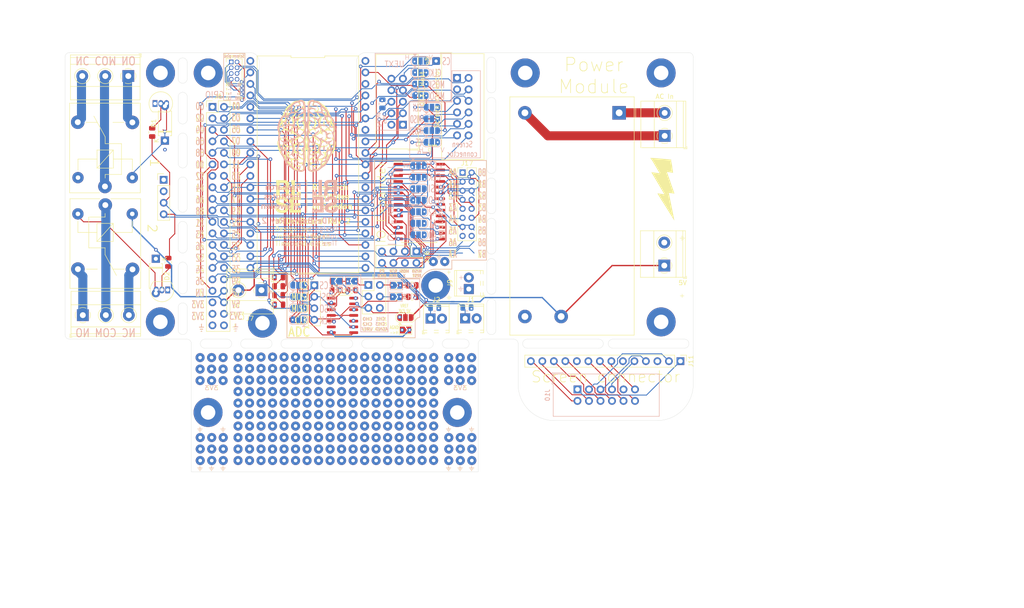
<source format=kicad_pcb>
(kicad_pcb (version 20211014) (generator pcbnew)
  (layers (0 "F.Cu" signal) (1 "In1.Cu" power) (2 "In2.Cu" power) (31 "B.Cu" signal) (34 "B.Paste" user) (35 "F.Paste" user) (36 "B.SilkS" user "B.Silkscreen") (37 "F.SilkS" user "F.Silkscreen") (38 "B.Mask" user) (39 "F.Mask" user) (44 "Edge.Cuts" user))
  (net 0 "")
  (net 1 "Net-(D1-Pad2)")
  (net 2 "5V")
  (net 3 "Net-(D2-Pad2)")
  (net 4 "GND")
  (net 5 "05")
  (net 6 "18")
  (net 7 "23")
  (net 8 "19")
  (net 9 "21")
  (net 10 "22")
  (net 11 "16")
  (net 12 "17")
  (net 13 "3V3")
  (net 14 "39")
  (net 15 "36")
  (net 16 "35")
  (net 17 "34")
  (net 18 "33")
  (net 19 "32")
  (net 20 "27")
  (net 21 "26")
  (net 22 "25")
  (net 23 "15")
  (net 24 "14")
  (net 25 "13")
  (net 26 "12")
  (net 27 "Net-(J10-Pad12)")
  (net 28 "Net-(J10-Pad11)")
  (net 29 "Net-(J10-Pad10)")
  (net 30 "Net-(J10-Pad9)")
  (net 31 "Net-(J10-Pad8)")
  (net 32 "Net-(J10-Pad7)")
  (net 33 "Net-(J10-Pad6)")
  (net 34 "Net-(J10-Pad5)")
  (net 35 "Net-(J10-Pad4)")
  (net 36 "Net-(J10-Pad3)")
  (net 37 "Net-(J10-Pad2)")
  (net 38 "Net-(J10-Pad1)")
  (net 39 "Net-(J12-Pad3)")
  (net 40 "Net-(J12-Pad2)")
  (net 41 "Net-(J12-Pad1)")
  (net 42 "Net-(J13-Pad3)")
  (net 43 "Net-(J13-Pad2)")
  (net 44 "Net-(J13-Pad1)")
  (net 45 "Net-(J14-Pad2)")
  (net 46 "Net-(J14-Pad1)")
  (net 47 "Net-(Q1-Pad2)")
  (net 48 "Net-(Q2-Pad2)")
  (net 49 "Net-(D3-Pad2)")
  (net 50 "Net-(D4-Pad2)")
  (net 51 "11")
  (net 52 "10")
  (net 53 "EN")
  (net 54 "09")
  (net 55 "08")
  (net 56 "07")
  (net 57 "06")
  (net 58 "04")
  (net 59 "03")
  (net 60 "02")
  (net 61 "01")
  (net 62 "00")
  (net 63 "AD_GND")
  (net 64 "VREF")
  (net 65 "Net-(J4-Pad3)")
  (net 66 "Net-(J4-Pad1)")
  (net 67 "Net-(J5-Pad1)")
  (net 68 "Net-(J16-Pad1)")
  (net 69 "Net-(J17-Pad1)")
  (net 70 "Net-(J4-Pad4)")
  (net 71 "Net-(J4-Pad2)")
  (net 72 "AI0")
  (net 73 "AI1")
  (net 74 "AI2")
  (net 75 "AI3")
  (net 76 "Net-(J5-Pad4)")
  (net 77 "Net-(J5-Pad3)")
  (net 78 "Net-(J5-Pad2)")
  (net 79 "Net-(J16-Pad8)")
  (net 80 "Net-(J16-Pad7)")
  (net 81 "Net-(J16-Pad6)")
  (net 82 "Net-(J16-Pad5)")
  (net 84 "Net-(J16-Pad3)")
  (net 85 "Net-(J16-Pad2)")
  (net 86 "Net-(J17-Pad12)")
  (net 87 "Net-(J17-Pad11)")
  (net 88 "Net-(J17-Pad10)")
  (net 89 "Net-(J17-Pad9)")
  (net 90 "Net-(J17-Pad8)")
  (net 91 "Net-(J17-Pad7)")
  (net 92 "Net-(J17-Pad6)")
  (net 93 "Net-(J17-Pad5)")
  (net 94 "Net-(J17-Pad4)")
  (net 95 "Net-(J17-Pad3)")
  (net 96 "Net-(J17-Pad2)")
  (net 97 "Net-(JP18-Pad2)")
  (net 98 "Net-(JP19-Pad2)")
  (net 99 "Net-(JP20-Pad2)")
  (net 100 "Relay2")
  (net 101 "Relay1")
  (net 102 "LED2")
  (net 103 "LED1")
  (net 105 "unconnected-(U2-Pad5)")
  (net 106 "Net-(J3-Pad9)")
  (net 107 "Net-(J3-Pad8)")
  (net 108 "Net-(J3-Pad7)")
  (net 109 "Net-(J8-Pad5)")
  (net 110 "Net-(J8-Pad7)")
  (net 111 "Net-(J8-Pad9)")
  (net 112 "Net-(J18-Pad1)")
  (net 113 "TFT_X-")
  (net 114 "TFT_Y-")
  (net 115 "TFT_X+")
  (net 116 "TFT_Y+")
  (net 117 "TFT_RST")
  (net 118 "TFT_CS")
  (net 119 "TFT_DC")
  (footprint "Converter_ACDC:Converter_ACDC_MeanWell_IRM-20-xx_THT" (layer "F.Cu") (at 150.3 48.1 -90)
    (fp_text reference "Power1" hide)
    (fp_text value "IRM-20-5")
  )
  (footprint "RiseLogo:RiseLogo" (layer "F.Cu") (at 82.876448 66.61)
    (fp_text reference "G***" hide)
    (fp_text value "LOGO" hide)
  )
  (footprint "Connector_IDC:IDC-Header_2x06_P2.54mm_Vertical" (layer "F.Cu") (at 114.53 40.39)
    (fp_text reference "J8" hide)
    (fp_text value "Screen connector")
  )
  (footprint "" (layer "F.Cu") (at 118.85 80.45)
    (fp_text reference "")
    (fp_text value "")
  )
  (footprint "Connector_PinHeader_2.54mm:PinHeader_1x14_P2.54mm_Vertical" (layer "F.Cu") (at 163.825 102.962 -90)
    (fp_text reference "J11")
    (fp_text value "Conn_01x14")
  )
  (footprint "Connector_Wire:SolderWirePad_1x01_Drill0.8mm" (layer "F.Cu") (at 117.782 119.83 90)
    (fp_text reference " " hide)
    (fp_text value " " hide)
  )
  (footprint "Connector_Wire:SolderWirePad_1x01_Drill0.8mm" (layer "F.Cu") (at 115.242 119.83 90)
    (fp_text reference " " hide)
    (fp_text value " " hide)
  )
  (footprint "Connector_Wire:SolderWirePad_1x01_Drill0.8mm" (layer "F.Cu") (at 117.782 122.37 90)
    (fp_text reference " " hide)
    (fp_text value " " hide)
  )
  (footprint "Connector_Wire:SolderWirePad_1x01_Drill0.8mm" (layer "F.Cu") (at 117.782 124.91 90)
    (fp_text reference " " hide)
    (fp_text value " " hide)
  )
  (footprint "Connector_Wire:SolderWirePad_1x01_Drill0.8mm" (layer "F.Cu") (at 115.242 124.91 90)
    (fp_text reference " " hide)
    (fp_text value " " hide)
  )
  (footprint "Connector_Wire:SolderWirePad_1x01_Drill0.8mm" (layer "F.Cu") (at 112.702 122.37 90)
    (fp_text reference " " hide)
    (fp_text value " " hide)
  )
  (footprint "Connector_Wire:SolderWirePad_1x01_Drill0.8mm" (layer "F.Cu") (at 115.242 122.37 90)
    (fp_text reference " " hide)
    (fp_text value " " hide)
  )
  (footprint "Connector_Wire:SolderWirePad_1x01_Drill0.8mm" (layer "F.Cu") (at 112.702 124.91 90)
    (fp_text reference " " hide)
    (fp_text value " " hide)
  )
  (footprint "Connector_Wire:SolderWirePad_1x01_Drill0.8mm" (layer "F.Cu") (at 109.362 109.67 90)
    (fp_text reference " " hide)
    (fp_text value " " hide)
  )
  (footprint "Connector_Wire:SolderWirePad_1x01_Drill0.8mm" (layer "F.Cu") (at 109.362 117.29 90)
    (fp_text reference " " hide)
    (fp_text value " " hide)
  )
  (footprint "Connector_Wire:SolderWirePad_1x01_Drill0.8mm" (layer "F.Cu") (at 109.362 112.21 90)
    (fp_text reference " " hide)
    (fp_text value " " hide)
  )
  (footprint "Connector_Wire:SolderWirePad_1x01_Drill0.8mm" (layer "F.Cu") (at 109.362 114.75 90)
    (fp_text reference " " hide)
    (fp_text value " " hide)
  )
  (footprint "Connector_Wire:SolderWirePad_1x01_Drill0.8mm" (layer "F.Cu") (at 106.822 109.67 90)
    (fp_text reference " " hide)
    (fp_text value " " hide)
  )
  (footprint "Connector_Wire:SolderWirePad_1x01_Drill0.8mm" (layer "F.Cu") (at 106.822 112.21 90)
    (fp_text reference " " hide)
    (fp_text value " " hide)
  )
  (footprint "Connector_Wire:SolderWirePad_1x01_Drill0.8mm" (layer "F.Cu") (at 106.822 114.75 90)
    (fp_text reference " " hide)
    (fp_text value " " hide)
  )
  (footprint "Connector_Wire:SolderWirePad_1x01_Drill0.8mm" (layer "F.Cu") (at 106.822 117.29 90)
    (fp_text reference " " hide)
    (fp_text value " " hide)
  )
  (footprint "Connector_Wire:SolderWirePad_1x01_Drill0.8mm" (layer "F.Cu") (at 104.282 112.21 90)
    (fp_text reference " " hide)
    (fp_text value " " hide)
  )
  (footprint "Connector_Wire:SolderWirePad_1x01_Drill0.8mm" (layer "F.Cu") (at 104.282 114.75 90)
    (fp_text reference " " hide)
    (fp_text value " " hide)
  )
  (footprint "Connector_Wire:SolderWirePad_1x01_Drill0.8mm" (layer "F.Cu") (at 104.282 117.29 90)
    (fp_text reference " " hide)
    (fp_text value " " hide)
  )
  (footprint "Connector_Wire:SolderWirePad_1x01_Drill0.8mm" (layer "F.Cu") (at 101.742 112.21 90)
    (fp_text reference " " hide)
    (fp_text value " " hide)
  )
  (footprint "Connector_Wire:SolderWirePad_1x01_Drill0.8mm" (layer "F.Cu") (at 96.662 114.75 90)
    (fp_text reference " " hide)
    (fp_text value " " hide)
  )
  (footprint "Connector_Wire:SolderWirePad_1x01_Drill0.8mm" (layer "F.Cu") (at 96.662 122.37 90)
    (fp_text reference " " hide)
    (fp_text value " " hide)
  )
  (footprint "Connector_Wire:SolderWirePad_1x01_Drill0.8mm" (layer "F.Cu") (at 96.662 112.21 90)
    (fp_text reference " " hide)
    (fp_text value " " hide)
  )
  (footprint "Connector_Wire:SolderWirePad_1x01_Drill0.8mm" (layer "F.Cu") (at 99.202 114.75 90)
    (fp_text reference " " hide)
    (fp_text value " " hide)
  )
  (footprint "Connector_Wire:SolderWirePad_1x01_Drill0.8mm" (layer "F.Cu") (at 101.742 114.75 90)
    (fp_text reference " " hide)
    (fp_text value " " hide)
  )
  (footprint "Connector_Wire:SolderWirePad_1x01_Drill0.8mm" (layer "F.Cu") (at 99.202 117.29 90)
    (fp_text reference " " hide)
    (fp_text value " " hide)
  )
  (footprint "Connector_Wire:SolderWirePad_1x01_Drill0.8mm" (layer "F.Cu") (at 99.202 122.37 90)
    (fp_text reference " " hide)
    (fp_text value " " hide)
  )
  (footprint "Connector_Wire:SolderWirePad_1x01_Drill0.8mm" (layer "F.Cu") (at 96.662 124.91 90)
    (fp_text reference " " hide)
    (fp_text value " " hide)
  )
  (footprint "Connector_Wire:SolderWirePad_1x01_Drill0.8mm" (layer "F.Cu") (at 99.202 112.21 90)
    (fp_text reference " " hide)
    (fp_text value " " hide)
  )
  (footprint "Connector_Wire:SolderWirePad_1x01_Drill0.8mm" (layer "F.Cu") (at 99.202 119.83 90)
    (fp_text reference " " hide)
    (fp_text value " " hide)
  )
  (footprint "Connector_Wire:SolderWirePad_1x01_Drill0.8mm" (layer "F.Cu") (at 99.202 124.91 90)
    (fp_text reference " " hide)
    (fp_text value " " hide)
  )
  (footprint "Connector_Wire:SolderWirePad_1x01_Drill0.8mm" (layer "F.Cu") (at 96.662 119.83 90)
    (fp_text reference " " hide)
    (fp_text value " " hide)
  )
  (footprint "Connector_Wire:SolderWirePad_1x01_Drill0.8mm" (layer "F.Cu") (at 99.202 109.67 90)
    (fp_text reference " " hide)
    (fp_text value " " hide)
  )
  (footprint "Connector_Wire:SolderWirePad_1x01_Drill0.8mm" (layer "F.Cu") (at 96.662 117.29 90)
    (fp_text reference " " hide)
    (fp_text value " " hide)
  )
  (footprint "Connector_Wire:SolderWirePad_1x01_Drill0.8mm" (layer "F.Cu") (at 96.662 109.67 90)
    (fp_text reference " " hide)
    (fp_text value " " hide)
  )
  (footprint "Connector_Wire:SolderWirePad_1x01_Drill0.8mm" (layer "F.Cu") (at 101.742 119.83 90)
    (fp_text reference " " hide)
    (fp_text value " " hide)
  )
  (footprint "Connector_Wire:SolderWirePad_1x01_Drill0.8mm" (layer "F.Cu") (at 101.742 117.29 90)
    (fp_text reference " " hide)
    (fp_text value " " hide)
  )
  (footprint "Connector_Wire:SolderWirePad_1x01_Drill0.8mm" (layer "F.Cu") (at 101.742 109.67 90)
    (fp_text reference " " hide)
    (fp_text value " " hide)
  )
  (footprint "Connector_Wire:SolderWirePad_1x01_Drill0.8mm" (layer "F.Cu") (at 101.742 122.37 90)
    (fp_text reference " " hide)
    (fp_text value " " hide)
  )
  (footprint "Connector_Wire:SolderWirePad_1x01_Drill0.8mm" (layer "F.Cu") (at 91.582 104.59 90)
    (fp_text reference " " hide)
    (fp_text value " " hide)
  )
  (footprint "Connector_Wire:SolderWirePad_1x01_Drill0.8mm" (layer "F.Cu") (at 94.122 112.21 90)
    (fp_text reference " " hide)
    (fp_text value " " hide)
  )
  (footprint "Connector_Wire:SolderWirePad_1x01_Drill0.8mm" (layer "F.Cu") (at 94.122 119.83 90)
    (fp_text reference " " hide)
    (fp_text value " " hide)
  )
  (footprint "Connector_Wire:SolderWirePad_1x01_Drill0.8mm" (layer "F.Cu") (at 94.122 122.37 90)
    (fp_text reference " " hide)
    (fp_text value " " hide)
  )
  (footprint "Connector_Wire:SolderWirePad_1x01_Drill0.8mm" (layer "F.Cu") (at 91.582 107.13 90)
    (fp_text reference " " hide)
    (fp_text value " " hide)
  )
  (footprint "Connector_Wire:SolderWirePad_1x01_Drill0.8mm" (layer "F.Cu") (at 94.122 109.67 90)
    (fp_text reference " " hide)
    (fp_text value " " hide)
  )
  (footprint "Connector_Wire:SolderWirePad_1x01_Drill0.8mm" (layer "F.Cu") (at 94.122 114.75 90)
    (fp_text reference " " hide)
    (fp_text value " " hide)
  )
  (footprint "Connector_Wire:SolderWirePad_1x01_Drill0.8mm" (layer "F.Cu") (at 91.582 109.67 90)
    (fp_text reference " " hide)
    (fp_text value " " hide)
  )
  (footprint "Connector_Wire:SolderWirePad_1x01_Drill0.8mm" (layer "F.Cu") (at 94.122 102.05 90)
    (fp_text reference " " hide)
    (fp_text value " " hide)
  )
  (footprint "Connector_Wire:SolderWirePad_1x01_Drill0.8mm" (layer "F.Cu") (at 91.582 102.05 90)
    (fp_text reference " " hide)
    (fp_text value " " hide)
  )
  (footprint "Connector_Wire:SolderWirePad_1x01_Drill0.8mm" (layer "F.Cu") (at 94.122 104.59 90)
    (fp_text reference " " hide)
    (fp_text value " " hide)
  )
  (footprint "Connector_Wire:SolderWirePad_1x01_Drill0.8mm" (layer "F.Cu") (at 94.122 107.13 90)
    (fp_text reference " " hide)
    (fp_text value " " hide)
  )
  (footprint "Connector_Wire:SolderWirePad_1x01_Drill0.8mm" (layer "F.Cu") (at 94.122 117.29 90)
    (fp_text reference " " hide)
    (fp_text value " " hide)
  )
  (footprint "Connector_Wire:SolderWirePad_1x01_Drill0.8mm" (layer "F.Cu") (at 94.122 124.91 90)
    (fp_text reference " " hide)
    (fp_text value " " hide)
  )
  (footprint "Connector_Wire:SolderWirePad_1x01_Drill0.8mm" (layer "F.Cu") (at 91.582 112.21 90)
    (fp_text reference " " hide)
    (fp_text value " " hide)
  )
  (footprint "Connector_Wire:SolderWirePad_1x01_Drill0.8mm" (layer "F.Cu") (at 91.582 114.75 90)
    (fp_text reference " " hide)
    (fp_text value " " hide)
  )
  (footprint "Connector_Wire:SolderWirePad_1x01_Drill0.8mm" (layer "F.Cu") (at 91.582 119.83 90)
    (fp_text reference " " hide)
    (fp_text value " " hide)
  )
  (footprint "Connector_Wire:SolderWirePad_1x01_Drill0.8mm" (layer "F.Cu") (at 91.582 124.91 90)
    (fp_text reference " " hide)
    (fp_text value " " hide)
  )
  (footprint "Connector_Wire:SolderWirePad_1x01_Drill0.8mm" (layer "F.Cu") (at 89.042 107.13 90)
    (fp_text reference " " hide)
    (fp_text value " " hide)
  )
  (footprint "Connector_Wire:SolderWirePad_1x01_Drill0.8mm" (layer "F.Cu") (at 86.502 122.37 90)
    (fp_text reference " " hide)
    (fp_text value " " hide)
  )
  (footprint "Connector_Wire:SolderWirePad_1x01_Drill0.8mm" (layer "F.Cu") (at 89.042 109.67 90)
    (fp_text reference " " hide)
    (fp_text value " " hide)
  )
  (footprint "Connector_Wire:SolderWirePad_1x01_Drill0.8mm" (layer "F.Cu") (at 89.042 114.75 90)
    (fp_text reference " " hide)
    (fp_text value " " hide)
  )
  (footprint "Connector_Wire:SolderWirePad_1x01_Drill0.8mm" (layer "F.Cu") (at 83.962 102.05 90)
    (fp_text reference " " hide)
    (fp_text value " " hide)
  )
  (footprint "Connector_Wire:SolderWirePad_1x01_Drill0.8mm" (layer "F.Cu") (at 89.042 122.37 90)
    (fp_text reference " " hide)
    (fp_text value " " hide)
  )
  (footprint "Connector_Wire:SolderWirePad_1x01_Drill0.8mm" (layer "F.Cu") (at 86.502 124.91 90)
    (fp_text reference " " hide)
    (fp_text value " " hide)
  )
  (footprint "Connector_Wire:SolderWirePad_1x01_Drill0.8mm" (layer "F.Cu") (at 83.962 109.67 90)
    (fp_text reference " " hide)
    (fp_text value " " hide)
  )
  (footprint "Connector_Wire:SolderWirePad_1x01_Drill0.8mm" (layer "F.Cu") (at 89.042 124.91 90)
    (fp_text reference " " hide)
    (fp_text value " " hide)
  )
  (footprint "Connector_Wire:SolderWirePad_1x01_Drill0.8mm" (layer "F.Cu") (at 83.962 104.59 90)
    (fp_text reference " " hide)
    (fp_text value " " hide)
  )
  (footprint "Connector_Wire:SolderWirePad_1x01_Drill0.8mm" (layer "F.Cu") (at 86.502 112.21 90)
    (fp_text reference " " hide)
    (fp_text value " " hide)
  )
  (footprint "Connector_Wire:SolderWirePad_1x01_Drill0.8mm" (layer "F.Cu") (at 86.502 119.83 90)
    (fp_text reference " " hide)
    (fp_text value " " hide)
  )
  (footprint "Connector_Wire:SolderWirePad_1x01_Drill0.8mm" (layer "F.Cu") (at 83.962 107.13 90)
    (fp_text reference " " hide)
    (fp_text value " " hide)
  )
  (footprint "Connector_Wire:SolderWirePad_1x01_Drill0.8mm" (layer "F.Cu") (at 89.042 119.83 90)
    (fp_text reference " " hide)
    (fp_text value " " hide)
  )
  (footprint "Connector_Wire:SolderWirePad_1x01_Drill0.8mm" (layer "F.Cu") (at 86.502 114.75 90)
    (fp_text reference " " hide)
    (fp_text value " " hide)
  )
  (footprint "Connector_Wire:SolderWirePad_1x01_Drill0.8mm" (layer "F.Cu") (at 86.502 107.13 90)
    (fp_text reference " " hide)
    (fp_text value " " hide)
  )
  (footprint "Connector_Wire:SolderWirePad_1x01_Drill0.8mm" (layer "F.Cu") (at 89.042 104.59 90)
    (fp_text reference " " hide)
    (fp_text value " " hide)
  )
  (footprint "Connector_Wire:SolderWirePad_1x01_Drill0.8mm" (layer "F.Cu") (at 86.502 102.05 90)
    (fp_text reference " " hide)
    (fp_text value " " hide)
  )
  (footprint "Connector_Wire:SolderWirePad_1x01_Drill0.8mm" (layer "F.Cu") (at 86.502 104.59 90)
    (fp_text reference " " hide)
    (fp_text value " " hide)
  )
  (footprint "Connector_Wire:SolderWirePad_1x01_Drill0.8mm" (layer "F.Cu") (at 89.042 117.29 90)
    (fp_text reference " " hide)
    (fp_text value " " hide)
  )
  (footprint "Connector_Wire:SolderWirePad_1x01_Drill0.8mm" (layer "F.Cu") (at 86.502 109.67 90)
    (fp_text reference " " hide)
    (fp_text value " " hide)
  )
  (footprint "Connector_Wire:SolderWirePad_1x01_Drill0.8mm" (layer "F.Cu") (at 86.502 117.29 90)
    (fp_text reference " " hide)
    (fp_text value " " hide)
  )
  (footprint "Connector_Wire:SolderWirePad_1x01_Drill0.8mm" (layer "F.Cu") (at 91.582 117.29 90)
    (fp_text reference " " hide)
    (fp_text value " " hide)
  )
  (footprint "Connector_Wire:SolderWirePad_1x01_Drill0.8mm" (layer "F.Cu") (at 91.582 122.37 90)
    (fp_text reference " " hide)
    (fp_text value " " hide)
  )
  (footprint "Connector_Wire:SolderWirePad_1x01_Drill0.8mm" (layer "F.Cu") (at 89.042 102.05 90)
    (fp_text reference " " hide)
    (fp_text value " " hide)
  )
  (footprint "Connector_Wire:SolderWirePad_1x01_Drill0.8mm" (layer "F.Cu") (at 89.042 112.21 90)
    (fp_text reference " " hide)
    (fp_text value " " hide)
  )
  (footprint "Connector_Wire:SolderWirePad_1x01_Drill0.8mm" (layer "F.Cu") (at 81.422 122.37 90)
    (fp_text reference " " hide)
    (fp_text value " " hide)
  )
  (footprint "Connector_Wire:SolderWirePad_1x01_Drill0.8mm" (layer "F.Cu") (at 78.882 102.05 90)
    (fp_text reference " " hide)
    (fp_text value " " hide)
  )
  (footprint "Connector_Wire:SolderWirePad_1x01_Drill0.8mm" (layer "F.Cu") (at 78.882 114.75 90)
    (fp_text reference " " hide)
    (fp_text value " " hide)
  )
  (footprint "Connector_Wire:SolderWirePad_1x01_Drill0.8mm" (layer "F.Cu") (at 76.342 104.59 90)
    (fp_text reference " " hide)
    (fp_text value " " hide)
  )
  (footprint "Connector_Wire:SolderWirePad_1x01_Drill0.8mm" (layer "F.Cu") (at 76.342 107.13 90)
    (fp_text reference " " hide)
    (fp_text value " " hide)
  )
  (footprint "Connector_Wire:SolderWirePad_1x01_Drill0.8mm" (layer "F.Cu") (at 81.422 117.29 90)
    (fp_text reference " " hide)
    (fp_text value " " hide)
  )
  (footprint "Connector_Wire:SolderWirePad_1x01_Drill0.8mm" (layer "F.Cu") (at 81.422 119.83 90)
    (fp_text reference " " hide)
    (fp_text value " " hide)
  )
  (footprint "Connector_Wire:SolderWirePad_1x01_Drill0.8mm" (layer "F.Cu") (at 78.882 122.37 90)
    (fp_text reference " " hide)
    (fp_text value " " hide)
  )
  (footprint "Connector_Wire:SolderWirePad_1x01_Drill0.8mm" (layer "F.Cu") (at 78.882 119.83 90)
    (fp_text reference " " hide)
    (fp_text value " " hide)
  )
  (footprint "Connector_Wire:SolderWirePad_1x01_Drill0.8mm" (layer "F.Cu") (at 76.342 114.75 90)
    (fp_text reference " " hide)
    (fp_text value " " hide)
  )
  (footprint "Connector_Wire:SolderWirePad_1x01_Drill0.8mm" (layer "F.Cu") (at 78.882 104.59 90)
    (fp_text reference " " hide)
    (fp_text value " " hide)
  )
  (footprint "Connector_Wire:SolderWirePad_1x01_Drill0.8mm" (layer "F.Cu") (at 78.882 112.21 90)
    (fp_text reference " " hide)
    (fp_text value " " hide)
  )
  (footprint "Connector_Wire:SolderWirePad_1x01_Drill0.8mm" (layer "F.Cu") (at 78.882 124.91 90)
    (fp_text reference " " hide)
    (fp_text value " " hide)
  )
  (footprint "Connector_Wire:SolderWirePad_1x01_Drill0.8mm" (layer "F.Cu") (at 76.342 112.21 90)
    (fp_text reference " " hide)
    (fp_text value " " hide)
  )
  (footprint "Connector_Wire:SolderWirePad_1x01_Drill0.8mm" (layer "F.Cu") (at 81.422 104.59 90)
    (fp_text reference " " hide)
    (fp_text value " " hide)
  )
  (footprint "Connector_Wire:SolderWirePad_1x01_Drill0.8mm" (layer "F.Cu") (at 76.342 109.67 90)
    (fp_text reference " " hide)
    (fp_text value " " hide)
  )
  (footprint "Connector_Wire:SolderWirePad_1x01_Drill0.8mm" (layer "F.Cu") (at 81.422 124.91 90)
    (fp_text reference " " hide)
    (fp_text value " " hide)
  )
  (footprint "Connector_Wire:SolderWirePad_1x01_Drill0.8mm" (layer "F.Cu") (at 83.962 124.91 90)
    (fp_text reference " " hide)
    (fp_text value " " hide)
  )
  (footprint "Connector_Wire:SolderWirePad_1x01_Drill0.8mm" (layer "F.Cu") (at 81.422 107.13 90)
    (fp_text reference " " hide)
    (fp_text value " " hide)
  )
  (footprint "Connector_Wire:SolderWirePad_1x01_Drill0.8mm" (layer "F.Cu") (at 78.882 107.13 90)
    (fp_text reference " " hide)
    (fp_text value " " hide)
  )
  (footprint "Connector_Wire:SolderWirePad_1x01_Drill0.8mm" (layer "F.Cu") (at 81.422 102.05 90)
    (fp_text reference " " hide)
    (fp_text value " " hide)
  )
  (footprint "Connector_Wire:SolderWirePad_1x01_Drill0.8mm" (layer "F.Cu") (at 81.422 109.67 90)
    (fp_text reference " " hide)
    (fp_text value " " hide)
  )
  (footprint "Connector_Wire:SolderWirePad_1x01_Drill0.8mm" (layer "F.Cu") (at 78.882 109.67 90)
    (fp_text reference " " hide)
    (fp_text value " " hide)
  )
  (footprint "Connector_Wire:SolderWirePad_1x01_Drill0.8mm" (layer "F.Cu") (at 81.422 112.21 90)
    (fp_text reference " " hide)
    (fp_text value " " hide)
  )
  (footprint "Connector_Wire:SolderWirePad_1x01_Drill0.8mm" (layer "F.Cu") (at 81.422 114.75 90)
    (fp_text reference " " hide)
    (fp_text value " " hide)
  )
  (footprint "Connector_Wire:SolderWirePad_1x01_Drill0.8mm" (layer "F.Cu") (at 76.342 102.05 90)
    (fp_text reference " " hide)
    (fp_text value " " hide)
  )
  (footprint "Connector_Wire:SolderWirePad_1x01_Drill0.8mm" (layer "F.Cu") (at 78.882 117.29 90)
    (fp_text reference " " hide)
    (fp_text value " " hide)
  )
  (footprint "Connector_Wire:SolderWirePad_1x01_Drill0.8mm" (layer "F.Cu") (at 76.342 117.29 90)
    (fp_text reference " " hide)
    (fp_text value " " hide)
  )
  (footprint "Connector_Wire:SolderWirePad_1x01_Drill0.8mm" (layer "F.Cu") (at 76.342 119.83 90)
    (fp_text reference " " hide)
    (fp_text value " " hide)
  )
  (footprint "Connector_Wire:SolderWirePad_1x01_Drill0.8mm" (layer "F.Cu") (at 76.342 122.37 90)
    (fp_text reference " " hide)
    (fp_text value " " hide)
  )
  (footprint "Connector_Wire:SolderWirePad_1x01_Drill0.8mm" (layer "F.Cu") (at 73.802 109.67 90)
    (fp_text reference " " hide)
    (fp_text value " " hide)
  )
  (footprint "Connector_Wire:SolderWirePad_1x01_Drill0.8mm" (layer "F.Cu") (at 76.342 124.91 90)
    (fp_text reference " " hide)
    (fp_text value " " hide)
  )
  (footprint "Connector_Wire:SolderWirePad_1x01_Drill0.8mm" (layer "F.Cu") (at 73.802 114.75 90)
    (fp_text reference " " hide)
    (fp_text value " " hide)
  )
  (footprint "Connector_Wire:SolderWirePad_1x01_Drill0.8mm" (layer "F.Cu") (at 73.802 119.83 90)
    (fp_text reference " " hide)
    (fp_text value " " hide)
  )
  (footprint "Connector_Wire:SolderWirePad_1x01_Drill0.8mm" (layer "F.Cu") (at 73.802 102.05 90)
    (fp_text reference " " hide)
    (fp_text value " " hide)
  )
  (footprint "Connector_Wire:SolderWirePad_1x01_Drill0.8mm" (layer "F.Cu") (at 73.802 104.59 90)
    (fp_text reference " " hide)
    (fp_text value " " hide)
  )
  (footprint "Connector_Wire:SolderWirePad_1x01_Drill0.8mm" (layer "F.Cu") (at 73.802 107.13 90)
    (fp_text reference " " hide)
    (fp_text value " " hide)
  )
  (footprint "Connector_Wire:SolderWirePad_1x01_Drill0.8mm" (layer "F.Cu") (at 73.802 112.21 90)
    (fp_text reference " " hide)
    (fp_text value " " hide)
  )
  (footprint "Connector_Wire:SolderWirePad_1x01_Drill0.8mm" (layer "F.Cu") (at 73.802 117.29 90)
    (fp_text reference " " hide)
    (fp_text value " " hide)
  )
  (footprint "Connector_Wire:SolderWirePad_1x01_Drill0.8mm" (layer "F.Cu") (at 73.802 122.37 90)
    (fp_text reference " " hide)
    (fp_text value " " hide)
  )
  (footprint "Connector_Wire:SolderWirePad_1x01_Drill0.8mm" (layer "F.Cu") (at 73.802 124.91 90)
    (fp_text reference " " hide)
    (fp_text value " " hide)
  )
  (footprint "Connector_Wire:SolderWirePad_1x01_Drill0.8mm" (layer "F.Cu") (at 71.262 104.59 90)
    (fp_text reference " " hide)
    (fp_text value " " hide)
  )
  (footprint "Connector_Wire:SolderWirePad_1x01_Drill0.8mm" (layer "F.Cu") (at 71.262 107.13 90)
    (fp_text reference " " hide)
    (fp_text value " " hide)
  )
  (footprint "Connector_Wire:SolderWirePad_1x01_Drill0.8mm" (layer "F.Cu") (at 71.262 109.67 90)
    (fp_text reference " " hide)
    (fp_text value " " hide)
  )
  (footprint "Connector_Wire:SolderWirePad_1x01_Drill0.8mm" (layer "F.Cu") (at 71.262 114.75 90)
    (fp_text reference " " hide)
    (fp_text value " " hide)
  )
  (footprint "Connector_Wire:SolderWirePad_1x01_Drill0.8mm" (layer "F.Cu") (at 71.262 119.83 90)
    (fp_text reference " " hide)
    (fp_text value " " hide)
  )
  (footprint "Connector_Wire:SolderWirePad_1x01_Drill0.8mm" (layer "F.Cu") (at 66.182 107.13 90)
    (fp_text reference " " hide)
    (fp_text value " " hide)
  )
  (footprint "Connector_Wire:SolderWirePad_1x01_Drill0.8mm" (layer "F.Cu") (at 68.722 122.37 90)
    (fp_text reference " " hide)
    (fp_text value " " hide)
  )
  (footprint "Connector_Wire:SolderWirePad_1x01_Drill0.8mm" (layer "F.Cu") (at 66.182 109.67 90)
    (fp_text reference " " hide)
    (fp_text value " " hide)
  )
  (footprint "Connector_Wire:SolderWirePad_1x01_Drill0.8mm" (layer "F.Cu") (at 71.262 122.37 90)
    (fp_text reference " " hide)
    (fp_text value " " hide)
  )
  (footprint "Connector_Wire:SolderWirePad_1x01_Drill0.8mm" (layer "F.Cu") (at 71.262 124.91 90)
    (fp_text reference " " hide)
    (fp_text value " " hide)
  )
  (footprint "Connector_Wire:SolderWirePad_1x01_Drill0.8mm" (layer "F.Cu") (at 68.722 104.59 90)
    (fp_text reference " " hide)
    (fp_text value " " hide)
  )
  (footprint "Connector_Wire:SolderWirePad_1x01_Drill0.8mm" (layer "F.Cu") (at 66.182 104.59 90)
    (fp_text reference " " hide)
    (fp_text value " " hide)
  )
  (footprint "Connector_Wire:SolderWirePad_1x01_Drill0.8mm" (layer "F.Cu") (at 68.722 107.13 90)
    (fp_text reference " " hide)
    (fp_text value " " hide)
  )
  (footprint "Connector_Wire:SolderWirePad_1x01_Drill0.8mm" (layer "F.Cu") (at 68.722 124.91 90)
    (fp_text reference " " hide)
    (fp_text value " " hide)
  )
  (footprint "Connector_Wire:SolderWirePad_1x01_Drill0.8mm" (layer "F.Cu") (at 66.182 119.83 90)
    (fp_text reference " " hide)
    (fp_text value " " hide)
  )
  (footprint "Connector_Wire:SolderWirePad_1x01_Drill0.8mm" (layer "F.Cu") (at 68.722 109.67 90)
    (fp_text reference " " hide)
    (fp_text value " " hide)
  )
  (footprint "Connector_Wire:SolderWirePad_1x01_Drill0.8mm" (layer "F.Cu") (at 66.182 102.05 90)
    (fp_text reference " " hide)
    (fp_text value " " hide)
  )
  (footprint "Connector_Wire:SolderWirePad_1x01_Drill0.8mm" (layer "F.Cu") (at 66.182 122.37 90)
    (fp_text reference " " hide)
    (fp_text value " " hide)
  )
  (footprint "Connector_Wire:SolderWirePad_1x01_Drill0.8mm" (layer "F.Cu") (at 66.182 117.29 90)
    (fp_text reference " " hide)
    (fp_text value " " hide)
  )
  (footprint "Connector_Wire:SolderWirePad_1x01_Drill0.8mm" (layer "F.Cu") (at 68.722 112.21 90)
    (fp_text reference " " hide)
    (fp_text value " " hide)
  )
  (footprint "Connector_Wire:SolderWirePad_1x01_Drill0.8mm" (layer "F.Cu") (at 68.722 114.75 90)
    (fp_text reference " " hide)
    (fp_text value " " hide)
  )
  (footprint "Connector_Wire:SolderWirePad_1x01_Drill0.8mm" (layer "F.Cu") (at 66.182 114.75 90)
    (fp_text reference " " hide)
    (fp_text value " " hide)
  )
  (footprint "Connector_Wire:SolderWirePad_1x01_Drill0.8mm" (layer "F.Cu") (at 68.722 119.83 90)
    (fp_text reference " " hide)
    (fp_text value " " hide)
  )
  (footprint "Connector_Wire:SolderWirePad_1x01_Drill0.8mm" (layer "F.Cu") (at 66.182 112.21 90)
    (fp_text reference " " hide)
    (fp_text value " " hide)
  )
  (footprint "Connector_Wire:SolderWirePad_1x01_Drill0.8mm" (layer "F.Cu") (at 71.262 102.05 90)
    (fp_text reference " " hide)
    (fp_text value " " hide)
  )
  (footprint "Connector_Wire:SolderWirePad_1x01_Drill0.8mm" (layer "F.Cu") (at 71.262 112.21 90)
    (fp_text reference " " hide)
    (fp_text value " " hide)
  )
  (footprint "Connector_Wire:SolderWirePad_1x01_Drill0.8mm" (layer "F.Cu") (at 71.262 117.29 90)
    (fp_text reference " " hide)
    (fp_text value " " hide)
  )
  (footprint "Connector_Wire:SolderWirePad_1x01_Drill0.8mm" (layer "F.Cu") (at 68.722 117.29 90)
    (fp_text reference " " hide)
    (fp_text value " " hide)
  )
  (footprint "Connector_Wire:SolderWirePad_1x01_Drill0.8mm" (layer "F.Cu") (at 68.722 102.05 90)
    (fp_text reference " " hide)
    (fp_text value " " hide)
  )
  (footprint "Connector_Wire:SolderWirePad_1x01_Drill0.8mm" (layer "F.Cu") (at 83.962 112.21 90)
    (fp_text reference " " hide)
    (fp_text value " " hide)
  )
  (footprint "Connector_Wire:SolderWirePad_1x01_Drill0.8mm" (layer "F.Cu") (at 83.962 114.75 90)
    (fp_text reference " " hide)
    (fp_text value " " hide)
  )
  (footprint "Connector_Wire:SolderWirePad_1x01_Drill0.8mm" (layer "F.Cu") (at 83.962 117.29 90)
    (fp_text reference " " hide)
    (fp_text value " " hide)
  )
  (footprint "Connector_Wire:SolderWirePad_1x01_Drill0.8mm" (layer "F.Cu") (at 83.962 119.83 90)
    (fp_text reference " " hide)
    (fp_text value " " hide)
  )
  (footprint "Connector_Wire:SolderWirePad_1x01_Drill0.8mm" (layer "F.Cu") (at 83.962 122.37 90)
    (fp_text reference " " hide)
    (fp_text value " " hide)
  )
  (footprint "Connector_Wire:SolderWirePad_1x01_Drill0.8mm" (layer "F.Cu") (at 66.182 124.91 90)
    (fp_text reference " " hide)
    (fp_text value " " hide)
  )
  (footprint "TerminalBlock_Phoenix:TerminalBlock_Phoenix_MKDS-1,5-2-5.08_1x02_P5.08mm_Horizontal" (layer "F.Cu") (at 160.26 81.84 90)
    (fp_text reference "J30" hide)
    (fp_text value "5V")
  )
  (footprint "TerminalBlock_Phoenix:TerminalBlock_Phoenix_MPT-0,5-2-2.54_1x02_P2.54mm_Horizontal" (layer "F.Cu") (at 117.12 87.03 90)
    (fp_text reference "J9")
    (fp_text value "3V3")
  )
  (footprint "Connector_Wire:SolderWirePad_1x01_Drill0.8mm" (layer "F.Cu") (at 96.662 104.59 90)
    (fp_text reference " " hide)
    (fp_text value " " hide)
  )
  (footprint "Connector_Wire:SolderWirePad_1x01_Drill0.8mm" (layer "F.Cu") (at 96.662 102.05 90)
    (fp_text reference " " hide)
    (fp_text value " " hide)
  )
  (footprint "Connector_Wire:SolderWirePad_1x01_Drill0.8mm" (layer "F.Cu") (at 96.662 107.13 90)
    (fp_text reference " " hide)
    (fp_text value " " hide)
  )
  (footprint "Connector_Wire:SolderWirePad_1x01_Drill0.8mm" (layer "F.Cu") (at 99.202 107.13 90)
    (fp_text reference " " hide)
    (fp_text value " " hide)
  )
  (footprint "Connector_Wire:SolderWirePad_1x01_Drill0.8mm" (layer "F.Cu") (at 99.202 104.59 90)
    (fp_text reference " " hide)
    (fp_text value " " hide)
  )
  (footprint "Connector_Wire:SolderWirePad_1x01_Drill0.8mm" (layer "F.Cu") (at 99.202 102.05 90)
    (fp_text reference " " hide)
    (fp_text value " " hide)
  )
  (footprint "Connector_Wire:SolderWirePad_1x01_Drill0.8mm" (layer "F.Cu") (at 101.742 102.05 90)
    (fp_text reference " " hide)
    (fp_text value " " hide)
  )
  (footprint "Connector_Wire:SolderWirePad_1x01_Drill0.8mm" (layer "F.Cu") (at 101.742 107.13 90)
    (fp_text reference " " hide)
    (fp_text value " " hide)
  )
  (footprint "Connector_Wire:SolderWirePad_1x01_Drill0.8mm" (layer "F.Cu") (at 101.742 104.59 90)
    (fp_text reference " " hide)
    (fp_text value " " hide)
  )
  (footprint "Connector_Wire:SolderWirePad_1x01_Drill0.8mm" (layer "F.Cu") (at 109.372 104.69 90)
    (fp_text reference " " hide)
    (fp_text value " " hide)
  )
  (footprint "Connector_Wire:SolderWirePad_1x01_Drill0.8mm" (layer "F.Cu") (at 109.372 107.23 90)
    (fp_text reference " " hide)
    (fp_text value " " hide)
  )
  (footprint "Connector_Wire:SolderWirePad_1x01_Drill0.8mm" (layer "F.Cu") (at 106.832 102.15 90)
    (fp_text reference " " hide)
    (fp_text value " " hide)
  )
  (footprint "Connector_Wire:SolderWirePad_1x01_Drill0.8mm" (layer "F.Cu") (at 106.832 104.69 90)
    (fp_text reference " " hide)
    (fp_text value " " hide)
  )
  (footprint "Connector_Wire:SolderWirePad_1x01_Drill0.8mm" (layer "F.Cu") (at 106.832 107.23 90)
    (fp_text reference " " hide)
    (fp_text value " " hide)
  )
  (footprint "Connector_Wire:SolderWirePad_1x01_Drill0.8mm" (layer "F.Cu") (at 104.292 107.23 90)
    (fp_text reference " " hide)
    (fp_text value " " hide)
  )
  (footprint "Connector_Wire:SolderWirePad_1x01_Drill0.8mm" (layer "F.Cu") (at 104.292 102.15 90)
    (fp_text reference " " hide)
    (fp_text value " " hide)
  )
  (footprint "Connector_Wire:SolderWirePad_1x01_Drill0.8mm" (layer "F.Cu") (at 104.292 104.69 90)
    (fp_text reference " " hide)
    (fp_text value " " hide)
  )
  (footprint "Connector_Wire:SolderWirePad_1x01_Drill0.8mm" (layer "F.Cu") (at 104.282 109.67 90)
    (fp_text reference " " hide)
    (fp_text value " " hide)
  )
  (footprint "Connector_Wire:SolderWirePad_1x01_Drill0.8mm" (layer "F.Cu") (at 101.742 124.91 90)
    (fp_text reference " " hide)
    (fp_text value " " hide)
  )
  (footprint "Connector_Wire:SolderWirePad_1x01_Drill0.8mm" (layer "F.Cu") (at 109.352 119.81 90)
    (fp_text reference " " hide)
    (fp_text value " " hide)
  )
  (footprint "Connector_Wire:SolderWirePad_1x01_Drill0.8mm" (layer "F.Cu") (at 109.352 124.89 90)
    (fp_text reference " " hide)
    (fp_text value " " hide)
  )
  (footprint "Connector_Wire:SolderWirePad_1x01_Drill0.8mm" (layer "F.Cu") (at 109.352 122.35 90)
    (fp_text reference " " hide)
    (fp_text value " " hide)
  )
  (footprint "Connector_Wire:SolderWirePad_1x01_Drill0.8mm" (layer "F.Cu") (at 106.812 122.35 90)
    (fp_text reference " " hide)
    (fp_text value " " hide)
  )
  (footprint "Connector_Wire:SolderWirePad_1x01_Drill0.8mm" (layer "F.Cu") (at 106.812 119.81 90)
    (fp_text reference " " hide)
    (fp_text value " " hide)
  )
  (footprint "Connector_Wire:SolderWirePad_1x01_Drill0.8mm" (layer "F.Cu") (at 106.812 124.89 90)
    (fp_text reference " " hide)
    (fp_text value " " hide)
  )
  (footprint "Connector_Wire:SolderWirePad_1x01_Drill0.8mm" (layer "F.Cu") (at 104.272 122.35 90)
    (fp_text reference " " hide)
    (fp_text value " " hide)
  )
  (footprint "Connector_Wire:SolderWirePad_1x01_Drill0.8mm" (layer "F.Cu") (at 104.272 119.81 90)
    (fp_text reference " " hide)
    (fp_text value " " hide)
  )
  (footprint "Connector_Wire:SolderWirePad_1x01_Drill0.8mm" (layer "F.Cu") (at 104.272 124.89 90)
    (fp_text reference " " hide)
    (fp_text value " " hide)
  )
  (footprint "Connector_Wire:SolderWirePad_1x01_Drill0.8mm" (layer "F.Cu") (at 109.372 102.15 90)
    (fp_text reference " " hide)
    (fp_text value " " hide)
  )
  (footprint "Connector_Wire:SolderWirePad_1x01_Drill0.8mm" (layer "F.Cu") (at 112.672 102.17 90)
    (fp_text reference " " hide)
    (fp_text value " " hide)
  )
  (footprint "Connector_Wire:SolderWirePad_1x01_Drill0.8mm" (layer "F.Cu") (at 112.702 119.83 90)
    (fp_text reference " " hide)
    (fp_text value " " hide)
  )
  (footprint "Connector_Wire:SolderWirePad_1x01_Drill0.8mm" (layer "F.Cu") (at 62.918 124.91 90)
    (fp_text reference " " hide)
    (fp_text value " " hide)
  )
  (footprint "Connector_Wire:SolderWirePad_1x01_Drill0.8mm" (layer "F.Cu") (at 60.378 119.83 90)
    (fp_text reference " " hide)
    (fp_text value " " hide)
  )
  (footprint "Connector_Wire:SolderWirePad_1x01_Drill0.8mm" (layer "F.Cu") (at 60.378 122.37 90)
    (fp_text reference " " hide)
    (fp_text value " " hide)
  )
  (footprint "Connector_Wire:SolderWirePad_1x01_Drill0.8mm" (layer "F.Cu") (at 62.918 122.37 90)
    (fp_text reference " " hide)
    (fp_text value " " hide)
  )
  (footprint "Connector_Wire:SolderWirePad_1x01_Drill0.8mm" (layer "F.Cu") (at 60.378 124.91 90)
    (fp_text reference " " hide)
    (fp_text value " " hide)
  )
  (footprint "Connector_Wire:SolderWirePad_1x01_Drill0.8mm" (layer "F.Cu") (at 62.918 119.83 90)
    (fp_text reference " " hide)
    (fp_text value " " hide)
  )
  (footprint "Connector_Wire:SolderWirePad_1x01_Drill0.8mm" (layer "F.Cu") (at 57.838 119.83 90)
    (fp_text reference " " hide)
    (fp_text value " " hide)
  )
  (footprint "Connector_Wire:SolderWirePad_1x01_Drill0.8mm" (layer "F.Cu") (at 57.838 122.37 90)
    (fp_text reference " " hide)
    (fp_text value " " hide)
  )
  (footprint "Connector_Wire:SolderWirePad_1x01_Drill0.8mm" (layer "F.Cu") (at 57.808 102.17 90)
    (fp_text reference " " hide)
    (fp_text value " " hide)
  )
  (footprint "Connector_Wire:SolderWirePad_1x01_Drill0.8mm" (layer "F.Cu") (at 57.838 124.91 90)
    (fp_text reference " " hide)
    (fp_text value " " hide)
  )
  (footprint "Package_TO_SOT_THT:TO-92_Inline" (layer "F.Cu") (at 50.66 87.23 180)
    (fp_text reference "Q2" hide)
    (fp_text value "Q_Relay2")
  )
  (footprint "Resistor_SMD:R_0805_2012Metric" (layer "F.Cu") (at 50.79 81.1125 -90)
    (fp_text reference "R6" hide)
    (fp_text value "R")
  )
  (footprint "Resistor_SMD:R_0805_2012Metric" (layer "F.Cu") (at 47.236 52.4245 90)
    (fp_text reference "R5" hide)
    (fp_text value "R")
  )
  (footprint "Package_TO_SOT_THT:TO-92_Inline" (layer "F.Cu") (at 47.866 46.054)
    (fp_text reference "Q1" hide)
    (fp_text value "Q_Relay1")
  )
  (footprint "TerminalBlock_Phoenix:TerminalBlock_Phoenix_MKDS-1,5-3-5.08_1x03_P5.08mm_Horizontal" (layer "F.Cu") (at 41.96 39.98 180)
    (fp_text reference "J12" hide)
    (fp_text value "Screw_Terminal_01x03")
  )
  (footprint "Relay_THT:Relay_SPDT_SANYOU_SRD_Series_Form_C" (layer "F.Cu") (at 36.81 64.37 90)
    (fp_text reference "K1" hide)
    (fp_text value "Relay1" hide)
  )
  (footprint "TerminalBlock_Phoenix:TerminalBlock_Phoenix_MKDS-1,5-3-5.08_1x03_P5.08mm_Horizontal" (layer "F.Cu") (at 31.924 92.796)
    (fp_text reference "J13" hide)
    (fp_text value "Screw_Terminal_01x03" hide)
  )
  (footprint "Relay_THT:Relay_SPDT_SANYOU_SRD_Series_Form_C" (layer "F.Cu") (at 36.89 68.48 -90)
    (fp_text reference "K2" hide)
    (fp_text value "Relay2")
  )
  (footprint "Connector_PinHeader_2.54mm:PinHeader_1x04_P2.54mm_Vertical" (layer "F.Cu") (at 49.77 62.89)
    (fp_text reference "J15" hide)
    (fp_text value "RelayConnector")
  )
  (footprint "Connector_Wire:SolderWirePad_1x01_Drill0.8mm" (layer "F.Cu") (at 115.212 102.17 90)
    (fp_text reference " " hide)
    (fp_text value " " hide)
  )
  (footprint "Connector_Wire:SolderWirePad_1x01_Drill0.8mm" (layer "F.Cu") (at 117.752 102.17 90)
    (fp_text reference " " hide)
    (fp_text value " " hide)
  )
  (footprint "Connector_Wire:SolderWirePad_1x01_Drill0.8mm" (layer "F.Cu") (at 112.672 104.71 90)
    (fp_text reference " " hide)
    (fp_text value " " hide)
  )
  (footprint "Connector_Wire:SolderWirePad_1x01_Drill0.8mm" (layer "F.Cu") (at 115.212 104.71 90)
    (fp_text reference " " hide)
    (fp_text value " " hide)
  )
  (footprint "Connector_Wire:SolderWirePad_1x01_Drill0.8mm" (layer "F.Cu") (at 117.752 104.71 90)
    (fp_text reference " " hide)
    (fp_text value " " hide)
  )
  (footprint "Connector_Wire:SolderWirePad_1x01_Drill0.8mm" (layer "F.Cu") (at 112.672 107.25 90)
    (fp_text reference " " hide)
    (fp_text value " " hide)
  )
  (footprint "Connector_Wire:SolderWirePad_1x01_Drill0.8mm" (layer "F.Cu") (at 115.212 107.25 90)
    (fp_text reference " " hide)
    (fp_text value " " hide)
  )
  (footprint "Connector_Wire:SolderWirePad_1x01_Drill0.8mm" (layer "F.Cu") (at 117.752 107.25 90)
    (fp_text reference " " hide)
    (fp_text value " " hide)
  )
  (footprint "Connector_Wire:SolderWirePad_1x01_Drill0.8mm" (layer "F.Cu") (at 60.348 102.17 90)
    (fp_text reference " " hide)
    (fp_text value " " hide)
  )
  (footprint "Connector_Wire:SolderWirePad_1x01_Drill0.8mm" (layer "F.Cu") (at 62.888 102.17 90)
    (fp_text reference " " hide)
    (fp_text value " " hide)
  )
  (footprint "Connector_Wire:SolderWirePad_1x01_Drill0.8mm" (layer "F.Cu") (at 57.808 104.71 90)
    (fp_text reference " " hide)
    (fp_text value " " hide)
  )
  (footprint "Connector_Wire:SolderWirePad_1x01_Drill0.8mm" (layer "F.Cu") (at 60.348 104.71 90)
    (fp_text reference " " hide)
    (fp_text value " " hide)
  )
  (footprint "Connector_Wire:SolderWirePad_1x01_Drill0.8mm" (layer "F.Cu") (at 62.888 104.71 90)
    (fp_text reference " " hide)
    (fp_text value " " hide)
  )
  (footprint "Connector_Wire:SolderWirePad_1x01_Drill0.8mm" (layer "F.Cu") (at 57.808 107.25 90)
    (fp_text reference " " hide)
    (fp_text value " " hide)
  )
  (footprint "Connector_Wire:SolderWirePad_1x01_Drill0.8mm" (layer "F.Cu") (at 60.348 107.25 90)
    (fp_text reference " " hide)
    (fp_text value " " hide)
  )
  (footprint "Connector_Wire:SolderWirePad_1x01_Drill0.8mm" (layer "F.Cu") (at 62.888 107.25 90)
    (fp_text reference " " hide)
    (fp_text value " " hide)
  )
  (footprint "RiseLogo:brain" (layer "F.Cu") (at 81.31 53.23)
    (fp_text reference "G***" hide)
    (fp_text value "LOGO" hide)
  )
  (footprint "RiseLogo:lightning" (layer "F.Cu") (at 159.84 64.93)
    (fp_text reference "G***" hide)
    (fp_text value "LOGO" hide)
  )
  (footprint "Resistor_SMD:R_0805_2012Metric" (layer "F.Cu") (at 75.1575 88.38)
    (fp_text reference "R3" hide)
    (fp_text value "R")
  )
  (footprint "Connector_PinHeader_2.54mm:PinHeader_2x20_P2.54mm_Vertical" (layer "F.Cu") (at 60.54 46.79)
    (fp_text reference "J6")
    (fp_text value "GPIO")
  )
  (footprint "TerminalBlock_Phoenix:TerminalBlock_Phoenix_MKDS-1,5-2-5.08_1x02_P5.08mm_Horizontal" (layer "F.Cu") (at 160.35 53.2 90)
    (fp_text reference "J14" hide)
    (fp_text value "AC In")
  )
  (footprint "TerminalBlock_Phoenix:TerminalBlock_Phoenix_MPT-0,5-2-2.54_1x02_P2.54mm_Horizontal" (layer "F.Cu") (at 116.31 93.51)
    (fp_text reference "J1")
    (fp_text value "BTN1")
  )
  (footprint "TerminalBlock_Phoenix:TerminalBlock_Phoenix_MKDS-1,5-2-5.08_1x02_P5.08mm_Horizontal" (layer "F.Cu") (at 71.36 87.27 180)
    (fp_text reference "J7")
    (fp_text value "5V")
  )
  (footprint "Resistor_SMD:R_0805_2012Metric" (layer "F.Cu") (at 101.1575 88.74)
    (fp_text reference "R15" hide)
    (fp_text value "R")
  )
  (footprint "Resistor_SMD:R_0805_2012Metric" (layer "F.Cu") (at 91.2625 87.26 180)
    (fp_text reference "R14" hide)
    (fp_text value "R")
  )
  (footprint "Resistor_SMD:R_0805_2012Metric" (layer "F.Cu") (at 101.08 86.2)
    (fp_text reference "R13" hide)
    (fp_text value "R")
  )
  (footprint "Resistor_SMD:R_0805_2012Metric" (layer "F.Cu") (at 104.6275 88.74)
    (fp_text reference "R12" hide)
    (fp_text value "R")
  )
  (footprint "Resistor_SMD:R_0805_2012Metric" (layer "F.Cu") (at 104.61 86.2)
    (fp_text reference "R8" hide)
    (fp_text value "R")
  )
  (footprint "Connector_PinHeader_2.54mm:PinHeader_2x03_P2.54mm_Vertical" (layer "F.Cu") (at 94.94 86.13)
    (fp_text reference "J4" hide)
    (fp_text value "AD Conn")
  )
  (footprint "Jumper:SolderJumper-2_P1.3mm_Open_TrianglePad1.0x1.5mm" (layer "F.Cu") (at 103.14 96.08)
    (fp_text reference "JP3" hide)
    (fp_text value " ")
  )
  (footprint "Connector_IDC:IDC-Header_2x05_P2.54mm_Vertical" (layer "F.Cu") (at 102.57 50.73 180)
    (fp_text reference "J3" hide)
    (fp_text value "UEXT_Host")
  )
  (footprint "Connector_PinHeader_2.54mm:PinHeader_1x04_P2.54mm_Vertical" (layer "F.Cu") (at 83.02 86.2)
    (fp_text reference "J5" hide)
    (fp_text value "AD_SPI")
  )
  (footprint "TerminalBlock_Phoenix:TerminalBlock_Phoenix_MPT-0,5-2-2.54_1x02_P2.54mm_Horizontal" (layer "F.Cu") (at 108.676 93.544)
    (fp_text reference "J2")
    (fp_text value "BTN2")
  )
  (footprint "Connector_PinHeader_2.54mm:PinHeader_2x04_P2.54mm_Vertical" (layer "F.Cu") (at 105.56 78.72 -90)
    (fp_text reference "J16")
    (fp_text value " ")
  )
  (footprint "Connector_PinHeader_2.00mm:PinHeader_2x08_P2.00mm_Vertical" (layer "F.Cu") (at 115.74 61.3)
    (fp_text reference "J17")
    (fp_text value "IOExt_Header")
  )
  (footprint "Package_SO:SOIC-28W_7.5x17.9mm_P1.27mm" (layer "F.Cu") (at 106.2 67.705)
    (fp_text reference "U3" hide)
    (fp_text value "MCP23S17_SO")
  )
  (footprint "LED_SMD:LED_0805_2012Metric" (layer "F.Cu") (at 75.19 90.48)
    (fp_text reference "D3" hide)
    (fp_text value "LED")
  )
  (footprint "LED_SMD:LED_0805_2012Metric" (layer "F.Cu") (at 75.16 84.43)
    (fp_text reference "D4" hide)
    (fp_text value "LED")
  )
  (footprint "Resistor_SMD:R_0805_2012Metric" (layer "F.Cu") (at 75.1625 86.41)
    (fp_text reference "R4" hide)
    (fp_text value "R")
  )
  (footprint "Jumper:SolderJumper-3_P1.3mm_Open_RoundedPad1.0x1.5mm" (layer "F.Cu") (at 103.124 93.33)
    (fp_text reference "JP2" hide)
    (fp_text value " ")
  )
  (footprint "ESP32-DevKit-Lipo:DIP-38_1000_ELL" (layer "F.Cu") (at 81.6 59.5 -90)
    (fp_text reference "U1" hide)
    (fp_text value "ESP32-DevKit-Lipo" hide)
  )
  (footprint "Package_SO:SOIC-14_3.9x8.7mm_P1.27mm" (layer "F.Cu") (at 89.24 92.85)
    (fp_text reference "U2")
    (fp_text value "MCP3302")
  )
  (footprint "Resistor_SMD:R_0805_2012Metric" (layer "F.Cu") (at 87.8425 85.29 180)
    (fp_text reference "R10" hide)
    (fp_text value "R")
  )
  (footprint "Resistor_SMD:R_0805_2012Metric" (layer "F.Cu") (at 91.2825 85.29 180)
    (fp_text reference "R9" hide)
    (fp_text value "R")
  )
  (footprint "Resistor_SMD:R_0805_2012Metric" (layer "F.Cu") (at 87.8225 87.26 180)
    (fp_text reference "R11" hide)
    (fp_text value "R")
  )
  (footprint "Connector_Wire:SolderWirePad_1x01_Drill0.8mm" (layer "F.Cu") (at 109.272 80.96 90)
    (fp_text reference " " hide)
    (fp_text value " " hide)
  )
  (footprint "Connector_Wire:SolderWirePad_1x01_Drill0.8mm" (layer "F.Cu") (at 111.812 80.96 90)
    (fp_text reference " " hide)
    (fp_text value " " hide)
  )
  (footprint "MountingHole:MountingHole_3.2mm_M3_Pad" (layer "F.Cu") (at 109.81 86.25 -90)
    (fp_text reference "J25" hide)
    (fp_text value "Conn_01x01")
  )
  (footprint "" (layer "F.Cu") (at 108.11 74.35)
    (fp_text reference "")
    (fp_text value "")
  )
  (footprint "Connector_Wire:SolderWire-0.15sqmm_1x01_D0.5mm_OD1.5mm" (layer "F.Cu") (at 109.9 36.67)
    (fp_text reference "J18" hide)
    (fp_text value "Conn_01x01")
  )
  (footprint "Diode_THT:D_A-405_P7.62mm_Horizontal" (layer "F.Cu") (at 50.05 54.24 90)
    (fp_text reference "D1")
    (fp_text value "D")
  )
  (footprint "Diode_THT:D_A-405_P7.62mm_Horizontal" (layer "F.Cu") (at 48.04 80.34 -90)
    (fp_text reference "D2")
    (fp_text value "D")
  )
  (footprint "Connector_PinHeader_1.27mm:PinHeader_2x04_P1.27mm_Vertical" (layer "F.Cu") (at 64.69 36.87)
    (fp_text reference "J19" hide)
    (fp_text value "Conn_02x04_Odd_Even")
  )
  (footprint "MountingHole:MountingHole_3.2mm_M3_Pad" (layer "F.Cu") (at 49.07 39.29 -90)
    (fp_text reference "J24" hide)
    (fp_text value "Conn_01x01")
  )
  (footprint "MountingHole:MountingHole_3.2mm_M3_Pad" (layer "F.Cu") (at 59.6 39.3)
    (fp_text reference "J21" hide)
    (fp_text value "Conn_01x01")
  )
  (footprint "MountingHole:MountingHole_3.2mm_M3_Pad" (layer "F.Cu") (at 49.04 94.28 -90)
    (fp_text reference "J25" hide)
    (fp_text value "Conn_01x01")
  )
  (footprint "MountingHole:MountingHole_3.2mm_M3_Pad" (layer "F.Cu") (at 71.57 94.56 -90)
    (fp_text reference "J25" hide)
    (fp_text value "Conn_01x01")
  )
  (footprint "MountingHole:MountingHole_3.2mm_M3_Pad" (layer "F.Cu") (at 129.57 39.29)
    (fp_text reference "J20" hide)
    (fp_text value "Conn_01x01")
  )
  (footprint "MountingHole:MountingHole_3.2mm_M3_Pad" (layer "F.Cu") (at 159.57 94.29)
    (fp_text reference "J22" hide)
    (fp_text value "Conn_01x01")
  )
  (footprint "MountingHole:MountingHole_3.2mm_M3_Pad" (layer "F.Cu") (at 159.57 39.29)
    (fp_text reference "J23" hide)
    (fp_text value "Conn_01x01")
  )
  (footprint "MountingHole:MountingHole_3.2mm_M3_Pad" (layer "F.Cu") (at 59.57 114.29 90)
    (fp_text reference "J29" hide)
    (fp_text value "Conn_01x01")
  )
  (footprint "MountingHole:MountingHole_3.2mm_M3_Pad" (layer "F.Cu") (at 114.57 114.29 90)
    (fp_text reference "" hide)
    (fp_text value "Conn_01x01")
  )
  (footprint "" (layer "F.Cu") (at 105.08 82.79)
    (fp_text reference "")
    (fp_text value "")
  )
  (footprint "" (layer "F.Cu") (at 120.6 56.8)
    (fp_text reference "")
    (fp_text value "")
  )
  (footprint "Connector_IDC:IDC-Header_2x06_P2.54mm_Vertical" (layer "B.Cu") (at 141.1 109.2 -90)
    (fp_text reference "J10")
    (fp_text value "Conn_02x06_Odd_Even" hide)
  )
  (footprint "RiseLogo:RiseLogo" (layer "B.Cu") (at 79.793125 66.56 180)
    (fp_text reference "G***" hide)
    (fp_text value "LOGO" hide)
  )
  (footprint "RiseLogo:brain" (layer "B.Cu") (at 81.31 53.17)
    (fp_text reference "G***" hide)
    (fp_text value "LOGO" hide)
  )
  (footprint "Resistor_SMD:R_0805_2012Metric" (layer "B.Cu") (at 116.71 91.12 180)
    (fp_text reference "R1" hide)
    (fp_text value "R")
  )
  (footprint "Resistor_SMD:R_0805_2012Metric" (layer "B.Cu") (at 98.04 46.1125 -90)
    (fp_text reference "R7" hide)
    (fp_text value "R")
  )
  (footprint "Jumper:SolderJumper-3_P1.3mm_Open_RoundedPad1.0x1.5mm" (layer "B.Cu") (at 79.53 88.74)
    (fp_text reference "JP10" hide)
    (fp_text value " ")
  )
  (footprint "Jumper:SolderJumper-3_P1.3mm_Open_RoundedPad1.0x1.5mm" (layer "B.Cu") (at 79.53 91.28)
    (fp_text reference "JP11" hide)
    (fp_text value " ")
  )
  (footprint "Jumper:SolderJumper-3_P1.3mm_Open_RoundedPad1.0x1.5mm" (layer "B.Cu") (at 79.53 93.83 180)
    (fp_text reference "JP12" hide)
    (fp_text value " ")
  )
  (footprint "Jumper:SolderJumper-2_P1.3mm_Open_TrianglePad1.0x1.5mm" (layer "B.Cu") (at 101.015 88.74)
    (fp_text reference "JP8" hide)
    (fp_text value " ")
  )
  (footprint "Jumper:SolderJumper-2_P1.3mm_Open_TrianglePad1.0x1.5mm" (layer "B.Cu") (at 101.13 86.2)
    (fp_text reference "JP4" hide)
    (fp_text value " " hide)
  )
  (footprint "Jumper:SolderJumper-2_P1.3mm_Open_TrianglePad1.0x1.5mm" (layer "B.Cu") (at 91.29 85.29 180)
    (fp_text reference "JP1" hide)
    (fp_text value " ")
  )
  (footprint "Jumper:SolderJumper-3_P1.3mm_Open_RoundedPad1.0x1.5mm" (layer "B.Cu") (at 79.53 86.19)
    (fp_text reference "JP9" hide)
    (fp_text value " ")
  )
  (footprint "Resistor_SMD:R_0805_2012Metric" (layer "B.Cu") (at 109.5875 91.18 180)
    (fp_text reference "R2" hide)
    (fp_text value "R")
  )
  (footprint "Jumper:SolderJumper-3_P1.3mm_Open_RoundedPad1.0x1.5mm" (layer "B.Cu") (at 106.01 62.31)
    (fp_text reference "JP15" hide)
    (fp_text value " ")
  )
  (footprint "Jumper:SolderJumper-3_P1.3mm_Open_RoundedPad1.0x1.5mm" (layer "B.Cu") (at 106.01 64.86)
    (fp_text reference "JP16" hide)
    (fp_text value " ")
  )
  (footprint "Jumper:SolderJumper-3_P1.3mm_Open_RoundedPad1.0x1.5mm" (layer "B.Cu") (at 106.01 59.76)
    (fp_text reference "JP14" hide)
    (fp_text value " ")
  )
  (footprint "Jumper:SolderJumper-3_P1.3mm_Open_RoundedPad1.0x1.5mm" (layer "B.Cu") (at 106.01 67.41)
    (fp_text reference "JP17" hide)
    (fp_text value " ")
  )
  (footprint "Jumper:SolderJumper-3_P1.3mm_Open_RoundedPad1.0x1.5mm" (layer "B.Cu") (at 106.01 75.06)
    (fp_text reference "JP20" hide)
    (fp_text value " ")
  )
  (footprint "Jumper:SolderJumper-3_P1.3mm_Open_RoundedPad1.0x1.5mm" (layer "B.Cu") (at 106.01 72.51)
    (fp_text reference "JP19" hide)
    (fp_text value " ")
  )
  (footprint "Jumper:SolderJumper-3_P1.3mm_Open_RoundedPad1.0x1.5mm" (layer "B.Cu") (at 106.01 69.96)
    (fp_text reference "JP18" hide)
    (fp_text value " ")
  )
  (footprint "Jumper:SolderJumper-3_P1.3mm_Open_RoundedPad1.0x1.5mm" (layer "B.Cu") (at 106.43 44.31)
    (fp_text reference "JP5" hide)
    (fp_text value " ")
  )
  (footprint "Jumper:SolderJumper-3_P1.3mm_Open_RoundedPad1.0x1.5mm" (layer "B.Cu") (at 106.43 36.66)
    (fp_text reference "JP21" hide)
    (fp_text value " ")
  )
  (footprint "Jumper:SolderJumper-3_P1.3mm_Open_RoundedPad1.0x1.5mm" (layer "B.Cu") (at 106.43 39.21)
    (fp_text reference "JP13" hide)
    (fp_text value " ")
  )
  (footprint "Jumper:SolderJumper-3_P1.3mm_Open_RoundedPad1.0x1.5mm" (layer "B.Cu") (at 106.43 41.76)
    (fp_text reference "JP6" hide)
    (fp_text value " ")
  )
  (footprint "Jumper:SolderJumper-3_P1.3mm_Open_RoundedPad1.0x1.5mm" (layer "B.Cu") (at 108.99 46.87)
    (fp_text reference "JP22" hide)
    (fp_text value " ")
  )
  (footprint "Jumper:SolderJumper-3_P1.3mm_Open_RoundedPad1.0x1.5mm" (layer "B.Cu") (at 108.97 49.43)
    (fp_text reference "JP23" hide)
    (fp_text value " ")
  )
  (footprint "Jumper:SolderJumper-3_P1.3mm_Open_RoundedPad1.0x1.5mm" (layer "B.Cu") (at 108.95 52.02)
    (fp_text reference "JP24" hide)
    (fp_text value " ")
  )
  (footprint "Jumper:SolderJumper-3_P1.3mm_Open_RoundedPad1.0x1.5mm" (layer "B.Cu") (at 108.94 54.6)
    (fp_text reference "JP25" hide)
    (fp_text value " ")
  )
  (footprint "Jumper:SolderJumper-2_P1.3mm_Open_TrianglePad1.0x1.5mm" (layer "B.Cu") (at 87.925 85.3 180)
    (fp_text reference "JP7" hide)
    (fp_text value " ")
  )
  (gr_line (start 121 80.64) (end 121 58.64) (layer "B.SilkS") (width 0.12))
  (gr_line (start 121 80.64) (end 113.37 80.64) (layer "B.SilkS") (width 0.12))
  (gr_line (start 121 58.64) (end 96.3 58.64) (layer "B.SilkS") (width 0.12))
  (gr_line (start 96.3 58.64) (end 96.3 84.62) (layer "B.SilkS") (width 0.12))
  (gr_line (start 96.3 84.62) (end 106.596563 84.597444) (layer "B.SilkS") (width 0.12))
  (gr_arc (start 106.595234 84.600038) (mid 107.921685 83.168855) (end 109.8 82.64) (layer "B.SilkS") (width 0.12))
  (gr_line (start 113.37 80.64) (end 113.37 82.64) (layer "B.SilkS") (width 0.12))
  (gr_line (start 109.8 82.64) (end 113.37 82.64) (layer "B.SilkS") (width 0.12))
  (gr_line (start 105.29 94.29) (end 105.29 97.79) (layer "B.SilkS") (width 0.12))
  (gr_line (start 76.98 97.79) (end 76.99 83.79) (layer "B.SilkS") (width 0.12))
  (gr_line (start 95.99 84.79) (end 106.29 84.79) (layer "B.SilkS") (width 0.12))
  (gr_line (start 105.29 97.79) (end 76.98 97.79) (layer "B.SilkS") (width 0.12))
  (gr_line (start 106.29 93.29) (end 106.29 84.79) (layer "B.SilkS") (width 0.12))
  (gr_arc (start 105.29 94.29) (mid 105.582893 93.582893) (end 106.29 93.29) (layer "B.SilkS") (width 0.12))
  (gr_line (start 96.43 34.98) (end 113.2 34.98) (layer "B.SilkS") (width 0.12))
  (gr_line (start 67.7 34.97) (end 63.02 34.97) (layer "B.SilkS") (width 0.12))
  (gr_line (start 67.7 45.32) (end 67.7 34.97) (layer "B.SilkS") (width 0.12))
  (gr_line (start 63.02 34.97) (end 63.02 45.32) (layer "B.SilkS") (width 0.12))
  (gr_line (start 63.02 45.32) (end 67.7 45.32) (layer "B.SilkS") (width 0.12))
  (gr_line (start 111.97 76.35) (end 103.72 76.34) (layer "B.SilkS") (width 0.12))
  (gr_line (start 111.97 68.64) (end 111.97 76.35) (layer "B.SilkS") (width 0.12))
  (gr_line (start 96.7 51.94) (end 96.43 34.98) (layer "B.SilkS") (width 0.12))
  (gr_line (start 113.4 38.8) (end 119.67 38.8) (layer "B.SilkS") (width 0.12))
  (gr_line (start 76.99 83.79) (end 93.29 83.79) (layer "B.SilkS") (width 0.12))
  (gr_line (start 103.9 51.94) (end 96.7 51.94) (layer "B.SilkS") (width 0.12))
  (gr_line (start 113.2 35) (end 113.2 45.53) (layer "B.SilkS") (width 0.12))
  (gr_line (start 93.29 84.79) (end 93.29 83.79) (layer "B.SilkS") (width 0.12))
  (gr_line (start 93.29 96.49) (end 99.29 96.49) (layer "B.SilkS") (width 0.12))
  (gr_line (start 104.08 58.04) (end 104.07 45.71) (layer "B.SilkS") (width 0.12))
  (gr_line (start 103.9 45.53) (end 103.9 51.94) (layer "B.SilkS") (width 0.12))
  (gr_line (start 104.07 45.71) (end 113.39 45.72) (layer "B.SilkS") (width 0.12))
  (gr_line (start 99.29 96.49) (end 99.29 84.79) (layer "B.SilkS") (width 0.12))
  (gr_line (start 113.2 45.53) (end 103.9 45.53) (layer "B.SilkS") (width 0.12))
  (gr_line (start 119.67 58.05) (end 104.08 58.04) (layer "B.SilkS") (width 0.12))
  (gr_line (start 93.29 84.79) (end 93.29 96.49) (layer "B.SilkS") (width 0.12))
  (gr_line (start 103.72 76.34) (end 103.72 68.62) (layer "B.SilkS") (width 0.12))
  (gr_line (start 103.72 68.62) (end 111.97 68.64) (layer "B.SilkS") (width 0.12))
  (gr_line (start 113.39 45.72) (end 113.4 38.8) (layer "B.SilkS") (width 0.12))
  (gr_line (start 99.29 84.79) (end 93.29 84.79) (layer "B.SilkS") (width 0.12))
  (gr_line (start 119.67 38.8) (end 119.67 58.05) (layer "B.SilkS") (width 0.12))
  (gr_line (start 105.29 97.79) (end 76.98 97.79) (layer "F.SilkS") (width 0.12))
  (gr_line (start 106.29 93.29) (end 106.29 84.79) (layer "F.SilkS") (width 0.12))
  (gr_line (start 95.99 83.79) (end 95.99 84.79) (layer "F.SilkS") (width 0.12))
  (gr_line (start 76.99 83.79) (end 95.8 83.3) (layer "F.SilkS") (width 0.12))
  (gr_line (start 67.7 45.32) (end 67.7 34.97) (layer "F.SilkS") (width 0.12))
  (gr_line (start 67.7 34.97) (end 63.02 34.97) (layer "F.SilkS") (width 0.12))
  (gr_line (start 121 58.64) (end 96.3 58.64) (layer "F.SilkS") (width 0.12))
  (gr_arc (start 105.29 94.29) (mid 105.582893 93.582893) (end 106.29 93.29) (layer "F.SilkS") (width 0.12))
  (gr_line (start 96.3 84.62) (end 106.596563 84.597444) (layer "F.SilkS") (width 0.12))
  (gr_line (start 76.98 97.79) (end 76.99 83.79) (layer "F.SilkS") (width 0.12))
  (gr_line (start 109.8 82.64) (end 113.37 82.64) (layer "F.SilkS") (width 0.12))
  (gr_line (start 121 80.64) (end 121 58.64) (layer "F.SilkS") (width 0.12))
  (gr_line (start 95.99 83.79) (end 95.99 84.79) (layer "F.SilkS") (width 0.12))
  (gr_arc (start 106.596563 84.597444) (mid 107.922928 83.168095) (end 109.8 82.64) (layer "F.SilkS") (width 0.12))
  (gr_line (start 95.99 84.79) (end 106.29 84.79) (layer "F.SilkS") (width 0.12))
  (gr_line (start 63.02 45.32) (end 67.7 45.32) (layer "F.SilkS") (width 0.12))
  (gr_line (start 113.37 80.64) (end 113.37 82.64) (layer "F.SilkS") (width 0.12))
  (gr_line (start 105.29 94.29) (end 105.29 97.79) (layer "F.SilkS") (width 0.12))
  (gr_line (start 63.02 34.97) (end 63.02 45.32) (layer "F.SilkS") (width 0.12))
  (gr_line (start 121 80.64) (end 113.37 80.64) (layer "F.SilkS") (width 0.12))
  (gr_line (start 96.3 58.64) (end 96.3 84.62) (layer "F.SilkS") (width 0.12))
  (gr_line (start 121.1 90.2) (end 121.1 96.1) (layer "Edge.Cuts") (width 0.05))
  (gr_line (start 123.1 90.2) (end 123.1 96.1) (layer "Edge.Cuts") (width 0.05))
  (gr_line (start 29 34.79) (end 68.85 34.8) (layer "Edge.Cuts") (width 0.05))
  (gr_line (start 145.8 98.1) (end 130 98.1) (layer "Edge.Cuts") (width 0.05))
  (gr_line (start 145.8 100.1) (end 130 100.1) (layer "Edge.Cuts") (width 0.05))
  (gr_line (start 164.7 98.1) (end 148.9 98.1) (layer "Edge.Cuts") (width 0.05))
  (gr_arc (start 148.9 100.1) (mid 147.9 99.1) (end 148.9 98.1) (layer "Edge.Cuts") (width 0.05))
  (gr_arc (start 164.7 98.1) (mid 165.7 99.1) (end 164.7 100.1) (layer "Edge.Cuts") (width 0.05))
  (gr_line (start 164.7 100.1) (end 148.9 100.1) (layer "Edge.Cuts") (width 0.05))
  (gr_arc (start 145.8 98.1) (mid 146.8 99.1) (end 145.8 100.1) (layer "Edge.Cuts") (width 0.05))
  (gr_line (start 128 108.08) (end 128 99.1) (layer "Edge.Cuts") (width 0.05))
  (gr_arc (start 123.1 96.1) (mid 122.1 97.1) (end 121.1 96.1) (layer "Edge.Cuts") (width 0.05))
  (gr_line (start 166.65 35.8) (end 166.65 100.05) (layer "Edge.Cuts") (width 0.05))
  (gr_line (start 166.65 108.08) (end 166.65 100.05) (layer "Edge.Cuts") (width 0.05))
  (gr_arc (start 123.1 87.2) (mid 122.1 88.2) (end 121.1 87.2) (layer "Edge.Cuts") (width 0.05))
  (gr_line (start 121.1 81.3) (end 121.1 87.2) (layer "Edge.Cuts") (width 0.05))
  (gr_arc (start 121.1 81.3) (mid 122.1 80.3) (end 123.1 81.3) (layer "Edge.Cuts") (width 0.05))
  (gr_line (start 123.1 81.3) (end 123.1 87.2) (layer "Edge.Cuts") (width 0.05))
  (gr_arc (start 123.1 78.3) (mid 122.1 79.3) (end 121.1 78.3) (layer "Edge.Cuts") (width 0.05))
  (gr_line (start 121.1 72.4) (end 121.1 78.3) (layer "Edge.Cuts") (width 0.05))
  (gr_arc (start 121.1 72.4) (mid 122.1 71.4) (end 123.1 72.4) (layer "Edge.Cuts") (width 0.05))
  (gr_line (start 123.1 72.4) (end 123.1 78.3) (layer "Edge.Cuts") (width 0.05))
  (gr_arc (start 121.1 63.5) (mid 122.1 62.5) (end 123.1 63.5) (layer "Edge.Cuts") (width 0.05))
  (gr_arc (start 123.1 69.4) (mid 122.1 70.4) (end 121.1 69.4) (layer "Edge.Cuts") (width 0.05))
  (gr_line (start 121.1 63.5) (end 121.1 69.4) (layer "Edge.Cuts") (width 0.05))
  (gr_line (start 123.1 63.5) (end 123.1 69.4) (layer "Edge.Cuts") (width 0.05))
  (gr_arc (start 123.1 60.5) (mid 122.1 61.5) (end 121.1 60.5) (layer "Edge.Cuts") (width 0.05))
  (gr_line (start 121.1 54.6) (end 121.1 60.5) (layer "Edge.Cuts") (width 0.05))
  (gr_arc (start 121.1 54.6) (mid 122.1 53.6) (end 123.1 54.6) (layer "Edge.Cuts") (width 0.05))
  (gr_line (start 123.1 54.6) (end 123.1 60.5) (layer "Edge.Cuts") (width 0.05))
  (gr_line (start 121.1 36.8) (end 121.1 42.7) (layer "Edge.Cuts") (width 0.05))
  (gr_arc (start 121.1 45.7) (mid 122.1 44.7) (end 123.1 45.7) (layer "Edge.Cuts") (width 0.05))
  (gr_arc (start 123.1 42.7) (mid 122.1 43.7) (end 121.1 42.7) (layer "Edge.Cuts") (width 0.05))
  (gr_arc (start 121.1 36.8) (mid 122.1 35.8) (end 123.1 36.8) (layer "Edge.Cuts") (width 0.05))
  (gr_arc (start 123.1 51.6) (mid 122.1 52.6) (end 121.1 51.6) (layer "Edge.Cuts") (width 0.05))
  (gr_line (start 121.1 45.7) (end 121.1 51.6) (layer "Edge.Cuts") (width 0.05))
  (gr_line (start 123.1 45.7) (end 123.1 51.6) (layer "Edge.Cuts") (width 0.05))
  (gr_line (start 123.1 36.8) (end 123.1 42.7) (layer "Edge.Cuts") (width 0.05))
  (gr_arc (start 103.48 100.1) (mid 102.48 99.1) (end 103.48 98.1) (layer "Edge.Cuts") (width 0.05))
  (gr_arc (start 108.282 98.1) (mid 109.282 99.1) (end 108.282 100.1) (layer "Edge.Cuts") (width 0.05))
  (gr_line (start 103.48 100.1) (end 108.282 100.1) (layer "Edge.Cuts") (width 0.05))
  (gr_line (start 58.87 100.1) (end 63.782 100.1) (layer "Edge.Cuts") (width 0.05))
  (gr_line (start 76.66 98.1) (end 81.582 98.1) (layer "Edge.Cuts") (width 0.05))
  (gr_line (start 67.76 98.1) (end 72.682 98.1) (layer "Edge.Cuts") (width 0.05))
  (gr_line (start 67.76 100.1) (end 72.682 100.1) (layer "Edge.Cuts") (width 0.05))
  (gr_arc (start 72.682 98.1) (mid 73.682 99.1) (end 72.682 100.1) (layer "Edge.Cuts") (width 0.05))
  (gr_line (start 58.87 98.1) (end 63.782 98.1) (layer "Edge.Cuts") (width 0.05))
  (gr_arc (start 63.782 98.1) (mid 64.782 99.1) (end 63.782 100.1) (layer "Edge.Cuts") (width 0.05))
  (gr_arc (start 67.76 100.1) (mid 66.76 99.1) (end 67.76 98.1) (layer "Edge.Cuts") (width 0.05))
  (gr_arc (start 76.66 100.1) (mid 75.66 99.1) (end 76.66 98.1) (layer "Edge.Cuts") (width 0.05))
  (gr_arc (start 94.48 100.1) (mid 93.48 99.1) (end 94.48 98.1) (layer "Edge.Cuts") (width 0.05))
  (gr_line (start 94.48 100.1) (end 99.382 100.1) (layer "Edge.Cuts") (width 0.05))
  (gr_arc (start 81.582 98.1) (mid 82.582 99.1) (end 81.582 100.1) (layer "Edge.Cuts") (width 0.05))
  (gr_line (start 103.48 98.1) (end 108.282 98.1) (layer "Edge.Cuts") (width 0.05))
  (gr_arc (start 99.382 98.1) (mid 100.382 99.1) (end 99.382 100.1) (layer "Edge.Cuts") (width 0.05))
  (gr_arc (start 85.56 100.1) (mid 84.56 99.1) (end 85.56 98.1) (layer "Edge.Cuts") (width 0.05))
  (gr_line (start 85.56 100.1) (end 90.482 100.1) (layer "Edge.Cuts") (width 0.05))
  (gr_arc (start 90.482 98.1) (mid 91.482 99.1) (end 90.482 100.1) (layer "Edge.Cuts") (width 0.05))
  (gr_line (start 76.66 100.1) (end 81.582 100.1) (layer "Edge.Cuts") (width 0.05))
  (gr_line (start 94.48 98.1) (end 99.382 98.1) (layer "Edge.Cuts") (width 0.05))
  (gr_line (start 85.56 98.1) (end 90.482 98.1) (layer "Edge.Cuts") (width 0.05))
  (gr_line (start 112.28 98.1) (end 116.18 98.1) (layer "Edge.Cuts") (width 0.05))
  (gr_arc (start 112.28 100.1) (mid 111.28 99.1) (end 112.28 98.1) (layer "Edge.Cuts") (width 0.05))
  (gr_line (start 55.88 127.4) (end 119.18 127.4) (layer "Edge.Cuts") (width 0.05))
  (gr_line (start 136 116.08) (end 158.65 116.08) (layer "Edge.Cuts") (width 0.05))
  (gr_line (start 112.28 100.1) (end 116.18 100.1) (layer "Edge.Cuts") (width 0.05))
  (gr_line (start 54.97 59.28) (end 54.97 53.57) (layer "Edge.Cuts") (width 0.05))
  (gr_arc (start 52.97 73.08) (mid 53.97 72.08) (end 54.97 73.08) (layer "Edge.Cuts") (width 0.05))
  (gr_line (start 52.97 59.28) (end 52.97 53.57) (layer "Edge.Cuts") (width 0.05))
  (gr_arc (start 54.97 78.08) (mid 53.97 79.08) (end 52.97 78.08) (layer "Edge.Cuts") (width 0.05))
  (gr_line (start 52.97 87.08) (end 52.97 82.08) (layer "Edge.Cuts") (width 0.05))
  (gr_line (start 52.97 78.08) (end 52.97 73.08) (layer "Edge.Cuts") (width 0.05))
  (gr_arc (start 52.97 53.57) (mid 53.97 52.57) (end 54.97 53.57) (layer "Edge.Cuts") (width 0.05))
  (gr_arc (start 52.97 82.08) (mid 53.97 81.08) (end 54.97 82.08) (layer "Edge.Cuts") (width 0.05))
  (gr_line (start 54.97 78.08) (end 54.97 73.08) (layer "Edge.Cuts") (width 0.05))
  (gr_arc (start 52.97 44.57) (mid 53.97 43.57) (end 54.97 44.57) (layer "Edge.Cuts") (width 0.05))
  (gr_line (start 54.97 40.57) (end 54.97 36.97) (layer "Edge.Cuts") (width 0.05))
  (gr_arc (start 54.97 49.57) (mid 53.97 50.57) (end 52.97 49.57) (layer "Edge.Cuts") (width 0.05))
  (gr_arc (start 54.97 40.57) (mid 53.97 41.57) (end 52.97 40.57) (layer "Edge.Cuts") (width 0.05))
  (gr_line (start 54.97 49.57) (end 54.97 44.57) (layer "Edge.Cuts") (width 0.05))
  (gr_line (start 52.97 40.57) (end 52.97 36.97) (layer "Edge.Cuts") (width 0.05))
  (gr_line (start 52.97 49.57) (end 52.97 44.57) (layer "Edge.Cuts") (width 0.05))
  (gr_arc (start 54.97 59.28) (mid 53.97 60.28) (end 52.97 59.28) (layer "Edge.Cuts") (width 0.05))
  (gr_arc (start 52.97 36.97) (mid 53.97 35.97) (end 54.97 36.97) (layer "Edge.Cuts") (width 0.05))
  (gr_line (start 54.97 82.08) (end 54.97 87.08) (layer "Edge.Cuts") (width 0.05))
  (gr_line (start 54.97 69.08) (end 54.97 63.28) (layer "Edge.Cuts") (width 0.05))
  (gr_line (start 52.97 69.08) (end 52.97 63.28) (layer "Edge.Cuts") (width 0.05))
  (gr_arc (start 52.97 63.28) (mid 53.97 62.28) (end 54.97 63.28) (layer "Edge.Cuts") (width 0.05))
  (gr_arc (start 54.97 69.08) (mid 53.97 70.08) (end 52.97 69.08) (layer "Edge.Cuts") (width 0.05))
  (gr_line (start 119.18 127.4) (end 119.19 99.1) (layer "Edge.Cuts") (width 0.05))
  (gr_arc (start 116.18 98.1) (mid 117.18 99.1) (end 116.18 100.1) (layer "Edge.Cuts") (width 0.05))
  (gr_arc (start 130 100.1) (mid 129 99.1) (end 130 98.1) (layer "Edge.Cuts") (width 0.05))
  (gr_arc (start 58.87 100.1) (mid 57.87 99.1) (end 58.87 98.1) (layer "Edge.Cuts") (width 0.05))
  (gr_arc (start 54.97 87.08) (mid 53.97 88.08) (end 52.97 87.08) (layer "Edge.Cuts") (width 0.05))
  (gr_arc (start 54.97 96.084) (mid 53.97 97.084) (end 52.97 96.084) (layer "Edge.Cuts") (width 0.05))
  (gr_line (start 54.97 96.084) (end 54.97 91.084) (layer "Edge.Cuts") (width 0.05))
  (gr_line (start 52.97 96.084) (end 52.97 91.084) (layer "Edge.Cuts") (width 0.05))
  (gr_arc (start 52.97 91.084) (mid 53.97 90.084) (end 54.97 91.084) (layer "Edge.Cuts") (width 0.05))
  (gr_arc (start 127 98.1) (mid 127.707107 98.392893) (end 128 99.1) (layer "Edge.Cuts") (width 0.05))
  (gr_arc (start 166.65 108.08) (mid 164.306854 113.736854) (end 158.65 116.08) (layer "Edge.Cuts") (width 0.05))
  (gr_arc (start 165.65 34.8) (mid 166.357107 35.092893) (end 166.65 35.8) (layer "Edge.Cuts") (width 0.05))
  (gr_arc (start 72.85 44.8) (mid 71.435786 44.214214) (end 70.85 42.8) (layer "Edge.Cuts") (width 0.05))
  (gr_line (start 70.85 36.8) (end 70.85 42.8) (layer "Edge.Cuts") (width 0.05))
  (gr_line (start 92.35 42.8) (end 92.35 36.8) (layer "Edge.Cuts") (width 0.05))
  (gr_line (start 72.85 44.8) (end 90.35 44.8) (layer "Edge.Cuts") (width 0.05))
  (gr_line (start 120.19 98.1) (end 127 98.1) (layer "Edge.Cuts") (width 0.05))
  (gr_line (start 94.35 34.8) (end 106.9 34.8) (layer "Edge.Cuts") (width 0.05))
  (gr_line (start 54.88 98.1) (end 29 98.1) (layer "Edge.Cuts") (width 0.05))
  (gr_arc (start 29 98.1) (mid 28.292893 97.807107) (end 28 97.1) (layer "Edge.Cuts") (width 0.05))
  (gr_line (start 106.9 34.8) (end 165.65 34.8) (layer "Edge.Cuts") (width 0.05))
  (gr_line (start 55.88 127.4) (end 55.88 99.1) (layer "Edge.Cuts") (width 0.05))
  (gr_arc (start 92.35 42.8) (mid 91.764214 44.214214) (end 90.35 44.8) (layer "Edge.Cuts") (width 0.05))
  (gr_arc (start 119.19 99.1) (mid 119.482893 98.392893) (end 120.19 98.1) (layer "Edge.Cuts") (width 0.05))
  (gr_arc (start 121.1 90.2) (mid 122.1 89.2) (end 123.1 90.2) (layer "Edge.Cuts") (width 0.05))
  (gr_arc (start 136 116.08) (mid 130.343146 113.736854) (end 128 108.08) (layer "Edge.Cuts") (width 0.05))
  (gr_line (start 28 97.1) (end 28 35.79) (layer "Edge.Cuts") (width 0.05))
  (gr_arc (start 92.35 36.8) (mid 92.935786 35.385786) (end 94.35 34.8) (layer "Edge.Cuts") (width 0.05))
  (gr_arc (start 68.85 34.8) (mid 70.264214 35.385786) (end 70.85 36.8) (layer "Edge.Cuts") (width 0.05))
  (gr_arc (start 28 35.79) (mid 28.292893 35.082893) (end 29 34.79) (layer "Edge.Cuts") (width 0.05))
  (gr_arc (start 54.88 98.1) (mid 55.587107 98.392893) (end 55.88 99.1) (layer "Edge.Cuts") (width 0.05))
  (gr_text "+" (at 115.49 84.51 270) (layer "B.SilkS") (effects (font (size 1 1.1) (thickness 0.1))))
  (gr_text "⏚" (at 112.647 118.050952) (layer "B.SilkS") (effects (font (size 1 1.1) (thickness 0.1))))
  (gr_text "⏚" (at 117.727 126.660952) (layer "B.SilkS") (effects (font (size 1 1.1) (thickness 0.1))))
  (gr_text "Design by:\nJohannes Nordh\nTime and Optics" (at 88.241905 75.33) (layer "B.SilkS") (effects (font (size 1 1) (thickness 0.12)) (justify left mirror)))
  (gr_text "00\n02\n04\n06\n08\n10\n12\n14\n16\n18\n21\n23\n26\n32\n34\n36\nEN\n3V3\n3V3\n⏚" (at 58.83 71.14) (layer "B.SilkS") (effects (font (size 1.6 1)) (justify left mirror)))
  (gr_text "01\n03\n05\n07\n09\n11\n13\n15\n17\n19\n22\n25\n27\n33\n35\n39\n5V\n5V\n3V3\n⏚" (at 65.69 71.09) (layer "B.SilkS") (effects (font (size 1.6 1)) (justify mirror)))
  (gr_text "3V3" (at 115.197 108.86) (layer "B.SilkS") (effects (font (size 1 1.1) (thickness 0.1)) (justify mirror)))
  (gr_text "⏚" (at 57.783 126.660952) (layer "B.SilkS") (effects (font (size 1 1.1) (thickness 0.1))))
  (gr_text "⏚" (at 60.323 126.660952) (layer "B.SilkS") (effects (font (size 1 1.1) (thickness 0.1))))
  (gr_text "⏚" (at 62.863 126.660952) (layer "B.SilkS") (effects (font (size 1 1.1) (thickness 0.1))))
  (gr_text "⏚" (at 62.863 118.050952) (layer "B.SilkS") (effects (font (size 1 1.1) (thickness 0.1))))
  (gr_text "⏚" (at 57.783 118.050952) (layer "B.SilkS") (effects (font (size 1 1.1) (thickness 0.1))))
  (gr_text "3V3" (at 60.333 108.86) (layer "B.SilkS") (effects (font (size 1 1.1) (thickness 0.1)) (justify mirror)))
  (gr_text "COM" (at 36.926 36.544 180) (layer "B.SilkS") (effects (font (size 1.8 1.5) (thickness 0.2)) (justify mirror)))
  (gr_text "NO" (at 42.006 36.544 180) (layer "B.SilkS") (effects (font (size 1.8 1.5) (thickness 0.2)) (justify mirror)))
  (gr_text "NC" (at 31.846 36.544 180) (layer "B.SilkS") (effects (font (size 1.8 1.5) (thickness 0.2)) (justify mirror)))
  (gr_text "NO" (at 31.894 96.746) (layer "B.SilkS") (effects (font (size 1.8 1.5) (thickness 0.2)) (justify mirror)))
  (gr_text "NC" (at 42.054 96.746) (layer "B.SilkS") (effects (font (size 1.8 1.5) (thickness 0.2)) (justify mirror)))
  (gr_text "COM" (at 36.974 96.746) (layer "B.SilkS") (effects (font (size 1.8 1.5) (thickness 0.2)) (justify mirror)))
  (gr_text "CH3" (at 104.12 88.76) (layer "B.SilkS") (effects (font (size 1 1) (thickness 0.2)) (justify mirror)))
  (gr_text "MTDevBoard Rev 2" (at 79.770476 71.94) (layer "B.SilkS") (effects (font (size 1.2 1.2) (thickness 0.2)) (justify mirror)))
  (gr_text "⏚" (at 115.35 87.01) (layer "B.SilkS") (effects (font (size 1 1.1) (thickness 0.1))))
  (gr_text "B0\nB1\nB2\nB3\nB4\nB5\nB6\nB7" (at 119.07 70.31) (layer "B.SilkS") (effects (font (size 1.6 0.9)) (justify right mirror)))
  (gr_text "H" (at 103.22 59.79) (layer "B.SilkS") (effects (font (size 1 1.1) (thickness 0.1))))
  (gr_text "CS\nCLK\nMOSI\nMISO\nA2\nA1\nA0" (at 108.1 67.46) (layer "B.SilkS") (effects (font (size 1.6 1)) (justify right mirror)))
  (gr_text "CS\nMOSI\nMISO\nCLK" (at 84.06 90.12) (layer "B.SilkS") (effects (font (size 1.6 1)) (justify right mirror)))
  (gr_text "V" (at 78.1 84.375951) (layer "B.SilkS") (effects (font (size 1 1.1) (thickness 0.1))))
  (gr_text "H" (at 80.74 84.375951) (layer "B.SilkS") (effects (font (size 1 1.1) (thickness 0.1))))
  (gr_text "A0\nA1\nA2\nA3\nA4\nA5\nA6\nA7" (at 112.55 70.31) (layer "B.SilkS") (effects (font (size 1.6 1)) (justify right mirror)))
  (gr_text "CH0" (at 91.27 87.23) (layer "B.SilkS") (effects (font (size 1 1) (thickness 0.2)) (justify mirror)))
  (gr_text "CH2" (at 87.8 87.23) (layer "B.SilkS") (effects (font (size 1 1) (thickness 0.2)) (justify mirror)))
  (gr_text "CH1" (at 104.12 86.22) (layer "B.SilkS") (effects (font (size 1 1) (thickness 0.2)) (justify mirror)))
  (gr_text "CH1\nCH3\nAGND" (at 96.44 94.75) (layer "B.SilkS") (effects (font (size 0.7 0.7) (thickness 0.125)) (justify right mirror)))
  (gr_text "CH0\nCH2\nVREF" (at 95.92 94.8) (layer "B.SilkS") (effects (font (size 0.7 0.7) (thickness 0.125)) (justify left mirror)))
  (gr_text "⏚" (at 110.537 80.000952) (layer "B.SilkS") (effects (font (size 1 1.1) (thickness 0.1))))
  (gr_text "+" (at 67.18 87.62) (layer "B.SilkS") (effects (font (size 0.8 0.8) (thickness 0.1))))
  (gr_text "⏚" (at 73.39 87.63) (layer "B.SilkS") (effects (font (size 0.8 0.8) (thickness 0.1))))
  (gr_text "MISO\n!RST" (at 105.66 83.6) (layer "B.SilkS") (effects (font (size 0.6 0.6) (thickness 0.125)) (justify mirror)))
  (gr_text "MOSI\nX" (at 102.86 83.6) (layer "B.SilkS") (effects (font (size 0.6 0.6) (thickness 0.125)) (justify mirror)))
  (gr_text "SCK\nINTA" (at 100.46 83.6) (layer "B.SilkS") (effects (font (size 0.6 0.6) (thickness 0.125)) (justify mirror)))
  (gr_text "CS\nINTB" (at 97.94 83.6) (layer "B.SilkS") (effects (font (size 0.6 0.6) (thickness 0.125)) (justify mirror)))
  (gr_text "CS    \nCLK\nMOSI\nMISO" (at 108.43 40.61) (layer "B.SilkS") (effects (font (size 1.6 0.9)) (justify right mirror)))
  (gr_text "V" (at 108.722 35.86) (layer "B.SilkS") (effects (font (size 1 1.1) (thickness 0.1))))
  (gr_text "V" (at 111.3 56.32) (layer "B.SilkS") (effects (font (size 1 1.1) (thickness 0.1))))
  (gr_text "H" (at 106.6 56.32) (layer "B.SilkS") (effects (font (size 1 1.1) (thickness 0.1))))
  (gr_text "CLK\nMISO\nMOSI\nCS" (at 106.83 50.86) (layer "B.SilkS") (effects (font (size 1.6 0.7)) (justify left mirror)))
  (gr_text "Address" (at 111.07 72.53 -90) (layer "B.SilkS") (effects (font (size 1.2 1.2) (thickness 0.2)) (justify mirror)))
  (gr_text "UEXT" (at 100.72 37.36) (layer "B.SilkS") (effects (font (size 1.3 1.2)) (justify mirror)))
  (gr_text "IO Expander" (at 100.09 68.53 270) (layer "B.SilkS") (effects (font (size 1.8 2)) (justify mirror)))
  (gr_text "SDA\nPullup" (at 97.92 49.58 270) (layer "B.SilkS") (effects (font (size 0.7 0.7) (thickness 0.125)) (justify mirror)))
  (gr_text "GPIO" (at 61.04 44.19) (layer "B.SilkS") (effects (font (size 1.5 1.2)) (justify mirror)))
  (gr_text "Screen CS" (at 105.72 56.89) (layer "B.SilkS") (effects (font (size 0.6 0.4) (thickness 0.1)) (justify right mirror)))
  (gr_text "DC\nX-\nX+\nGND" (at 66.83 43.4) (layer "B.SilkS") (effects (font (size 0.6 0.4) (thickness 0.1)) (justify left mirror)))
  (gr_text "RST\nY-\nY+\nCS" (at 63.86 43.4) (layer "B.SilkS") (effects (font (size 0.6 0.4) (thickness 0.1)) (justify right mirror)))
  (gr_text "Screen pins" (at 65.34 35.57) (layer "B.SilkS") (effects (font (size 0.7 0.5) (thickness 0.1)) (justify mirror)))
  (gr_text "Screen\nconnector" (at 115.69 56.11) (layer "B.SilkS") (effects (font (size 1.3 0.9)) (justify mirror)))
  (gr_text "⏚" (at 115.187 126.660952) (layer "B.SilkS") (effects (font (size 1 1.1) (thickness 0.1))))
  (gr_text "+" (at 113.1975 69.785 270) (layer "B.SilkS") (effects (font (size 1 1.1) (thickness 0.1))))
  (gr_text "⏚" (at 117.727 118.050952) (layer "B.SilkS") (effects (font (size 1 1.1) (thickness 0.1))))
  (gr_text "⏚" (at 112.647 126.660952) (layer "B.SilkS") (effects (font (size 1 1.1) (thickness 0.1))))
  (gr_text "H" (at 103.524048 35.87) (layer "B.SilkS") (effects (font (size 1 1.1) (thickness 0.1))))
  (gr_text "V" (at 110.99 59.79) (layer "B.SilkS") (effects (font (size 1 1.1) (thickness 0.1))))
  (gr_text "Design by:\nJohannes Nordh\nTime and Optics" (at 74.278572 75.39) (layer "F.SilkS") (effects (font (size 1 1) (thickness 0.12)) (justify left)))
  (gr_text "Screen connector" (at 147.325 106.4) (layer "F.SilkS") (effects (font (size 2.5 2.5))))
  (gr_text "+" (at 112.7875 83.31 270) (layer "F.SilkS") (effects (font (size 1 1.1) (thickness 0.1))))
  (gr_text "+" (at 164.2 88.45) (layer "F.SilkS") (effects (font (size 1 1.1) (thickness 0.1))))
  (gr_text "⏚" (at 164.25 75.8 90) (layer "F.SilkS") (effects (font (size 1 1.1) (thickness 0.1))))
  (gr_text "⏚" (at 117.727 118.050952) (layer "F.SilkS") (effects (font (size 1 1.1) (thickness 0.1))))
  (gr_text "⏚" (at 117.727 126.660952) (layer "F.SilkS") (effects (font (size 1 1.1) (thickness 0.1))))
  (gr_text "⏚" (at 112.647 126.660952) (layer "F.SilkS") (effects (font (size 1 1.1) (thickness 0.1))))
  (gr_text "⏚" (at 115.187 126.660952) (layer "F.SilkS") (effects (font (size 1 1.1) (thickness 0.1))))
  (gr_text "00\n02\n04\n06\n08\n10\n12\n14\n16\n18\n21\n23\n26\n32\n34\n36\nEN\n3V3\n3V3\n⏚" (at 58.83 71.17) (layer "F.SilkS") (effects (font (size 1.6 1)) (justify right)))
  (gr_text "01\n03\n05\n07\n09\n11\n13\n15\n17\n19\n22\n25\n27\n33\n35\n39\n5V\n5V\n3V3\n⏚" (at 64.77 71.12) (layer "F.SilkS") (effects (font (size 1.6 1)) (justify left)))
  (gr_text "3V3" (at 115.212 108.86) (layer "F.SilkS") (effects (font (size 1 1.1) (thickness 0.1))))
  (gr_text "⏚" (at 57.783 118.050952) (layer "F.SilkS") (effects (font (size 1 1.1) (thickness 0.1))))
  (gr_text "⏚" (at 57.783 126.660952) (layer "F.SilkS") (effects (font (size 1 1.1) (thickness 0.1))))
  (gr_text "⏚" (at 62.863 126.660952) (layer "F.SilkS") (effects (font (size 1 1.1) (thickness 0.1))))
  (gr_text "⏚" (at 60.323 126.660952) (layer "F.SilkS") (effects (font (size 1 1.1) (thickness 0.1))))
  (gr_text "⏚" (at 62.863 118.050952) (layer "F.SilkS") (effects (font (size 1 1.1) (thickness 0.1))))
  (gr_text "3V3" (at 60.348 108.86) (layer "F.SilkS") (effects (font (size 1 1.1) (thickness 0.1))))
  (gr_text "1" (at 47.78 59.17 270) (layer "F.SilkS") (effects (font (size 2 2) (thickness 0.2))))
  (gr_text "2" (at 47.24 73.62 270) (layer "F.SilkS") (effects (font (size 2 2) (thickness 0.2))))
  (gr_text "⏚" (at 112.744048 88.95) (layer "F.SilkS") (effects (font (size 1 1.1) (thickness 0.1))))
  (gr_text "A0\nA1\nA2\nA3\nA4\nA5\nA6\nA7" (at 114.58 70.28) (layer "F.SilkS") (effects (font (size 1.6 1)) (justify right)))
  (gr_text "B0\nB1\nB2\nB3\nB4\nB5\nB6\nB7" (at 120.98 70.3) (layer "F.SilkS") (effects (font (size 1.6 0.9)) (justify right)))
  (gr_text "AGND\n->⏚" (at 100.63 96.08) (layer "F.SilkS") (effects (font (size 0.7 0.5) (thickness 0.11))))
  (gr_text "CH1\nCH3\nAGND" (at 99.15 94.79) (layer "F.SilkS") (effects (font (size 0.7 0.7) (thickness 0.125)) (justify right)))
  (gr_text "CH0\nCH2\nVREF" (at 93.54 94.79) (layer "F.SilkS") (effects (font (size 0.7 0.7) (thickness 0.125)) (justify left)))
  (gr_text "VREF\n3V3 5V" (at 102.92 91.32) (layer "F.SilkS") (effects (font (size 0.7 0.5) (thickness 0.11))))
  (gr_text "CS\nMOSI\nMISO\nCLK" (at 81.69 90.1) (layer "F.SilkS") (effects (font (size 1.6 1)) (justify right)))
  (gr_text "⏚" (at 110.537 80.000952) (layer "F.SilkS") (effects (font (size 1 1.1) (thickness 0.1))))
  (gr_text "⏚" (at 73.39 87.63) (layer "F.SilkS") (effects (font (size 0.8 0.8) (thickness 0.1))))
  (gr_text "CS\nINTB" (at 97.94 83.6) (layer "F.SilkS") (effects (font (size 0.6 0.6) (thickness 0.125))))
  (gr_text "MISO\n!RST" (at 105.66 83.6) (layer "F.SilkS") (effects (font (size 0.6 0.6) (thickness 0.125))))
  (gr_text "SCK\nINTA" (at 100.46 83.6) (layer "F.SilkS") (effects (font (size 0.6 0.6) (thickness 0.125))))
  (gr_text "Screen\nCS" (at 108.04 55.8) (layer "F.SilkS") (effects (font (size 0.6 0.4) (thickness 0.1)) (justify left)))
  (gr_text "UEXT\nCS" (at 108.11 36.67) (layer "F.SilkS") (effects (font (size 0.6 0.4) (thickness 0.1))))
  (gr_text "DC\nX-\nX+\nGND" (at 67.21 43.4) (layer "F.SilkS") (effects (font (size 0.6 0.4) (thickness 0.1)) (justify right)))
  (gr_text "CS\nINTB" (at 97.94 83.6) (layer "F.SilkS") (effects (font (size 0.6 0.6) (thickness 0.125))))
  (gr_text "Screen pins" (at 65.34 35.57) (layer "F.SilkS") (effects (font (size 0.7 0.5) (thickness 0.1))))
  (gr_text "Power\nModule" (at 144.71 39.88) (layer "F.SilkS") (effects (font (size 3 3))))
  (gr_text "IO Expander" (at 97.82 67.87 90) (layer "F.SilkS") (effects (font (size 1.8 2))))
  (gr_text "⏚" (at 112.647 118.050952) (layer "F.SilkS") (effects (font (size 1 1.1) (thickness 0.1))))
  (gr_text "MOSI\nX" (at 102.86 83.6) (layer "F.SilkS") (effects (font (size 0.6 0.6) (thickness 0.125))))
  (gr_text "+" (at 67.18 87.62) (layer "F.SilkS") (effects (font (size 0.8 0.8) (thickness 0.1))))
  (gr_text "MTDevBoard Rev 2" (at 82.7 72.04) (layer "F.SilkS") (effects (font (size 1.2 1.2) (thickness 0.2))))
  (gr_text "ADC" (at 79.68 96.52) (layer "F.SilkS") (effects (font (size 2 1.7) (thickness 0.3))))
  (gr_text "RST\nY-\nY+\nCS" (at 63.41 43.4) (layer "F.SilkS") (effects (font (size 0.6 0.4) (thickness 0.1)) (justify left)))
  (segment (start 49.136 46.054) (end 49.136 49.612) (width 0.2) (layer "F.Cu") (net 1))
  (segment (start 49.136 49.612) (end 47.236 51.512) (width 0.2) (layer "F.Cu") (net 1))
  (segment (start 50.406 46.054) (end 50.406 51.906) (width 0.2) (layer "F.Cu") (net 1))
  (segment (start 50.05 56.24) (end 50.05 56.3) (width 0.3) (layer "F.Cu") (net 2))
  (segment (start 50.05 52.24) (end 50.04 52.24) (width 0.2) (layer "F.Cu") (net 2))
  (segment (start 65.78 87.27) (end 63.08 89.97) (width 0.3) (layer "F.Cu") (net 2))
  (segment (start 68.82 87.27) (end 65.78 87.27) (width 0.3) (layer "F.Cu") (net 2))
  (segment (start 68.9 82.36) (end 69.749999 83.209999) (width 0.3) (layer "F.Cu") (net 2))
  (segment (start 48.04 78.34) (end 48.06 78.36) (width 0.3) (layer "F.Cu") (net 2))
  (segment (start 104.424 93.182) (end 107.72 89.886) (width 0.3) (layer "F.Cu") (net 2))
  (segment (start 69.749999 83.209999) (end 69.749999 86.340001) (width 0.3) (layer "F.Cu") (net 2))
  (segment (start 107.72 89.886) (end 107.72 89.43) (width 0.3) (layer "F.Cu") (net 2))
  (segment (start 160.26 81.84) (end 148.76 81.84) (width 0.3) (layer "F.Cu") (net 2))
  (segment (start 148.76 81.84) (end 137.5 93.1) (width 0.3) (layer "F.Cu") (net 2))
  (segment (start 50.04 52.24) (end 50.03 52.25) (width 0.2) (layer "F.Cu") (net 2))
  (segment (start 49.636 51.856) (end 50.03 52.25) (width 0.2) (layer "F.Cu") (net 2))
  (segment (start 69.749999 86.340001) (end 68.82 87.27) (width 0.3) (layer "F.Cu") (net 2))
  (via (at 50.05 56.24) (size 0.8) (drill 0.4) (layers "F.Cu" "B.Cu") (net 2))
  (via (at 50.03 52.25) (size 0.8) (drill 0.4) (layers "F.Cu" "B.Cu") (net 2))
  (via (at 48.06 78.36) (size 0.8) (drill 0.4) (layers "F.Cu" "B.Cu") (net 2))
  (via (at 107.72 89.43) (size 0.8) (drill 0.4) (layers "F.Cu" "B.Cu") (net 2))
  (segment (start 42.8235 63.2085) (end 42.608502 63.2085) (width 0.2) (layer "B.Cu") (net 2))
  (segment (start 42.8425 70.0145) (end 42.8425 70.0205) (width 0.3) (layer "B.Cu") (net 2))
  (segment (start 42.8425 70.0205) (end 42.8485 70.0205) (width 0.3) (layer "B.Cu") (net 2))
  (segment (start 53.497078 88.72) (end 51.510001 86.732923) (width 0.3) (layer "B.Cu") (net 2))
  (segment (start 69.939999 81.320001) (end 81.967999 81.320001) (width 0.3) (layer "B.Cu") (net 2))
  (segment (start 50.03 52.25) (end 50.03 54.36) (width 0.2) (layer "B.Cu") (net 2))
  (segment (start 101.779977 83.489977) (end 107.72 89.43) (width 0.3) (layer "B.Cu") (net 2))
  (segment (start 133.31 88.91) (end 120.52 88.91) (width 0.3) (layer "B.Cu") (net 2))
  (segment (start 42.86 61.53) (end 42.86 62.42) (width 0.2) (layer "B.Cu") (net 2))
  (segment (start 51.510001 86.732923) (end 51.510001 81.810001) (width 0.3) (layer "B.Cu") (net 2))
  (segment (start 120.52 88.91) (end 119.6 89.83) (width 0.3) (layer "B.Cu") (net 2))
  (segment (start 81.967999 81.320001) (end 84.137975 83.489977) (width 0.3) (layer "B.Cu") (net 2))
  (segment (start 61.83 88.72) (end 53.497078 88.72) (width 0.3) (layer "B.Cu") (net 2))
  (segment (start 61.83 88.68) (end 61.83 88.72) (width 0.3) (layer "B.Cu") (net 2))
  (segment (start 42.86 70.45) (end 42.84 70.43) (width 0.3) (layer "B.Cu") (net 2))
  (segment (start 108.119999 89.829999) (end 107.72 89.43) (width 0.3) (layer "B.Cu") (net 2))
  (segment (start 63.08 87.43) (end 61.83 88.68) (width 0.3) (layer "B.Cu") (net 2))
  (segment (start 137.5 93.1) (end 133.31 88.91) (width 0.3) (layer "B.Cu") (net 2))
  (segment (start 119.6 89.83) (end 113.221998 89.83) (width 0.3) (layer "B.Cu") (net 2))
  (segment (start 113.890001 89.829999) (end 108.119999 89.829999) (width 0.3) (layer "B.Cu") (net 2))
  (segment (start 42.86 73.16) (end 42.86 70.45) (width 0.3) (layer "B.Cu") (net 2))
  (segment (start 48.06 78.36) (end 42.86 73.16) (width 0.3) (layer "B.Cu") (net 2))
  (segment (start 51.510001 81.810001) (end 48.06 78.36) (width 0.3) (layer "B.Cu") (net 2))
  (segment (start 50.03 54.36) (end 42.86 61.53) (width 0.2) (layer "B.Cu") (net 2))
  (segment (start 63.08 89.97) (end 61.83 88.72) (width 0.3) (layer "B.Cu") (net 2))
  (segment (start 84.137975 83.489977) (end 101.779977 83.489977) (width 0.3) (layer "B.Cu") (net 2))
  (segment (start 68.9 82.36) (end 69.939999 81.320001) (width 0.3) (layer "B.Cu") (net 2))
  (segment (start 32.089999 72.179999) (end 30.84 70.93) (width 0.2) (layer "F.Cu") (net 3))
  (segment (start 47.87 86.98) (end 48.12 87.23) (width 0.2) (layer "F.Cu") (net 3))
  (segment (start 36.599999 72.179999) (end 32.089999 72.179999) (width 0.2) (layer "F.Cu") (net 3))
  (segment (start 47.87 83.45) (end 47.87 86.98) (width 0.2) (layer "F.Cu") (net 3))
  (segment (start 47.87 83.45) (end 36.599999 72.179999) (width 0.2) (layer "F.Cu") (net 3))
  (segment (start 74.2525 90.48) (end 74.252504 90.479996) (width 0.3) (layer "F.Cu") (net 4))
  (segment (start 74.2225 84.4025) (end 74.22 84.4) (width 0.3) (layer "F.Cu") (net 4))
  (segment (start 86.765 96.66) (end 86.765 96.56001) (width 0.3) (layer "F.Cu") (net 4))
  (segment (start 104.01 96.08) (end 104.05 96.04) (width 0.3) (layer "F.Cu") (net 4))
  (segment (start 103.865 96.08) (end 104.01 96.08) (width 0.3) (layer "F.Cu") (net 4))
  (segment (start 101.55 70.88) (end 101.55 70.82001) (width 0.3) (layer "F.Cu") (net 4))
  (segment (start 74.2225 84.43) (end 74.2225 84.4025) (width 0.3) (layer "F.Cu") (net 4))
  (segment (start 101.55 70.82001) (end 101.63 70.74001) (width 0.3) (layer "F.Cu") (net 4))
  (via (at 74.252504 90.479996) (size 0.8) (drill 0.4) (layers "F.Cu" "B.Cu") (net 4))
  (via (at 101.63 70.74001) (size 0.8) (drill 0.4) (layers "F.Cu" "B.Cu") (net 4))
  (via (at 86.765 96.56001) (size 0.8) (drill 0.4) (layers "F.Cu" "B.Cu") (net 4))
  (via (at 104.05 96.04) (size 0.8) (drill 0.4) (layers "F.Cu" "B.Cu") (net 4))
  (via (at 74.22 84.4) (size 0.8) (drill 0.4) (layers "F.Cu" "B.Cu") (net 4))
  (segment (start 110.49 87.61) (end 110.48 87.62) (width 0.3) (layer "B.Cu") (net 4))
  (segment (start 87.615 97.51) (end 102.58 97.51) (width 0.3) (layer "B.Cu") (net 4))
  (segment (start 102.58 97.51) (end 104.05 96.04) (width 0.3) (layer "B.Cu") (net 4))
  (segment (start 104.71 69.96) (end 102.41001 69.96) (width 0.3) (layer "B.Cu") (net 4))
  (segment (start 104.71 72.51) (end 104.71 75.06) (width 0.3) (layer "B.Cu") (net 4))
  (segment (start 110.48 87.62) (end 110.48 88.498) (width 0.3) (layer "B.Cu") (net 4))
  (segment (start 102.41001 69.96) (end 101.63 70.74001) (width 0.3) (layer "B.Cu") (net 4))
  (segment (start 86.765 96.66) (end 87.615 97.51) (width 0.3) (layer "B.Cu") (net 4))
  (segment (start 110.526 87.214) (end 110.53 87.21) (width 0.3) (layer "B.Cu") (net 4))
  (segment (start 110.49 83.99) (end 110.49 87.61) (width 0.3) (layer "B.Cu") (net 4))
  (segment (start 112.305 87.62) (end 112.3 87.62) (width 0.3) (layer "B.Cu") (net 4))
  (segment (start 104.71 69.96) (end 104.71 72.51) (width 0.3) (layer "B.Cu") (net 4))
  (segment (start 110.506 87.214) (end 110.526 87.214) (width 0.3) (layer "B.Cu") (net 4))
  (segment (start 112.3 87.62) (end 112.29 87.61) (width 0.3) (layer "B.Cu") (net 4))
  (segment (start 92.28 57.48) (end 92.28 50.82) (width 0.2) (layer "F.Cu") (net 5))
  (segment (start 81.07001 86.19) (end 81.07001 59.65999) (width 0.2) (layer "F.Cu") (net 5))
  (segment (start 92.28 50.82) (end 93.24 49.86) (width 0.2) (layer "F.Cu") (net 5))
  (segment (start 81.07001 59.65999) (end 81.16 59.57) (width 0.2) (layer "F.Cu") (net 5))
  (segment (start 94.3 59.5) (end 92.28 57.48) (width 0.2) (layer "F.Cu") (net 5))
  (segment (start 93.24 49.86) (end 93.24 37.86) (width 0.2) (layer "F.Cu") (net 5))
  (via (at 92.28 50.82) (size 0.8) (drill 0.4) (layers "F.Cu" "B.Cu") (net 5))
  (via (at 110.24 54.6) (size 0.8) (drill 0.4) (layers "F.Cu" "B.Cu") (net 5))
  (via (at 107.37 60.05) (size 0.8) (drill 0.4) (layers "F.Cu" "B.Cu") (net 5))
  (via (at 93.24 37.86) (size 0.8) (drill 0.4) (layers "F.Cu" "B.Cu") (net 5))
  (via (at 81.16 59.57) (size 0.8) (drill 0.4) (layers "F.Cu" "B.Cu") (net 5))
  (via (at 81.07001 86.19) (size 0.8) (drill 0.4) (layers "F.Cu" "B.Cu") (net 5))
  (segment (start 107.73 35.912408) (end 107.73 36.66) (width 0.2) (layer "B.Cu") (net 5))
  (segment (start 107.31 59.99) (end 107.37 60.05) (width 0.2) (layer "B.Cu") (net 5))
  (segment (start 94.3 59.5) (end 81.23 59.5) (width 0.2) (layer "B.Cu") (net 5))
  (segment (start 107.31 59.012408) (end 107.107582 58.80999) (width 0.2) (layer "B.Cu") (net 5))
  (segment (start 94.99001 58.80999) (end 94.3 59.5) (width 0.2) (layer "B.Cu") (net 5))
  (segment (start 107.31 59.76) (end 107.31 59.99) (width 0.2) (layer "B.Cu") (net 5))
  (segment (start 81.23 59.5) (end 81.16 59.57) (width 0.2) (layer "B.Cu") (net 5))
  (segment (start 107.527582 35.70999) (end 107.73 35.912408) (width 0.2) (layer "B.Cu") (net 5))
  (segment (start 93.24 37.86) (end 102.69344 37.86) (width 0.2) (layer "B.Cu") (net 5))
  (segment (start 64.13 50.82) (end 92.28 50.82) (width 0.2) (layer "B.Cu") (net 5))
  (segment (start 63.08 51.87) (end 64.13 50.82) (width 0.2) (layer "B.Cu") (net 5))
  (segment (start 107.107582 58.80999) (end 94.99001 58.80999) (width 0.2) (layer "B.Cu") (net 5))
  (segment (start 102.69344 37.86) (end 104.84345 35.70999) (width 0.2) (layer "B.Cu") (net 5))
  (segment (start 107.31 59.76) (end 107.31 59.012408) (width 0.2) (layer "B.Cu") (net 5))
  (segment (start 104.84345 35.70999) (end 107.527582 35.70999) (width 0.2) (layer "B.Cu") (net 5))
  (segment (start 94.3 56.96) (end 96.730001 54.529999) (width 0.2) (layer "F.Cu") (net 6))
  (segment (start 96.730001 54.529999) (end 96.730001 41.779999) (width 0.2) (layer "F.Cu") (net 6))
  (segment (start 79.85 92.21) (end 79.85 68.87001) (width 0.2) (layer "F.Cu") (net 6))
  (segment (start 96.52 57.29) (end 95.72 58.09) (width 0.2) (layer "F.Cu") (net 6))
  (segment (start 78.23 93.83) (end 79.85 92.21) (width 0.2) (layer "F.Cu") (net 6))
  (segment (start 95.72 58.09) (end 95.72 68.38) (width 0.2) (layer "F.Cu") (net 6))
  (segment (start 79.85 68.87001) (end 79.92 68.80001) (width 0.2) (layer "F.Cu") (net 6))
  (segment (start 96.730001 41.779999) (end 97.31 41.2) (width 0.2) (layer "F.Cu") (net 6))
  (segment (start 95.72 68.38) (end 95.8 68.46) (width 0.2) (layer "F.Cu") (net 6))
  (via (at 108.1 57.28) (size 0.8) (drill 0.4) (layers "F.Cu" "B.Cu") (net 6))
  (via (at 79.92 68.80001) (size 0.8) (drill 0.4) (layers "F.Cu" "B.Cu") (net 6))
  (via (at 78.23 93.83) (size 0.8) (drill 0.4) (layers "F.Cu" "B.Cu") (net 6))
  (via (at 96.52 57.29) (size 0.8) (drill 0.4) (layers "F.Cu" "B.Cu") (net 6))
  (via (at 110.22 46.99) (size 0.8) (drill 0.4) (layers "F.Cu" "B.Cu") (net 6))
  (via (at 107.37 62.72) (size 0.8) (drill 0.4) (layers "F.Cu" "B.Cu") (net 6))
  (via (at 95.8 68.46) (size 0.8) (drill 0.4) (layers "F.Cu" "B.Cu") (net 6))
  (via (at 97.31 41.2) (size 0.8) (drill 0.4) (layers "F.Cu" "B.Cu") (net 6))
  (via (at 107.73 39.21) (size 0.8) (drill 0.4) (layers "F.Cu" "B.Cu") (net 6))
  (segment (start 107.31 62.31) (end 107.31 62.66) (width 0.2) (layer "B.Cu") (net 6))
  (segment (start 107.31 62.66) (end 107.37 62.72) (width 0.2) (layer "B.Cu") (net 6))
  (segment (start 95.8 68.46) (end 95.710008 68.549992) (width 0.2) (layer "B.Cu") (net 6))
  (segment (start 96.52 57.29) (end 108.09 57.29) (width 0.2) (layer "B.Cu") (net 6))
  (segment (start 96.269956 57.29) (end 96.52 57.29) (width 0.2) (layer "B.Cu") (net 6))
  (segment (start 110.29 46.87) (end 110.29 46.92) (width 0.2) (layer "B.Cu") (net 6))
  (segment (start 101.25 41.63) (end 100.724796 41.63) (width 0.2) (layer "B.Cu") (net 6))
  (segment (start 97.75 41.64) (end 97.31 41.2) (width 0.2) (layer "B.Cu") (net 6))
  (segment (start 96.249978 57.270022) (end 96.269956 57.29) (width 0.2) (layer "B.Cu") (net 6))
  (segment (start 108.09 57.29) (end 108.1 57.28) (width 0.2) (layer "B.Cu") (net 6))
  (segment (start 101.259999 41.639999) (end 101.25 41.63) (width 0.2) (layer "B.Cu") (net 6))
  (segment (start 96.249978 57.270022) (end 94.610022 57.270022) (width 0.2) (layer "B.Cu") (net 6))
  (segment (start 107.73 39.21) (end 107.73 39.957592) (width 0.2) (layer "B.Cu") (net 6))
  (segment (start 60.54 69.65) (end 61.640008 68.549992) (width 0.2) (layer "B.Cu") (net 6))
  (segment (start 103.363461 41.639999) (end 101.259999 41.639999) (width 0.2) (layer "B.Cu") (net 6))
  (segment (start 110.29 46.92) (end 110.22 46.99) (width 0.2) (layer "B.Cu") (net 6))
  (segment (start 79.92 68.769984) (end 79.92 68.80001) (width 0.2) (layer "B.Cu") (net 6))
  (segment (start 107.397592 40.29) (end 104.71346 40.29) (width 0.2) (layer "B.Cu") (net 6))
  (segment (start 78.22 93.82) (end 78.19 93.85) (width 0.2) (layer "B.Cu") (net 6))
  (segment (start 104.71346 40.29) (end 103.363461 41.639999) (width 0.2) (layer "B.Cu") (net 6))
  (segment (start 80.139992 68.549992) (end 79.92 68.769984) (width 0.2) (layer "B.Cu") (net 6))
  (segment (start 94.610022 57.270022) (end 94.3 56.96) (width 0.2) (layer "B.Cu") (net 6))
  (segment (start 107.73 39.957592) (end 107.397592 40.29) (width 0.2) (layer "B.Cu") (net 6))
  (segment (start 95.710008 68.549992) (end 80.139992 68.549992) (width 0.2) (layer "B.Cu") (net 6))
  (segment (start 61.640008 68.549992) (end 80.139992 68.549992) (width 0.2) (layer "B.Cu") (net 6))
  (segment (start 100.724796 41.63) (end 100.714796 41.64) (width 0.2) (layer "B.Cu") (net 6))
  (segment (start 100.714796 41.64) (end 97.75 41.64) (width 0.2) (layer "B.Cu") (net 6))
  (segment (start 97.14 76.18) (end 97.619999 75.700001) (width 0.2) (layer "F.Cu") (net 7))
  (segment (start 81.07001 88.74) (end 81.670012 88.139998) (width 0.2) (layer "F.Cu") (net 7))
  (segment (start 81.670012 76.530002) (end 81.67001 76.53) (width 0.2) (layer "F.Cu") (net 7))
  (segment (start 97.619999 75.700001) (end 97.619999 67.070001) (width 0.2) (layer "F.Cu") (net 7))
  (segment (start 101.206389 42.688334) (end 101.206389 52.996409) (width 0.2) (layer "F.Cu") (net 7))
  (segment (start 81.670012 88.139998) (end 81.670012 76.530002) (width 0.2) (layer "F.Cu") (net 7))
  (segment (start 101.266399 42.046399) (end 104.528397 42.046399) (width 0.2) (layer "F.Cu") (net 7))
  (segment (start 111.86 45.89) (end 107.73 41.76) (width 0.2) (layer "F.Cu") (net 7))
  (segment (start 98.966399 58.943613) (end 98.966399 55.236399) (width 0.2) (layer "F.Cu") (net 7))
  (segment (start 97.06587 39.18) (end 99.932269 42.046399) (width 0.2) (layer "F.Cu") (net 7))
  (segment (start 99.932269 42.046399) (end 101.266399 42.046399) (width 0.2) (layer "F.Cu") (net 7))
  (segment (start 101.29467 42.600053) (end 101.206389 42.688334) (width 0.2) (layer "F.Cu") (net 7))
  (segment (start 104.841999 42.360001) (end 107.129999 42.360001) (width 0.2) (layer "F.Cu") (net 7))
  (segment (start 97.619999 67.070001) (end 97.64 67.05) (width 0.2) (layer "F.Cu") (net 7))
  (segment (start 94.3 39.18) (end 97.06587 39.18) (width 0.2) (layer "F.Cu") (net 7))
  (segment (start 107.129999 42.360001) (end 107.73 41.76) (width 0.2) (layer "F.Cu") (net 7))
  (segment (start 111.86 51.95) (end 111.86 45.89) (width 0.2) (layer "F.Cu") (net 7))
  (segment (start 104.528397 42.046399) (end 104.841999 42.360001) (width 0.2) (layer "F.Cu") (net 7))
  (segment (start 101.266399 42.571782) (end 101.29467 42.600053) (width 0.2) (layer "F.Cu") (net 7))
  (segment (start 97.64 60.270012) (end 98.966399 58.943613) (width 0.2) (layer "F.Cu") (net 7))
  (segment (start 101.266399 42.046399) (end 101.266399 42.571782) (width 0.2) (layer "F.Cu") (net 7))
  (segment (start 101.206389 52.996409) (end 98.966399 55.236399) (width 0.2) (layer "F.Cu") (net 7))
  (segment (start 97.64 67.05) (end 97.64 60.270012) (width 0.2) (layer "F.Cu") (net 7))
  (via (at 97.14 76.18) (size 0.8) (drill 0.4) (layers "F.Cu" "B.Cu") (net 7))
  (via (at 97.64 67.05) (size 0.8) (drill 0.4) (layers "F.Cu" "B.Cu") (net 7))
  (via (at 101.29467 42.600053) (size 0.8) (drill 0.4) (layers "F.Cu" "B.Cu") (net 7))
  (via (at 81.67001 76.53) (size 0.8) (drill 0.4) (layers "F.Cu" "B.Cu") (net 7))
  (via (at 107.73 41.76) (size 0.8) (drill 0.4) (layers "F.Cu" "B.Cu") (net 7))
  (via (at 81.07001 88.74) (size 0.8) (drill 0.4) (layers "F.Cu" "B.Cu") (net 7))
  (via (at 111.86 51.95) (size 0.8) (drill 0.4) (layers "F.Cu" "B.Cu") (net 7))
  (segment (start 110.25 52.02) (end 111.79 52.02) (width 0.2) (layer "B.Cu") (net 7))
  (segment (start 97.099998 76.220002) (end 97.14 76.18) (width 0.2) (layer "B.Cu") (net 7))
  (segment (start 60.54 74.73) (end 61.58 75.77) (width 0.2) (layer "B.Cu") (net 7))
  (segment (start 103.83344 67.05) (end 97.64 67.05) (width 0.2) (layer "B.Cu") (net 7))
  (segment (start 107.31 64.86) (end 107.31 65.607592) (width 0.2) (layer "B.Cu") (net 7))
  (segment (start 67.44 75.77) (end 67.890002 76.220002) (width 0.2) (layer "B.Cu") (net 7))
  (segment (start 63.584001 75.780001) (end 63.594002 75.77) (width 0.2) (layer "B.Cu") (net 7))
  (segment (start 61.58 75.77) (end 62.565998 75.77) (width 0.2) (layer "B.Cu") (net 7))
  (segment (start 104.42345 66.45999) (end 103.83344 67.05) (width 0.2) (layer "B.Cu") (net 7))
  (segment (start 63.594002 75.77) (end 67.44 75.77) (width 0.2) (layer "B.Cu") (net 7))
  (segment (start 62.565998 75.77) (end 62.575999 75.780001) (width 0.2) (layer "B.Cu") (net 7))
  (segment (start 107.31 65.607592) (end 106.457602 66.45999) (width 0.2) (layer "B.Cu") (net 7))
  (segment (start 81.380002 76.220002) (end 97.099998 76.220002) (width 0.2) (layer "B.Cu") (net 7))
  (segment (start 106.457602 66.45999) (end 104.42345 66.45999) (width 0.2) (layer "B.Cu") (net 7))
  (segment (start 111.79 52.02) (end 111.86 51.95) (width 0.2) (layer "B.Cu") (net 7))
  (segment (start 81.380002 76.220002) (end 81.380002 76.239992) (width 0.2) (layer "B.Cu") (net 7))
  (segment (start 67.890002 76.220002) (end 81.380002 76.220002) (width 0.2) (layer "B.Cu") (net 7))
  (segment (start 62.575999 75.780001) (end 63.584001 75.780001) (width 0.2) (layer "B.Cu") (net 7))
  (segment (start 81.380002 76.239992) (end 81.67001 76.53) (width 0.2) (layer "B.Cu") (net 7))
  (segment (start 110.27 49.43) (end 107.73 46.89) (width 0.2) (layer "F.Cu") (net 8))
  (segment (start 109.108267 50.591733) (end 110.27 49.43) (width 0.2) (layer "F.Cu") (net 8))
  (segment (start 80.84 91.31) (end 80.440001 90.910001) (width 0.2) (layer "F.Cu") (net 8))
  (segment (start 103.24 54.02) (end 107.83 49.43) (width 0.2) (layer "F.Cu") (net 8))
  (segment (start 80.440001 70.480009) (end 80.45001 70.47) (width 0.2) (layer "F.Cu") (net 8))
  (segment (start 107.73 46.89) (end 107.73 44.31) (width 0.2) (layer "F.Cu") (net 8))
  (segment (start 107.83 49.43) (end 110.27 49.43) (width 0.2) (layer "F.Cu") (net 8))
  (segment (start 109.108267 59.191733) (end 109.108267 50.591733) (width 0.2) (layer "F.Cu") (net 8))
  (segment (start 80.440001 90.910001) (end 80.440001 70.480009) (width 0.2) (layer "F.Cu") (net 8))
  (segment (start 103.23 54.02) (end 103.24 54.02) (width 0.2) (layer "F.Cu") (net 8))
  (via (at 80.84 91.31) (size 0.8) (drill 0.4) (layers "F.Cu" "B.Cu") (net 8))
  (via (at 107.73 44.31) (size 0.8) (drill 0.4) (layers "F.Cu" "B.Cu") (net 8))
  (via (at 110.27 49.43) (size 0.8) (drill 0.4) (layers "F.Cu" "B.Cu") (net 8))
  (via (at 80.45001 70.47) (size 0.8) (drill 0.4) (layers "F.Cu" "B.Cu") (net 8))
  (via (at 103.23 54.02) (size 0.8) (drill 0.4) (layers "F.Cu" "B.Cu") (net 8))
  (via (at 109.108267 59.191733) (size 0.8) (drill 0.4) (layers "F.Cu" "B.Cu") (net 8))
  (segment (start 80.83 91.28) (end 80.83 91.3) (width 0.2) (layer "B.Cu") (net 8))
  (segment (start 107.31 67.41) (end 108.01001 66.70999) (width 0.2) (layer "B.Cu") (net 8))
  (segment (start 92.148002 70.47) (end 80.45001 70.47) (width 0.2) (layer "B.Cu") (net 8))
  (segment (start 108.01001 66.70999) (end 108.01001 60.28999) (width 0.2) (layer "B.Cu") (net 8))
  (segment (start 97.448002 70.77) (end 92.448002 70.77) (width 0.2) (layer "B.Cu") (net 8))
  (segment (start 99.467992 68.75001) (end 97.448002 70.77) (width 0.2) (layer "B.Cu") (net 8))
  (segment (start 94.3 54.42) (end 94.7 54.02) (width 0.2) (layer "B.Cu") (net 8))
  (segment (start 63.08 69.65) (end 64.15999 70.72999) (width 0.2) (layer "B.Cu") (net 8))
  (segment (start 107.31 68.157592) (end 106.717582 68.75001) (width 0.2) (layer "B.Cu") (net 8))
  (segment (start 94.7 54.02) (end 103.23 54.02) (width 0.2) (layer "B.Cu") (net 8))
  (segment (start 107.31 67.41) (end 107.31 68.157592) (width 0.2) (layer "B.Cu") (net 8))
  (segment (start 80.19002 70.72999) (end 80.45001 70.47) (width 0.2) (layer "B.Cu") (net 8))
  (segment (start 80.83 91.3) (end 80.84 91.31) (width 0.2) (layer "B.Cu") (net 8))
  (segment (start 64.15999 70.72999) (end 80.19002 70.72999) (width 0.2) (layer "B.Cu") (net 8))
  (segment (start 108.01001 60.28999) (end 109.108267 59.191733) (width 0.2) (layer "B.Cu") (net 8))
  (segment (start 106.717582 68.75001) (end 99.467992 68.75001) (width 0.2) (layer "B.Cu") (net 8))
  (segment (start 92.448002 70.77) (end 92.148002 70.47) (width 0.2) (layer "B.Cu") (net 8))
  (segment (start 61.74 60.2) (end 61.21 60.73) (width 0.2) (layer "F.Cu") (net 9))
  (segment (start 60.285998 60.73) (end 59.489999 61.525999) (width 0.2) (layer "F.Cu") (net 9))
  (segment (start 61.21 60.73) (end 60.285998 60.73) (width 0.2) (layer "F.Cu") (net 9))
  (segment (start 58.95 50.81) (end 58.95 57.04) (width 0.2) (layer "F.Cu") (net 9))
  (segment (start 59.489999 61.525999) (end 59.489999 71.139999) (width 0.2) (layer "F.Cu") (net 9))
  (segment (start 59.489999 71.139999) (end 60.54 72.19) (width 0.2) (layer "F.Cu") (net 9))
  (segment (start 61.74 58.972999) (end 61.74 60.2) (width 0.2) (layer "F.Cu") (net 9))
  (segment (start 58.95 57.04) (end 60.13 58.22) (width 0.2) (layer "F.Cu") (net 9))
  (segment (start 60.987001 58.22) (end 61.74 58.972999) (width 0.2) (layer "F.Cu") (net 9))
  (segment (start 60.13 58.22) (end 60.987001 58.22) (width 0.2) (layer "F.Cu") (net 9))
  (via (at 58.95 50.81) (size 0.8) (drill 0.4) (layers "F.Cu" "B.Cu") (net 9))
  (segment (start 95.86 49.34) (end 94.3 49.34) (width 0.2) (layer "B.Cu") (net 9))
  (segment (start 69.274012 50.51999) (end 63.86829 50.51999) (width 0.2) (layer "B.Cu") (net 9))
  (segment (start 63.568281 50.819999) (end 59.110001 50.819999) (width 0.2) (layer "B.Cu") (net 9))
  (segment (start 93.450001 50.189999) (end 69.604003 50.189999) (width 0.2) (layer "B.Cu") (net 9))
  (segment (start 59.110001 50.819999) (end 59.100002 50.81) (width 0.2) (layer "B.Cu") (net 9))
  (segment (start 69.604003 50.189999) (end 69.274012 50.51999) (width 0.2) (layer "B.Cu") (net 9))
  (segment (start 63.86829 50.51999) (end 63.568281 50.819999) (width 0.2) (layer "B.Cu") (net 9))
  (segment (start 100.03 45.65) (end 99.55 45.65) (width 0.2) (layer "B.Cu") (net 9))
  (segment (start 99.55 45.65) (end 95.86 49.34) (width 0.2) (layer "B.Cu") (net 9))
  (segment (start 94.3 49.34) (end 93.450001 50.189999) (width 0.2) (layer "B.Cu") (net 9))
  (segment (start 59.100002 50.81) (end 58.95 50.81) (width 0.2) (layer "B.Cu") (net 9))
  (segment (start 87.04 73.610012) (end 86.800001 73.850011) (width 0.2) (layer "F.Cu") (net 10))
  (segment (start 102.57 45.65) (end 101.506399 46.713601) (width 0.2) (layer "F.Cu") (net 10))
  (segment (start 101.506399 53.603601) (end 100.48 54.63) (width 0.2) (layer "F.Cu") (net 10))
  (segment (start 101.506399 46.713601) (end 101.506399 53.603601) (width 0.2) (layer "F.Cu") (net 10))
  (segment (start 94.3 41.74) (end 94.3 41.72) (width 0.2) (layer "F.Cu") (net 10))
  (segment (start 100.48 54.63) (end 100.45 54.63) (width 0.2) (layer "F.Cu") (net 10))
  (segment (start 87.04 55.58) (end 87.04 73.610012) (width 0.2) (layer "F.Cu") (net 10))
  (via (at 87.04 55.58) (size 0.8) (drill 0.4) (layers "F.Cu" "B.Cu") (net 10))
  (via (at 86.800001 73.850011) (size 0.8) (drill 0.4) (layers "F.Cu" "B.Cu") (net 10))
  (via (at 100.45 54.63) (size 0.8) (drill 0.4) (layers "F.Cu" "B.Cu") (net 10))
  (segment (start 63.08 72.19) (end 64.140001 73.250001) (width 0.2) (layer "B.Cu") (net 10))
  (segment (start 100.45 54.63) (end 99.27 55.81) (width 0.2) (layer "B.Cu") (net 10))
  (segment (start 70.004011 73.850011) (end 86.800001 73.850011) (width 0.2) (layer "B.Cu") (net 10))
  (segment (start 87.27 55.81) (end 87.04 55.58) (width 0.2) (layer "B.Cu") (net 10))
  (segment (start 64.140001 73.250001) (end 69.404001 73.250001) (width 0.2) (layer "B.Cu") (net 10))
  (segment (start 99.27 55.81) (end 87.27 55.81) (width 0.2) (layer "B.Cu") (net 10))
  (segment (start 69.404001 73.250001) (end 70.004011 73.850011) (width 0.2) (layer "B.Cu") (net 10))
  (segment (start 96.33 60.601442) (end 96.33 66.40001) (width 0.2) (layer "F.Cu") (net 11))
  (segment (start 98.06 50.16) (end 98.06 58.871442) (width 0.2) (layer "F.Cu") (net 11))
  (segment (start 98.06 58.871442) (end 96.33 60.601442) (width 0.2) (layer "F.Cu") (net 11))
  (segment (start 100.03 48.19) (end 98.06 50.16) (width 0.2) (layer "F.Cu") (net 11))
  (via (at 96.33 66.40001) (size 0.8) (drill 0.4) (layers "F.Cu" "B.Cu") (net 11))
  (segment (start 96.33 66.965695) (end 96.33 66.40001) (width 0.2) (layer "B.Cu") (net 11))
  (segment (start 60.54 67.11) (end 61.63 68.2) (width 0.2) (layer "B.Cu") (net 11))
  (segment (start 95.095695 68.2) (end 96.33 66.965695) (width 0.2) (layer "B.Cu") (net 11))
  (segment (start 61.63 68.2) (end 95.095695 68.2) (width 0.2) (layer "B.Cu") (net 11))
  (segment (start 95.359989 57.562009) (end 97.36 55.561998) (width 0.2) (layer "F.Cu") (net 12))
  (segment (start 87.929987 62.01) (end 87.929987 65.759987) (width 0.2) (layer "F.Cu") (net 12))
  (segment (start 94.3 62.04) (end 95.359989 60.980011) (width 0.2) (layer "F.Cu") (net 12))
  (segment (start 97.36 55.561998) (end 97.36 49.55) (width 0.2) (layer "F.Cu") (net 12))
  (segment (start 95.359989 60.980011) (end 95.359989 57.562009) (width 0.2) (layer "F.Cu") (net 12))
  (via (at 97.36 49.55) (size 0.8) (drill 0.4) (layers "F.Cu" "B.Cu") (net 12))
  (via (at 87.929987 65.759987) (size 0.8) (drill 0.4) (layers "F.Cu" "B.Cu") (net 12))
  (via (at 87.929987 62.01) (size 0.8) (drill 0.4) (layers "F.Cu" "B.Cu") (net 12))
  (segment (start 101.22 49.54) (end 97.37 49.54) (width 0.2) (layer "B.Cu") (net 12))
  (segment (start 97.37 49.54) (end 97.36 49.55) (width 0.2) (layer "B.Cu") (net 12))
  (segment (start 64.430013 65.759987) (end 87.929987 65.759987) (width 0.2) (layer "B.Cu") (net 12))
  (segment (start 94.3 62.04) (end 87.959987 62.04) (width 0.2) (layer "B.Cu") (net 12))
  (segment (start 87.959987 62.04) (end 87.929987 62.01) (width 0.2) (layer "B.Cu") (net 12))
  (segment (start 63.08 67.11) (end 64.430013 65.759987) (width 0.2) (layer "B.Cu") (net 12))
  (segment (start 102.57 48.19) (end 101.22 49.54) (width 0.2) (layer "B.Cu") (net 12))
  (segment (start 101.586 69.61) (end 101.6 69.596) (width 0.3) (layer "F.Cu") (net 13))
  (segment (start 92.12 89.04) (end 92.14 89.06) (width 0.3) (layer "F.Cu") (net 13))
  (segment (start 101.55 69.61) (end 101.586 69.61) (width 0.3) (layer "F.Cu") (net 13))
  (segment (start 91.715 89.04) (end 92.12 89.04) (width 0.3) (layer "F.Cu") (net 13))
  (via (at 101.854 93.218) (size 0.8) (drill 0.4) (layers "F.Cu" "B.Cu") (net 13))
  (via (at 92.14 89.06) (size 0.8) (drill 0.4) (layers "F.Cu" "B.Cu") (net 13))
  (via (at 117.69 91.38) (size 0.8) (drill 0.4) (layers "F.Cu" "B.Cu") (net 13))
  (via (at 97.98 45.35) (size 0.8) (drill 0.4) (layers "F.Cu" "B.Cu") (net 13))
  (via (at 101.6 69.596) (size 0.8) (drill 0.4) (layers "F.Cu" "B.Cu") (net 13))
  (via (at 110.49 91.279821) (size 0.8) (drill 0.4) (layers "F.Cu" "B.Cu") (net 13))
  (via (at 107.3 75.05) (size 0.8) (drill 0.4) (layers "F.Cu" "B.Cu") (net 13))
  (via (at 107.3 72.49) (size 0.8) (drill 0.4) (layers "F.Cu" "B.Cu") (net 13))
  (via (at 107.31 69.95) (size 0.8) (drill 0.4) (layers "F.Cu" "B.Cu") (net 13))
  (segment (start 107.31 72.5) (end 107.3 72.49) (width 0.3) (layer "B.Cu") (net 13))
  (segment (start 110.5 91.18) (end 110.49 91.19) (width 0.3) (layer "B.Cu") (net 13))
  (segment (start 107.31 69.96) (end 107.31 69.95) (width 0.3) (layer "B.Cu") (net 13))
  (segment (start 110.49 91.19) (end 110.49 91.279821) (width 0.3) (layer "B.Cu") (net 13))
  (segment (start 107.31 75.06) (end 107.3 75.05) (width 0.3) (layer "B.Cu") (net 13))
  (segment (start 107.31 72.51) (end 107.31 72.5) (width 0.3) (layer "B.Cu") (net 13))
  (segment (start 79.11999 83.755413) (end 79.260001 83.615402) (width 0.2) (layer "F.Cu") (net 14))
  (segment (start 79.260001 83.615402) (end 79.260001 47.309999) (width 0.2) (layer "F.Cu") (net 14))
  (segment (start 79.260001 47.309999) (end 79.66 46.91) (width 0.2) (layer "F.Cu") (net 14))
  (via (at 79.66 46.91) (size 0.8) (drill 0.4) (layers "F.Cu" "B.Cu") (net 14))
  (via (at 79.11999 83.755413) (size 0.8) (drill 0.4) (layers "F.Cu" "B.Cu") (net 14))
  (segment (start 63.08 84.89) (end 63.5 84.47) (width 0.2) (layer "B.Cu") (net 14))
  (segment (start 78.081563 47.465001) (end 79.104999 47.465001) (width 0.2) (layer "B.Cu") (net 14))
  (segment (start 79.104999 47.465001) (end 79.66 46.91) (width 0.2) (layer "B.Cu") (net 14))
  (segment (start 76.656538 46.039976) (end 78.081563 47.465001) (width 0.2) (layer "B.Cu") (net 14))
  (segment (start 68.9 44.26) (end 70.679976 46.039976) (width 0.2) (layer "B.Cu") (net 14))
  (segment (start 63.5 84.47) (end 70.01 84.47) (width 0.2) (layer "B.Cu") (net 14))
  (segment (start 70.724587 83.755413) (end 79.11999 83.755413) (width 0.2) (layer "B.Cu") (net 14))
  (segment (start 70.01 84.47) (end 70.724587 83.755413) (width 0.2) (layer "B.Cu") (net 14))
  (segment (start 70.679976 46.039976) (end 76.656538 46.039976) (width 0.2) (layer "B.Cu") (net 14))
  (segment (start 78.626134 47.161028) (end 78.327553 46.862447) (width 0.2) (layer "F.Cu") (net 15))
  (segment (start 78.626134 83.002998) (end 78.626134 47.161028) (width 0.2) (layer "F.Cu") (net 15))
  (via (at 78.626134 83.002998) (size 0.8) (drill 0.4) (layers "F.Cu" "B.Cu") (net 15))
  (via (at 78.327553 46.862447) (size 0.8) (drill 0.4) (layers "F.Cu" "B.Cu") (net 15))
  (segment (start 70.819965 45.739965) (end 77.205071 45.739965) (width 0.2) (layer "B.Cu") (net 15))
  (segment (start 70.885722 83.17) (end 78.459132 83.17) (width 0.2) (layer "B.Cu") (net 15))
  (segment (start 69.915733 84.139989) (end 70.885722 83.17) (width 0.2) (layer "B.Cu") (net 15))
  (segment (start 69.95 42.77) (end 69.95 44.87) (width 0.2) (layer "B.Cu") (net 15))
  (segment (start 63.644001 83.714999) (end 64.068991 84.139989) (width 0.2) (layer "B.Cu") (net 15))
  (segment (start 64.068991 84.139989) (end 69.915733 84.139989) (width 0.2) (layer "B.Cu") (net 15))
  (segment (start 60.54 84.89) (end 61.715001 83.714999) (width 0.2) (layer "B.Cu") (net 15))
  (segment (start 78.459132 83.17) (end 78.626134 83.002998) (width 0.2) (layer "B.Cu") (net 15))
  (segment (start 61.715001 83.714999) (end 63.644001 83.714999) (width 0.2) (layer "B.Cu") (net 15))
  (segment (start 69.95 44.87) (end 70.819965 45.739965) (width 0.2) (layer "B.Cu") (net 15))
  (segment (start 68.9 41.72) (end 69.95 42.77) (width 0.2) (layer "B.Cu") (net 15))
  (segment (start 77.205071 45.739965) (end 78.327553 46.862447) (width 0.2) (layer "B.Cu") (net 15))
  (segment (start 77.320032 49.370032) (end 77.320032 81.736949) (width 0.2) (layer "F.Cu") (net 16))
  (segment (start 77.320032 81.736949) (end 76.486991 82.56999) (width 0.2) (layer "F.Cu") (net 16))
  (via (at 77.320032 49.370032) (size 0.8) (drill 0.4) (layers "F.Cu" "B.Cu") (net 16))
  (via (at 76.486991 82.56999) (size 0.8) (drill 0.4) (layers "F.Cu" "B.Cu") (net 16))
  (segment (start 106.009988 89.079988) (end 106.009988 88.699256) (width 0.2) (layer "B.Cu") (net 16))
  (segment (start 68.9 49.34) (end 77.29 49.34) (width 0.2) (layer "B.Cu") (net 16))
  (segment (start 106.009988 88.699256) (end 101.450731 84.139999) (width 0.2) (layer "B.Cu") (net 16))
  (segment (start 108.11 91.18) (end 106.009988 89.079988) (width 0.2) (layer "B.Cu") (net 16))
  (segment (start 108.675 91.18) (end 108.11 91.18) (width 0.2) (layer "B.Cu") (net 16))
  (segment (start 101.450731 84.139999) (end 83.868728 84.139999) (width 0.2) (layer "B.Cu") (net 16))
  (segment (start 77.29 49.34) (end 77.320032 49.370032) (width 0.2) (layer "B.Cu") (net 16))
  (segment (start 71.011443 82.62) (end 76.436981 82.62) (width 0.2) (layer "B.Cu") (net 16))
  (segment (start 81.898721 82.169991) (end 76.88699 82.169991) (width 0.2) (layer "B.Cu") (net 16))
  (segment (start 108.675 91.18) (end 108.675 93.543) (width 0.2) (layer "B.Cu") (net 16))
  (segment (start 83.868728 84.139999) (end 81.898721 82.169991) (width 0.2) (layer "B.Cu") (net 16))
  (segment (start 64.489978 83.759978) (end 69.871465 83.759978) (width 0.2) (layer "B.Cu") (net 16))
  (segment (start 69.871465 83.759978) (end 71.011443 82.62) (width 0.2) (layer "B.Cu") (net 16))
  (segment (start 108.675 93.543) (end 108.676 93.544) (width 0.2) (layer "B.Cu") (net 16))
  (segment (start 63.08 82.35) (end 64.489978 83.759978) (width 0.2) (layer "B.Cu") (net 16))
  (segment (start 76.88699 82.169991) (end 76.486991 82.56999) (width 0.2) (layer "B.Cu") (net 16))
  (segment (start 76.436981 82.62) (end 76.486991 82.56999) (width 0.2) (layer "B.Cu") (net 16))
  (segment (start 76.720022 47.859978) (end 76.720022 81.049989) (width 0.2) (layer "F.Cu") (net 17))
  (segment (start 76.720022 81.049989) (end 75.750021 82.01999) (width 0.2) (layer "F.Cu") (net 17))
  (segment (start 76.73 47.85) (end 76.720022 47.859978) (width 0.2) (layer "F.Cu") (net 17))
  (via (at 76.73 47.85) (size 0.8) (drill 0.4) (layers "F.Cu" "B.Cu") (net 17))
  (via (at 75.750021 82.01999) (size 0.8) (drill 0.4) (layers "F.Cu" "B.Cu") (net 17))
  (segment (start 116.31 91.62) (end 114.950001 90.260001) (width 0.2) (layer "B.Cu") (net 17))
  (segment (start 71.187174 82.01999) (end 75.750021 82.01999) (width 0.2) (layer "B.Cu") (net 17))
  (segment (start 76.09002 81.679991) (end 75.750021 82.01999) (width 0.2) (layer "B.Cu") (net 17))
  (segment (start 68.9 46.8) (end 69.749999 47.649999) (width 0.2) (layer "B.Cu") (net 17))
  (segment (start 107.700001 90.260001) (end 106.309999 88.869999) (width 0.2) (layer "B.Cu") (net 17))
  (segment (start 76.529999 47.649999) (end 76.73 47.85) (width 0.2) (layer "B.Cu") (net 17))
  (segment (start 101.574999 83.839988) (end 83.992996 83.839988) (width 0.2) (layer "B.Cu") (net 17))
  (segment (start 114.950001 90.260001) (end 107.700001 90.260001) (width 0.2) (layer "B.Cu") (net 17))
  (segment (start 69.757175 83.449989) (end 71.187174 82.01999) (width 0.2) (layer "B.Cu") (net 17))
  (segment (start 61.715001 81.174999) (end 63.544999 81.174999) (width 0.2) (layer "B.Cu") (net 17))
  (segment (start 65.819989 83.449989) (end 69.757175 83.449989) (width 0.2) (layer "B.Cu") (net 17))
  (segment (start 106.309999 88.869999) (end 106.309999 88.574988) (width 0.2) (layer "B.Cu") (net 17))
  (segment (start 69.749999 47.649999) (end 76.529999 47.649999) (width 0.2) (layer "B.Cu") (net 17))
  (segment (start 81.832999 81.679991) (end 76.09002 81.679991) (width 0.2) (layer "B.Cu") (net 17))
  (segment (start 116.31 93.51) (end 116.31 91.62) (width 0.2) (layer "B.Cu") (net 17))
  (segment (start 63.544999 81.174999) (end 65.819989 83.449989) (width 0.2) (layer "B.Cu") (net 17))
  (segment (start 60.54 82.35) (end 61.715001 81.174999) (width 0.2) (layer "B.Cu") (net 17))
  (segment (start 83.992996 83.839988) (end 81.832999 81.679991) (width 0.2) (layer "B.Cu") (net 17))
  (segment (start 106.309999 88.574988) (end 101.574999 83.839988) (width 0.2) (layer "B.Cu") (net 17))
  (segment (start 68.9 54.42) (end 72.710011 58.230011) (width 0.2) (layer "F.Cu") (net 18))
  (segment (start 72.710011 58.230011) (end 72.710011 77.689987) (width 0.2) (layer "F.Cu") (net 18))
  (segment (start 72.710011 77.689987) (end 72.149998 78.25) (width 0.2) (layer "F.Cu") (net 18))
  (via (at 72.149998 78.25) (size 0.8) (drill 0.4) (layers "F.Cu" "B.Cu") (net 18))
  (segment (start 71.749999 78.649999) (end 72.149998 78.25) (width 0.2) (layer "B.Cu") (net 18))
  (segment (start 63.08 79.81) (end 64.81 79.81) (width 0.2) (layer "B.Cu") (net 18))
  (segment (start 65.970001 78.649999) (end 71.749999 78.649999) (width 0.2) (layer "B.Cu") (net 18))
  (segment (start 64.81 79.81) (end 65.970001 78.649999) (width 0.2) (layer "B.Cu") (net 18))
  (segment (start 76.420011 79.88001) (end 75.750021 80.55) (width 0.2) (layer "F.Cu") (net 19))
  (segment (start 76.420011 52.675032) (end 76.420011 79.88001) (width 0.2) (layer "F.Cu") (net 19))
  (segment (start 75.624979 51.88) (end 76.420011 52.675032) (width 0.2) (layer "F.Cu") (net 19))
  (via (at 75.624979 51.88) (size 0.8) (drill 0.4) (layers "F.Cu" "B.Cu") (net 19))
  (via (at 75.750021 80.55) (size 0.8) (drill 0.4) (layers "F.Cu" "B.Cu") (net 19))
  (segment (start 68.9 51.88) (end 75.624979 51.88) (width 0.2) (layer "B.Cu") (net 19))
  (segment (start 61.604999 80.874999) (end 75.425022 80.874999) (width 0.2) (layer "B.Cu") (net 19))
  (segment (start 60.54 79.81) (end 61.604999 80.874999) (width 0.2) (layer "B.Cu") (net 19))
  (segment (start 75.425022 80.874999) (end 75.750021 80.55) (width 0.2) (layer "B.Cu") (net 19))
  (segment (start 66.93 64.01) (end 66.93 76.770772) (width 0.2) (layer "F.Cu") (net 20))
  (segment (start 68.9 62.04) (end 66.93 64.01) (width 0.2) (layer "F.Cu") (net 20))
  (segment (start 66.93 76.770772) (end 65.66188 78.038892) (width 0.2) (layer "F.Cu") (net 20))
  (via (at 65.66188 78.038892) (size 0.8) (drill 0.4) (layers "F.Cu" "B.Cu") (net 20))
  (segment (start 63.08 77.27) (end 63.848892 78.038892) (width 0.2) (layer "B.Cu") (net 20))
  (segment (start 63.848892 78.038892) (end 65.66188 78.038892) (width 0.2) (layer "B.Cu") (net 20))
  (segment (start 66.52 61.88) (end 66.52 76.155452) (width 0.2) (layer "F.Cu") (net 21))
  (segment (start 66.52 76.155452) (end 64.586 78.089452) (width 0.2) (layer "F.Cu") (net 21))
  (segment (start 68.9 59.5) (end 66.52 61.88) (width 0.2) (layer "F.Cu") (net 21))
  (segment (start 64.586 78.089452) (end 64.586 78.763902) (width 0.2) (layer "F.Cu") (net 21))
  (via (at 64.586 78.763902) (size 0.8) (drill 0.4) (layers "F.Cu" "B.Cu") (net 21))
  (segment (start 60.54 77.27) (end 61.904999 78.634999) (width 0.2) (layer "B.Cu") (net 21))
  (segment (start 61.904999 78.634999) (end 64.457097 78.634999) (width 0.2) (layer "B.Cu") (net 21))
  (segment (start 64.457097 78.634999) (end 64.586 78.763902) (width 0.2) (layer "B.Cu") (net 21))
  (segment (start 68.9 56.96) (end 68.79 56.96) (width 0.2) (layer "F.Cu") (net 22))
  (segment (start 66.109999 59.750001) (end 66.109999 74.420001) (width 0.2) (layer "F.Cu") (net 22))
  (segment (start 68.9 56.96) (end 66.109999 59.750001) (width 0.2) (layer "F.Cu") (net 22))
  (segment (start 66.109999 74.420001) (end 65.71 74.82) (width 0.2) (layer "F.Cu") (net 22))
  (via (at 65.71 74.82) (size 0.8) (drill 0.4) (layers "F.Cu" "B.Cu") (net 22))
  (segment (start 65.62 74.73) (end 65.71 74.82) (width 0.2) (layer "B.Cu") (net 22))
  (segment (start 63.08 74.73) (end 65.62 74.73) (width 0.2) (layer "B.Cu") (net 22))
  (segment (start 89.709998 63.52999) (end 89.73 63.549992) (width 0.2) (layer "F.Cu") (net 23))
  (segment (start 89.73 63.549992) (end 89.73 75.06) (width 0.2) (layer "F.Cu") (net 23))
  (segment (start 84.075 75.050023) (end 84.075 83.015) (width 0.2) (layer "F.Cu") (net 23))
  (segment (start 84.075 83.015) (end 82.42 84.67) (width 0.2) (layer "F.Cu") (net 23))
  (via (at 84.075 75.050023) (size 0.8) (drill 0.4) (layers "F.Cu" "B.Cu") (net 23))
  (via (at 89.709998 63.52999) (size 0.8) (drill 0.4) (layers "F.Cu" "B.Cu") (net 23))
  (via (at 104.66 60.053416) (size 0.8) (drill 0.4) (layers "F.Cu" "B.Cu") (net 23))
  (via (at 82.42 84.67) (size 0.8) (drill 0.4) (layers "F.Cu" "B.Cu") (net 23))
  (via (at 105.14 36.78) (size 0.8) (drill 0.4) (layers "F.Cu" "B.Cu") (net 23))
  (via (at 89.71 75.08) (size 0.8) (drill 0.4) (layers "F.Cu" "B.Cu") (net 23))
  (via (at 104.61 54.619998) (size 0.8) (drill 0.4) (layers "F.Cu" "B.Cu") (net 23))
  (segment (start 78.23 86.19) (end 78.23 85.442408) (width 0.2) (layer "B.Cu") (net 23))
  (segment (start 89.86 75.02) (end 84.105023 75.02) (width 0.2) (layer "B.Cu") (net 23))
  (segment (start 97.560009 63.129991) (end 90.109997 63.129991) (width 0.2) (layer "B.Cu") (net 23))
  (segment (start 89.870001 63.690001) (end 89.780001 63.690001) (width 0.2) (layer "B.Cu") (net 23))
  (segment (start 89.709998 63.529998) (end 89.709998 63.52999) (width 0.2) (layer "B.Cu") (net 23))
  (segment (start 100.93 59.76) (end 97.560009 63.129991) (width 0.2) (layer "B.Cu") (net 23))
  (segment (start 105.13 36.66) (end 105.13 36.77) (width 0.2) (layer "B.Cu") (net 23))
  (segment (start 104.71 59.76) (end 104.71 60.003416) (width 0.2) (layer "B.Cu") (net 23))
  (segment (start 105.13 36.77) (end 105.14 36.78) (width 0.2) (layer "B.Cu") (net 23))
  (segment (start 104.71 60.003416) (end 104.66 60.053416) (width 0.2) (layer "B.Cu") (net 23))
  (segment (start 64.120001 63.529999) (end 89.709999 63.529999) (width 0.2) (layer "B.Cu") (net 23))
  (segment (start 104.71 59.76) (end 100.93 59.76) (width 0.2) (layer "B.Cu") (net 23))
  (segment (start 89.780001 63.690001) (end 89.78 63.69) (width 0.2) (layer "B.Cu") (net 23))
  (segment (start 89.86 75.02) (end 89.8 75.08) (width 0.2) (layer "B.Cu") (net 23))
  (segment (start 84.105023 75.02) (end 84.075 75.050023) (width 0.2) (layer "B.Cu") (net 23))
  (segment (start 90.109997 63.129991) (end 89.709998 63.52999) (width 0.2) (layer "B.Cu") (net 23))
  (segment (start 63.08 64.57) (end 64.120001 63.529999) (width 0.2) (layer "B.Cu") (net 23))
  (segment (start 104.629998 54.6) (end 104.61 54.619998) (width 0.2) (layer "B.Cu") (net 23))
  (segment (start 78.23 85.442408) (end 79.002408 84.67) (width 0.2) (layer "B.Cu") (net 23))
  (segment (start 89.86 75.02) (end 94.02 75.02) (width 0.2) (layer "B.Cu") (net 23))
  (segment (start 89.870001 63.690001) (end 89.709998 63.529998) (width 0.2) (layer "B.Cu") (net 23))
  (segment (start 107.64 54.6) (end 104.629998 54.6) (width 0.2) (layer "B.Cu") (net 23))
  (segment (start 94.02 75.02) (end 94.3 74.74) (width 0.2) (layer "B.Cu") (net 23))
  (segment (start 89.709999 63.529999) (end 89.870001 63.690001) (width 0.2) (layer "B.Cu") (net 23))
  (segment (start 79.002408 84.67) (end 82.42 84.67) (width 0.2) (layer "B.Cu") (net 23))
  (segment (start 77.941999 94.430001) (end 77.629999 94.118001) (width 0.2) (layer "F.Cu") (net 24))
  (segment (start 77.629999 94.118001) (end 77.629999 93.541999) (width 0.2) (layer "F.Cu") (net 24))
  (segment (start 77.629999 93.541999) (end 79.317861 91.854137) (width 0.2) (layer "F.Cu") (net 24))
  (segment (start 80.229999 94.430001) (end 77.941999 94.430001) (width 0.2) (layer "F.Cu") (net 24))
  (segment (start 79.317861 85.473583) (end 77.88 84.035722) (width 0.2) (layer "F.Cu") (net 24))
  (segment (start 77.88 84.035722) (end 77.88 64.189999) (width 0.2) (layer "F.Cu") (net 24))
  (segment (start 77.88 64.189999) (end 77.94 64.129999) (width 0.2) (layer "F.Cu") (net 24))
  (segment (start 79.317861 91.854137) (end 79.317861 85.473583) (width 0.2) (layer "F.Cu") (net 24))
  (segment (start 80.83 93.83) (end 80.229999 94.430001) (width 0.2) (layer "F.Cu") (net 24))
  (via (at 105.26001 46.87) (size 0.8) (drill 0.4) (layers "F.Cu" "B.Cu") (net 24))
  (via (at 104.39 62.41) (size 0.8) (drill 0.4) (layers "F.Cu" "B.Cu") (net 24))
  (via (at 105.24 39.19) (size 0.8) (drill 0.4) (layers "F.Cu" "B.Cu") (net 24))
  (via (at 80.83 93.83) (size 0.8) (drill 0.4) (layers "F.Cu" "B.Cu") (net 24))
  (via (at 77.94 64.129999) (size 0.8) (drill 0.4) (layers "F.Cu" "B.Cu") (net 24))
  (segment (start 104.4 62.62) (end 104.71 62.31) (width 0.2) (layer "B.Cu") (net 24))
  (segment (start 98.97 62.62) (end 104.4 62.62) (width 0.2) (layer "B.Cu") (net 24))
  (segment (start 77.374315 64.129999) (end 77.94 64.129999) (width 0.2) (layer "B.Cu") (net 24))
  (segment (start 107.69 46.87) (end 105.26001 46.87) (width 0.2) (layer "B.Cu") (net 24))
  (segment (start 80.83 93.83) (end 80.84 93.83) (width 0.2) (layer "B.Cu") (net 24))
  (segment (start 68.9 64.58) (end 69.350001 64.129999) (width 0.2) (layer "B.Cu") (net 24))
  (segment (start 77.940001 64.13) (end 90.14 64.13) (width 0.2) (layer "B.Cu") (net 24))
  (segment (start 65.185721 64.58) (end 68.9 64.58) (width 0.2) (layer "B.Cu") (net 24))
  (segment (start 105.22 39.21) (end 105.24 39.19) (width 0.2) (layer "B.Cu") (net 24))
  (segment (start 98.060001 63.529999) (end 98.97 62.62) (width 0.2) (layer "B.Cu") (net 24))
  (segment (start 90.740001 63.529999) (end 98.060001 63.529999) (width 0.2) (layer "B.Cu") (net 24))
  (segment (start 61.64 65.67) (end 64.095721 65.67) (width 0.2) (layer "B.Cu") (net 24))
  (segment (start 69.350001 64.129999) (end 77.374315 64.129999) (width 0.2) (layer "B.Cu") (net 24))
  (segment (start 80.84 93.83) (end 80.855 93.815) (width 0.2) (layer "B.Cu") (net 24))
  (segment (start 77.94 64.129999) (end 77.940001 64.13) (width 0.2) (layer "B.Cu") (net 24))
  (segment (start 64.095721 65.67) (end 65.185721 64.58) (width 0.2) (layer "B.Cu") (net 24))
  (segment (start 90.14 64.13) (end 90.740001 63.529999) (width 0.2) (layer "B.Cu") (net 24))
  (segment (start 104.71 62.31) (end 104.61 62.41) (width 0.2) (layer "B.Cu") (net 24))
  (segment (start 60.54 64.57) (end 61.64 65.67) (width 0.2) (layer "B.Cu") (net 24))
  (segment (start 104.61 62.41) (end 104.39 62.41) (width 0.2) (layer "B.Cu") (net 24))
  (segment (start 105.13 39.21) (end 105.22 39.21) (width 0.2) (layer "B.Cu") (net 24))
  (segment (start 71.199999 84.569987) (end 72.145006 85.514994) (width 0.2) (layer "F.Cu") (net 25))
  (segment (start 71.199999 74.499999) (end 71.199999 84.569987) (width 0.2) (layer "F.Cu") (net 25))
  (segment (start 68.9 72.2) (end 71.199999 74.499999) (width 0.2) (layer "F.Cu") (net 25))
  (segment (start 96.93 73.17) (end 96.93 65.18) (width 0.2) (layer "F.Cu") (net 25))
  (segment (start 63.08 62.03) (end 64.78 63.73) (width 0.2) (layer "F.Cu") (net 25))
  (segment (start 64.78 63.73) (end 64.78 72.1) (width 0.2) (layer "F.Cu") (net 25))
  (segment (start 96.93 65.18) (end 96.97 65.14) (width 0.2) (layer "F.Cu") (net 25))
  (via (at 105.13 41.76) (size 0.8) (drill 0.4) (layers "F.Cu" "B.Cu") (net 25))
  (via (at 72.145006 85.514994) (size 0.8) (drill 0.4) (layers "F.Cu" "B.Cu") (net 25))
  (via (at 64.78 72.1) (size 0.8) (drill 0.4) (layers "F.Cu" "B.Cu") (net 25))
  (via (at 96.97 65.14) (size 0.8) (drill 0.4) (layers "F.Cu" "B.Cu") (net 25))
  (via (at 104.61999 64.86) (size 0.8) (drill 0.4) (layers "F.Cu" "B.Cu") (net 25))
  (via (at 96.93 73.17) (size 0.8) (drill 0.4) (layers "F.Cu" "B.Cu") (net 25))
  (via (at 106.054272 52.054272) (size 0.8) (drill 0.4) (layers "F.Cu" "B.Cu") (net 25))
  (segment (start 72.145006 85.514994) (end 75.410012 88.78) (width 0.2) (layer "B.Cu") (net 25))
  (segment (start 64.78 72.1) (end 68.8 72.1) (width 0.2) (layer "B.Cu") (net 25))
  (segment (start 78.18 88.78) (end 78.26 88.86) (width 0.2) (layer "B.Cu") (net 25))
  (segment (start 107.65 52.02) (end 106.088544 52.02) (width 0.2) (layer "B.Cu") (net 25))
  (segment (start 96.97 65.14) (end 104.33999 65.14) (width 0.2) (layer "B.Cu") (net 25))
  (segment (start 68.8 72.1) (end 68.9 72.2) (width 0.2) (layer "B.Cu") (net 25))
  (segment (start 78.26 88.86) (end 78.26 88.219999) (width 0.2) (layer "B.Cu") (net 25))
  (segment (start 68.9 72.2) (end 69.950001 73.250001) (width 0.2) (layer "B.Cu") (net 25))
  (segment (start 75.410012 88.78) (end 78.18 88.78) (width 0.2) (layer "B.Cu") (net 25))
  (segment (start 96.849999 73.250001) (end 96.93 73.17) (width 0.2) (layer "B.Cu") (net 25))
  (segment (start 104.33999 65.14) (end 104.61999 64.86) (width 0.2) (layer "B.Cu") (net 25))
  (segment (start 78.26 88.219999) (end 78.23 88.189999) (width 0.2) (layer "B.Cu") (net 25))
  (segment (start 69.950001 73.250001) (end 96.849999 73.250001) (width 0.2) (layer "B.Cu") (net 25))
  (segment (start 106.088544 52.02) (end 106.054272 52.054272) (width 0.2) (layer "B.Cu") (net 25))
  (segment (start 73.939989 78.912009) (end 73.939989 75.560011) (width 0.2) (layer "F.Cu") (net 26))
  (segment (start 73.97 67.11999) (end 73.97 75.53) (width 0.2) (layer "F.Cu") (net 26))
  (segment (start 73.04 79.811998) (end 73.939989 78.912009) (width 0.2) (layer "F.Cu") (net 26))
  (segment (start 73.04 89.52) (end 73.04 79.811998) (width 0.2) (layer "F.Cu") (net 26))
  (segment (start 73.97 75.53) (end 73.939989 75.560011) (width 0.2) (layer "F.Cu") (net 26))
  (segment (start 95.8 69.580887) (end 95.858818 69.522069) (width 0.2) (layer "F.Cu") (net 26))
  (segment (start 95.8 75.6) (end 95.8 69.580887) (width 0.2) (layer "F.Cu") (net 26))
  (via (at 73.97 67.11999) (size 0.8) (drill 0.4) (layers "F.Cu" "B.Cu") (net 26))
  (via (at 73.939989 75.560011) (size 0.8) (drill 0.4) (layers "F.Cu" "B.Cu") (net 26))
  (via (at 104.86 67.42) (size 0.8) (drill 0.4) (layers "F.Cu" "B.Cu") (net 26))
  (via (at 73.04 89.52) (size 0.8) (drill 0.4) (layers "F.Cu" "B.Cu") (net 26))
  (via (at 95.858818 69.522069) (size 0.8) (drill 0.4) (layers "F.Cu" "B.Cu") (net 26))
  (via (at 106.74 49.01) (size 0.8) (drill 0.4) (layers "F.Cu" "B.Cu") (net 26))
  (via (at 95.8 75.6) (size 0.8) (drill 0.4) (layers "F.Cu" "B.Cu") (net 26))
  (via (at 105.43 43.832899) (size 0.8) (drill 0.4) (layers "F.Cu" "B.Cu") (net 26))
  (segment (start 96.213616 69.522069) (end 95.858818 69.522069) (width 0.2) (layer "B.Cu") (net 26))
  (segment (start 73.04 90.116021) (end 74.203979 91.28) (width 0.2) (layer "B.Cu") (net 26))
  (segment (start 107.67 49.43) (end 107.16 49.43) (width 0.2) (layer "B.Cu") (net 26))
  (segment (start 68.9 67.12) (end 73.96999 67.12) (width 0.2) (layer "B.Cu") (net 26))
  (segment (start 104.85 67.41) (end 104.86 67.42) (width 0.2) (layer "B.Cu") (net 26))
  (segment (start 107.16 49.43) (end 106.74 49.01) (width 0.2) (layer "B.Cu") (net 26))
  (segment (start 74.203979 91.28) (end 78.23 91.28) (width 0.2) (layer "B.Cu") (net 26))
  (segment (start 83.380011 75.560011) (end 75.020011 75.560011) (width 0.2) (layer "B.Cu") (net 26))
  (segment (start 75.020011 75.560011) (end 73.939989 75.560011) (width 0.2) (layer "B.Cu") (net 26))
  (segment (start 104.71 67.41) (end 98.325685 67.41) (width 0.2) (layer "B.Cu") (net 26))
  (segment (start 73.96999 67.12) (end 73.97 67.11999) (width 0.2) (layer "B.Cu") (net 26))
  (segment (start 98.325685 67.41) (end 96.213616 69.522069) (width 0.2) (layer "B.Cu") (net 26))
  (segment (start 83.62 75.8) (end 83.380011 75.560011) (width 0.2) (layer "B.Cu") (net 26))
  (segment (start 95.8 75.6) (end 95.6 75.8) (width 0.2) (layer "B.Cu") (net 26))
  (segment (start 73.04 89.52) (end 73.04 90.116021) (width 0.2) (layer "B.Cu") (net 26))
  (segment (start 104.71 67.41) (end 104.85 67.41) (width 0.2) (layer "B.Cu") (net 26))
  (segment (start 95.6 75.8) (end 83.62 75.8) (width 0.2) (layer "B.Cu") (net 26))
  (segment (start 150.73 110.45) (end 150.01 109.73) (width 0.2) (layer "F.Cu") (net 27))
  (segment (start 150.01 109.73) (end 150.01 106.927) (width 0.2) (layer "F.Cu") (net 27))
  (segment (start 153.8 111.74) (end 152.51 110.45) (width 0.2) (layer "F.Cu") (net 27))
  (segment (start 150.01 106.927) (end 146.045 102.962) (width 0.2) (layer "F.Cu") (net 27))
  (segment (start 152.51 110.45) (end 150.73 110.45) (width 0.2) (layer "F.Cu") (net 27))
  (segment (start 148.585 103.985) (end 148.585 102.962) (width 0.2) (layer "F.Cu") (net 28))
  (segment (start 153.8 109.2) (end 148.585 103.985) (width 0.2) (layer "F.Cu") (net 28))
  (segment (start 147.96 110.4) (end 147.31 109.75) (width 0.2) (layer "F.Cu") (net 29))
  (segment (start 147.31 106.767) (end 143.505 102.962) (width 0.2) (layer "F.Cu") (net 29))
  (segment (start 149.92 110.4) (end 147.96 110.4) (width 0.2) (layer "F.Cu") (net 29))
  (segment (start 147.31 109.75) (end 147.31 106.767) (width 0.2) (layer "F.Cu") (net 29))
  (segment (start 151.26 111.74) (end 149.92 110.4) (width 0.2) (layer "F.Cu") (net 29))
  (segment (start 144.95 109.83) (end 144.95 108.93587) (width 0.2) (layer "F.Cu") (net 31))
  (segment (start 147.243601 110.263601) (end 145.383601 110.263601) (width 0.2) (layer "F.Cu") (net 31))
  (segment (start 144.95 108.93587) (end 138.97613 102.962) (width 0.2) (layer "F.Cu") (net 31))
  (segment (start 145.383601 110.263601) (end 144.95 109.83) (width 0.2) (layer "F.Cu") (net 31))
  (segment (start 138.97613 102.962) (end 138.425 102.962) (width 0.2) (layer "F.Cu") (net 31))
  (segment (start 148.72 111.74) (end 147.243601 110.263601) (width 0.2) (layer "F.Cu") (net 31))
  (segment (start 148.67 109.2) (end 148.67 107.957) (width 0.2) (layer "B.Cu") (net 32))
  (segment (start 148.67 107.957) (end 153.665 102.962) (width 0.2) (layer "B.Cu") (net 32))
  (segment (start 142.47 108.14) (end 140.61 106.28) (width 0.2) (layer "F.Cu") (net 33))
  (segment (start 140.61 106.28) (end 139.203 106.28) (width 0.2) (layer "F.Cu") (net 33))
  (segment (start 146.18 111.74) (end 144.703601 110.263601) (width 0.2) (layer "F.Cu") (net 33))
  (segment (start 139.203 106.28) (end 135.885 102.962) (width 0.2) (layer "F.Cu") (net 33))
  (segment (start 142.47 109.60413) (end 142.47 108.14) (width 0.2) (layer "F.Cu") (net 33))
  (segment (start 143.129471 110.263601) (end 142.47 109.60413) (width 0.2) (layer "F.Cu") (net 33))
  (segment (start 144.703601 110.263601) (end 143.129471 110.263601) (width 0.2) (layer "F.Cu") (net 33))
  (segment (start 153.100999 101.786999) (end 155.029999 101.786999) (width 0.2) (layer "B.Cu") (net 34))
  (segment (start 146.13 109.2) (end 146.626002 109.2) (width 0.2) (layer "B.Cu") (net 34))
  (segment (start 146.626002 109.2) (end 152.489999 103.336003) (width 0.2) (layer "B.Cu") (net 34))
  (segment (start 152.489999 103.336003) (end 152.489999 102.397999) (width 0.2) (layer "B.Cu") (net 34))
  (segment (start 155.029999 101.786999) (end 156.205 102.962) (width 0.2) (layer "B.Cu") (net 34))
  (segment (start 152.489999 102.397999) (end 153.100999 101.786999) (width 0.2) (layer "B.Cu") (net 34))
  (segment (start 139.926399 110.388601) (end 133.345 103.807202) (width 0.2) (layer "F.Cu") (net 35))
  (segment (start 142.238601 110.388601) (end 139.926399 110.388601) (width 0.2) (layer "F.Cu") (net 35))
  (segment (start 133.345 103.807202) (end 133.345 102.962) (width 0.2) (layer "F.Cu") (net 35))
  (segment (start 143.59 111.74) (end 142.238601 110.388601) (width 0.2) (layer "F.Cu") (net 35))
  (segment (start 143.59 109.2) (end 144.778601 108.011399) (width 0.2) (layer "B.Cu") (net 36))
  (segment (start 151.011009 101.336989) (end 159.659989 101.336989) (width 0.2) (layer "B.Cu") (net 36))
  (segment (start 144.778601 108.011399) (end 145.464601 108.011399) (width 0.2) (layer "B.Cu") (net 36))
  (segment (start 149.949999 102.397999) (end 151.011009 101.336989) (width 0.2) (layer "B.Cu") (net 36))
  (segment (start 149.949999 103.526001) (end 149.949999 102.397999) (width 0.2) (layer "B.Cu") (net 36))
  (segment (start 159.659989 101.336989) (end 161.285 102.962) (width 0.2) (layer "B.Cu") (net 36))
  (segment (start 145.464601 108.011399) (end 149.949999 103.526001) (width 0.2) (layer "B.Cu") (net 36))
  (segment (start 141.05 111.74) (end 139.828686 111.74) (width 0.2) (layer "F.Cu") (net 37))
  (segment (start 131.050686 102.962) (end 130.805 102.962) (width 0.2) (layer "F.Cu") (net 37))
  (segment (start 139.828686 111.74) (end 131.050686 102.962) (width 0.2) (layer "F.Cu") (net 37))
  (segment (start 142.3 110.45) (end 156.337 110.45) (width 0.2) (layer "B.Cu") (net 38))
  (segment (start 156.337 110.45) (end 163.825 102.962) (width 0.2) (layer "B.Cu") (net 38))
  (segment (start 141.05 109.2) (end 142.3 110.45) (width 0.2) (layer "B.Cu") (net 38))
  (segment (start 31.63 40.5205) (end 31.63 49.35) (width 2) (layer "B.Cu") (net 39))
  (segment (start 31.63 49.35) (end 30.81 50.17) (width 2) (layer "B.Cu") (net 39))
  (segment (start 36.71 64.27) (end 36.81 64.37) (width 2) (layer "B.Cu") (net 40))
  (segment (start 36.71 40.5205) (end 36.71 64.27) (width 2) (layer "B.Cu") (net 40))
  (segment (start 41.79 49.15) (end 42.86 50.22) (width 2) (layer "B.Cu") (net 41))
  (segment (start 41.79 40.5205) (end 41.79 49.15) (width 2) (layer "B.Cu") (net 41))
  (segment (start 42.074 83.996) (end 42.89 83.18) (width 2) (layer "B.Cu") (net 42))
  (segment (start 42.074 93.0895) (end 42.074 83.996) (width 2) (layer "B.Cu") (net 42))
  (segment (start 37.004 93.296) (end 37.004 69.094) (width 2) (layer "B.Cu") (net 43))
  (segment (start 37.004 69.094) (end 36.89 68.98) (width 2) (layer "B.Cu") (net 43))
  (segment (start 31.914 93.0895) (end 31.924 93.0795) (width 2) (layer "B.Cu") (net 44))
  (segment (start 31.924 84.214) (end 30.84 83.13) (width 2) (layer "B.Cu") (net 44))
  (segment (start 31.924 93.0795) (end 31.924 84.214) (width 2) (layer "B.Cu") (net 44))
  (segment (start 160.5 47.4) (end 160.1 47.8) (width 1) (layer "F.Cu") (net 45))
  (segment (start 160.5 48.1) (end 150.3 48.1) (width 2) (layer "F.Cu") (net 45))
  (segment (start 129.5 48.1) (end 134.58 53.18) (width 2) (layer "F.Cu") (net 46))
  (segment (start 160.5 52.48) (end 160.48 52.5) (width 1) (layer "F.Cu") (net 46))
  (segment (start 134.58 53.18) (end 160.5 53.18) (width 2) (layer "F.Cu") (net 46))
  (segment (start 50.97 82.48) (end 49.39 84.06) (width 0.2) (layer "F.Cu") (net 48))
  (segment (start 49.39 84.06) (end 49.39 87.23) (width 0.2) (layer "F.Cu") (net 48))
  (segment (start 74.245 88.38) (end 74.245 88.5975) (width 0.2) (layer "F.Cu") (net 49))
  (segment (start 74.245 88.5975) (end 76.1275 90.48) (width 0.2) (layer "F.Cu") (net 49))
  (segment (start 74.25 86.2775) (end 76.0975 84.43) (width 0.2) (layer "F.Cu") (net 50))
  (segment (start 74.25 86.41) (end 74.25 86.2775) (width 0.2) (layer "F.Cu") (net 50))
  (segment (start 73.339988 78.26001) (end 73.329998 78.27) (width 0.2) (layer "F.Cu") (net 51))
  (segment (start 73.339988 58.359988) (end 73.339988 78.26001) (width 0.2) (layer "F.Cu") (net 51))
  (segment (start 73.33 58.35) (end 73.339988 58.359988) (width 0.2) (layer "F.Cu") (net 51))
  (via (at 73.33 58.35) (size 0.8) (drill 0.4) (layers "F.Cu" "B.Cu") (net 51))
  (via (at 73.329998 78.27) (size 0.8) (drill 0.4) (layers "F.Cu" "B.Cu") (net 51))
  (segment (start 68.310998 58.35) (end 73.33 58.35) (width 0.2) (layer "B.Cu") (net 51))
  (segment (start 71.779998 79.82) (end 73.329998 78.27) (width 0.2) (layer "B.Cu") (net 51))
  (segment (start 63.08 59.49) (end 67.170998 59.49) (width 0.2) (layer "B.Cu") (net 51))
  (segment (start 68.9 79.82) (end 71.779998 79.82) (width 0.2) (layer "B.Cu") (net 51))
  (segment (start 67.170998 59.49) (end 68.310998 58.35) (width 0.2) (layer "B.Cu") (net 51))
  (segment (start 58.340001 61.689999) (end 58.340001 75.740001) (width 0.2) (layer "F.Cu") (net 52))
  (segment (start 60.54 59.49) (end 58.340001 61.689999) (width 0.2) (layer "F.Cu") (net 52))
  (segment (start 58.340001 75.740001) (end 58.74 76.14) (width 0.2) (layer "F.Cu") (net 52))
  (via (at 58.74 76.14) (size 0.8) (drill 0.4) (layers "F.Cu" "B.Cu") (net 52))
  (segment (start 67.385722 76.14) (end 68.525722 77.28) (width 0.2) (layer "B.Cu") (net 52))
  (segment (start 58.74 76.14) (end 67.385722 76.14) (width 0.2) (layer "B.Cu") (net 52))
  (segment (start 68.525722 77.28) (end 68.9 77.28) (width 0.2) (layer "B.Cu") (net 52))
  (segment (start 57.92 46.15) (end 57.92 84.81) (width 0.2) (layer "F.Cu") (net 53))
  (segment (start 57.92 84.81) (end 60.54 87.43) (width 0.2) (layer "F.Cu") (net 53))
  (via (at 57.92 46.15) (size 0.8) (drill 0.4) (layers "F.Cu" "B.Cu") (net 53))
  (segment (start 67.508003 44.579999) (end 59.490001 44.579999) (width 0.2) (layer "B.Cu") (net 53))
  (segment (start 67.57 44.518002) (end 67.508003 44.579999) (width 0.2) (layer "B.Cu") (net 53))
  (segment (start 58.319999 45.750001) (end 57.92 46.15) (width 0.2) (layer "B.Cu") (net 53))
  (segment (start 68.9 39.18) (end 67.57 40.51) (width 0.2) (layer "B.Cu") (net 53))
  (segment (start 67.57 40.51) (end 67.57 44.518002) (width 0.2) (layer "B.Cu") (net 53))
  (segment (start 59.490001 44.579999) (end 58.319999 45.750001) (width 0.2) (layer "B.Cu") (net 53))
  (segment (start 70.68 57.73) (end 70.68 72.619977) (width 0.2) (layer "F.Cu") (net 54))
  (via (at 70.68 72.619977) (size 0.8) (drill 0.4) (layers "F.Cu" "B.Cu") (net 54))
  (via (at 70.68 57.73) (size 0.8) (drill 0.4) (layers "F.Cu" "B.Cu") (net 54))
  (segment (start 63.08 56.95) (end 64.140001 58.010001) (width 0.2) (layer "B.Cu") (net 54))
  (segment (start 64.140001 58.010001) (end 70.399999 58.010001) (width 0.2) (layer "B.Cu") (net 54))
  (segment (start 70.399999 58.010001) (end 70.68 57.73) (width 0.2) (layer "B.Cu") (net 54))
  (segment (start 90.65 77.28) (end 88.529995 75.159995) (width 0.2) (layer "F.Cu") (net 55))
  (segment (start 88.529995 75.159995) (end 88.529995 56.530005) (width 0.2) (layer "F.Cu") (net 55))
  (segment (start 88.529995 56.530005) (end 88.41 56.41001) (width 0.2) (layer "F.Cu") (net 55))
  (segment (start 94.3 77.28) (end 90.65 77.28) (width 0.2) (layer "F.Cu") (net 55))
  (via (at 88.41 56.41001) (size 0.8) (drill 0.4) (layers "F.Cu" "B.Cu") (net 55))
  (segment (start 69.904012 56.41001) (end 88.41 56.41001) (width 0.2) (layer "B.Cu") (net 55))
  (segment (start 61.590001 55.899999) (end 69.394001 55.899999) (width 0.2) (layer "B.Cu") (net 55))
  (segment (start 60.54 56.95) (end 61.590001 55.899999) (width 0.2) (layer "B.Cu") (net 55))
  (segment (start 69.394001 55.899999) (end 69.904012 56.41001) (width 0.2) (layer "B.Cu") (net 55))
  (segment (start 83.441816 55.860921) (end 83.632737 55.67) (width 0.2) (layer "F.Cu") (net 56))
  (segment (start 83.441816 79.899568) (end 83.441816 55.860921) (width 0.2) (layer "F.Cu") (net 56))
  (via (at 83.632737 55.67) (size 0.8) (drill 0.4) (layers "F.Cu" "B.Cu") (net 56))
  (via (at 83.441816 79.899568) (size 0.8) (drill 0.4) (layers "F.Cu" "B.Cu") (net 56))
  (segment (start 83.432738 55.470001) (end 83.632737 55.67) (width 0.2) (layer "B.Cu") (net 56))
  (segment (start 64.140001 55.470001) (end 83.432738 55.470001) (width 0.2) (layer "B.Cu") (net 56))
  (segment (start 63.08 54.41) (end 64.140001 55.470001) (width 0.2) (layer "B.Cu") (net 56))
  (segment (start 94.3 79.82) (end 83.521384 79.82) (width 0.2) (layer "B.Cu") (net 56))
  (segment (start 83.521384 79.82) (end 83.441816 79.899568) (width 0.2) (layer "B.Cu") (net 56))
  (segment (start 82.98 81.37) (end 82.77004 81.16004) (width 0.2) (layer "F.Cu") (net 57))
  (segment (start 82.77004 52.87004) (end 82.73 52.83) (width 0.2) (layer "F.Cu") (net 57))
  (segment (start 82.77004 81.16004) (end 82.77004 52.87004) (width 0.2) (layer "F.Cu") (net 57))
  (via (at 82.98 81.37) (size 0.8) (drill 0.4) (layers "F.Cu" "B.Cu") (net 57))
  (via (at 82.73 52.83) (size 0.8) (drill 0.4) (layers "F.Cu" "B.Cu") (net 57))
  (segment (start 94.3 82.36) (end 83.97 82.36) (width 0.2) (layer "B.Cu") (net 57))
  (segment (start 61.875021 53.074979) (end 82.485021 53.074979) (width 0.2) (layer "B.Cu") (net 57))
  (segment (start 60.54 54.41) (end 61.875021 53.074979) (width 0.2) (layer "B.Cu") (net 57))
  (segment (start 82.485021 53.074979) (end 82.73 52.83) (width 0.2) (layer "B.Cu") (net 57))
  (segment (start 83.97 82.36) (end 82.98 81.37) (width 0.2) (layer "B.Cu") (net 57))
  (segment (start 60.54 51.87) (end 61.76 53.09) (width 0.2) (layer "F.Cu") (net 58))
  (segment (start 61.76 53.09) (end 63.47 53.09) (width 0.2) (layer "F.Cu") (net 58))
  (segment (start 63.47 53.09) (end 65.42 55.04) (width 0.2) (layer "F.Cu") (net 58))
  (segment (start 65.42 55.04) (end 65.42 66.37) (width 0.2) (layer "F.Cu") (net 58))
  (via (at 65.42 66.37) (size 0.8) (drill 0.4) (layers "F.Cu" "B.Cu") (net 58))
  (segment (start 94.3 67.12) (end 74.848014 67.12) (width 0.2) (layer "B.Cu") (net 58))
  (segment (start 74.848014 67.12) (end 73.788015 66.060001) (width 0.2) (layer "B.Cu") (net 58))
  (segment (start 65.729999 66.060001) (end 65.42 66.37) (width 0.2) (layer "B.Cu") (net 58))
  (segment (start 73.788015 66.060001) (end 65.729999 66.060001) (width 0.2) (layer "B.Cu") (net 58))
  (segment (start 75.77437 47.980002) (end 76.264379 48.470011) (width 0.2) (layer "B.Cu") (net 59))
  (segment (start 64.429998 47.980002) (end 75.77437 47.980002) (width 0.2) (layer "B.Cu") (net 59))
  (segment (start 63.08 49.33) (end 64.429998 47.980002) (width 0.2) (layer "B.Cu") (net 59))
  (segment (start 93.199998 47.900002) (end 93.450001 47.649999) (width 0.2) (layer "B.Cu") (net 59))
  (segment (start 76.264379 48.470011) (end 88.249989 48.470011) (width 0.2) (layer "B.Cu") (net 59))
  (segment (start 88.249989 48.470011) (end 88.781641 47.938359) (width 0.2) (layer "B.Cu") (net 59))
  (segment (start 88.781641 47.938359) (end 90.606359 47.938359) (width 0.2) (layer "B.Cu") (net 59))
  (segment (start 90.644716 47.900002) (end 93.199998 47.900002) (width 0.2) (layer "B.Cu") (net 59))
  (segment (start 90.606359 47.938359) (end 90.644716 47.900002) (width 0.2) (layer "B.Cu") (net 59))
  (segment (start 93.450001 47.649999) (end 94.3 46.8) (width 0.2) (layer "B.Cu") (net 59))
  (segment (start 89.129998 63.718) (end 89.079999 63.668001) (width 0.2) (layer "F.Cu") (net 60))
  (segment (start 89.079999 63.668001) (end 89.079999 49.395686) (width 0.2) (layer "F.Cu") (net 60))
  (segment (start 89.079999 49.395686) (end 89.14 49.335685) (width 0.2) (layer "F.Cu") (net 60))
  (segment (start 89.14 49.335685) (end 89.14 48.77) (width 0.2) (layer "F.Cu") (net 60))
  (segment (start 89.129998 72.2) (end 89.129998 63.718) (width 0.2) (layer "F.Cu") (net 60))
  (via (at 89.129998 72.2) (size 0.8) (drill 0.4) (layers "F.Cu" "B.Cu") (net 60))
  (via (at 89.14 48.77) (size 0.8) (drill 0.4) (layers "F.Cu" "B.Cu") (net 60))
  (segment (start 63.584001 50.380001) (end 65.674003 48.289999) (width 0.2) (layer "B.Cu") (net 60))
  (segment (start 65.674003 48.289999) (end 75.660088 48.289999) (width 0.2) (layer "B.Cu") (net 60))
  (segment (start 61.590001 50.380001) (end 63.584001 50.380001) (width 0.2) (layer "B.Cu") (net 60))
  (segment (start 60.54 49.33) (end 61.590001 50.380001) (width 0.2) (layer "B.Cu") (net 60))
  (segment (start 76.140111 48.770022) (end 89.139978 48.770022) (width 0.2) (layer "B.Cu") (net 60))
  (segment (start 75.660088 48.289999) (end 76.140111 48.770022) (width 0.2) (layer "B.Cu") (net 60))
  (segment (start 89.139978 48.770022) (end 89.14 48.77) (width 0.2) (layer "B.Cu") (net 60))
  (segment (start 94.3 72.2) (end 89.129998 72.2) (width 0.2) (layer "B.Cu") (net 60))
  (segment (start 77.957295 47.765012) (end 77.034552 46.842269) (width 0.2) (layer "B.Cu") (net 61))
  (segment (start 79.67299 47.765012) (end 77.957295 47.765012) (width 0.2) (layer "B.Cu") (net 61))
  (segment (start 77.034552 46.842269) (end 70.92055 46.842269) (width 0.2) (layer "B.Cu") (net 61))
  (segment (start 80.778003 46.659999) (end 79.67299 47.765012) (width 0.2) (layer "B.Cu") (net 61))
  (segment (start 68.271731 45.449988) (end 66.931719 46.79) (width 0.2) (layer "B.Cu") (net 61))
  (segment (start 64.282081 46.79) (end 63.08 46.79) (width 0.2) (layer "B.Cu") (net 61))
  (segment (start 69.528269 45.449988) (end 68.271731 45.449988) (width 0.2) (layer "B.Cu") (net 61))
  (segment (start 94.3 44.26) (end 91.900001 46.659999) (width 0.2) (layer "B.Cu") (net 61))
  (segment (start 91.900001 46.659999) (end 80.778003 46.659999) (width 0.2) (layer "B.Cu") (net 61))
  (segment (start 70.92055 46.842269) (end 69.528269 45.449988) (width 0.2) (layer "B.Cu") (net 61))
  (segment (start 66.931719 46.79) (end 64.282081 46.79) (width 0.2) (layer "B.Cu") (net 61))
  (segment (start 90.35 63.728002) (end 90.370001 63.708001) (width 0.2) (layer "F.Cu") (net 62))
  (segment (start 90.03 62.811998) (end 90.03 47.31) (width 0.2) (layer "F.Cu") (net 62))
  (segment (start 90.370001 63.151999) (end 90.03 62.811998) (width 0.2) (layer "F.Cu") (net 62))
  (segment (start 90.370001 63.708001) (end 90.370001 63.151999) (width 0.2) (layer "F.Cu") (net 62))
  (segment (start 90.35 69.67) (end 90.35 63.728002) (width 0.2) (layer "F.Cu") (net 62))
  (via (at 90.03 47.31) (size 0.8) (drill 0.4) (layers "F.Cu" "B.Cu") (net 62))
  (via (at 90.35 69.67) (size 0.8) (drill 0.4) (layers "F.Cu" "B.Cu") (net 62))
  (segment (start 64.134277 47.840001) (end 64.884267 47.090011) (width 0.2) (layer "B.Cu") (net 62))
  (segment (start 69.404001 45.749999) (end 70.87054 47.216538) (width 0.2) (layer "B.Cu") (net 62))
  (segment (start 67.084268 47.090011) (end 68.42428 45.749999) (width 0.2) (layer "B.Cu") (net 62))
  (segment (start 60.54 46.79) (end 61.590001 47.840001) (width 0.2) (layer "B.Cu") (net 62))
  (segment (start 68.42428 45.749999) (end 69.404001 45.749999) (width 0.2) (layer "B.Cu") (net 62))
  (segment (start 88.125722 48.17) (end 88.985722 47.31) (width 0.2) (layer "B.Cu") (net 62))
  (segment (start 77.938004 48.17) (end 88.125722 48.17) (width 0.2) (layer "B.Cu") (net 62))
  (segment (start 90.36 69.66) (end 90.35 69.67) (width 0.2) (layer "B.Cu") (net 62))
  (segment (start 70.87054 47.216538) (end 76.984542 47.216538) (width 0.2) (layer "B.Cu") (net 62))
  (segment (start 94.3 69.66) (end 90.36 69.66) (width 0.2) (layer "B.Cu") (net 62))
  (segment (start 88.985722 47.31) (end 90.03 47.31) (width 0.2) (layer "B.Cu") (net 62))
  (segment (start 76.984542 47.216538) (end 77.938004 48.17) (width 0.2) (layer "B.Cu") (net 62))
  (segment (start 64.884267 47.090011) (end 67.084268 47.090011) (width 0.2) (layer "B.Cu") (net 62))
  (segment (start 61.590001 47.840001) (end 64.134277 47.840001) (width 0.2) (layer "B.Cu") (net 62))
  (segment (start 105.318878 88.961122) (end 105.252464 88.961122) (width 0.3) (layer "F.Cu") (net 63))
  (segment (start 86.77 87.69) (end 86.878 87.582) (width 0.3) (layer "F.Cu") (net 63))
  (segment (start 105.525 86.16) (end 105.525 88.688586) (width 0.3) (layer "F.Cu") (net 63))
  (segment (start 102.415 96.075) (end 102.4 96.06) (width 0.3) (layer "F.Cu") (net 63))
  (segment (start 86.93 87.24) (end 86.91 87.26) (width 0.3) (layer "F.Cu") (net 63))
  (segment (start 105.54 88.74) (end 105.318878 88.961122) (width 0.3) (layer "F.Cu") (net 63))
  (segment (start 105.525 88.688586) (end 105.252464 88.961122) (width 0.3) (layer "F.Cu") (net 63))
  (segment (start 91.74999 91.58) (end 91.75 91.58001) (width 0.3) (layer "F.Cu") (net 63))
  (segment (start 86.93 85.29) (end 86.93 87.24) (width 0.3) (layer "F.Cu") (net 63))
  (segment (start 102.415 96.08) (end 102.415 96.075) (width 0.3) (layer "F.Cu") (net 63))
  (segment (start 91.715 91.58) (end 91.74999 91.58) (width 0.3) (layer "F.Cu") (net 63))
  (segment (start 86.77 87.82) (end 86.77 87.69) (width 0.3) (layer "F.Cu") (net 63))
  (via (at 102.4 96.06) (size 0.8) (drill 0.4) (layers "F.Cu" "B.Cu") (net 63))
  (via (at 86.77 87.82) (size 0.8) (drill 0.4) (layers "F.Cu" "B.Cu") (net 63))
  (via (at 105.252464 88.961122) (size 0.8) (drill 0.4) (layers "F.Cu" "B.Cu") (net 63))
  (via (at 91.75 91.58001) (size 0.8) (drill 0.4) (layers "F.Cu" "B.Cu") (net 63))
  (segment (start 103.004001 92.260001) (end 103.124 92.38) (width 0.2) (layer "F.Cu") (net 64))
  (segment (start 103.124 92.38) (end 103.124 93.33) (width 0.2) (layer "F.Cu") (net 64))
  (segment (start 95.990001 92.260001) (end 103.004001 92.260001) (width 0.2) (layer "F.Cu") (net 64))
  (segment (start 92.41 90.31) (end 92.43 90.29) (width 0.2) (layer "F.Cu") (net 64))
  (segment (start 94.94 91.21) (end 95.990001 92.260001) (width 0.2) (layer "F.Cu") (net 64))
  (segment (start 91.715 90.31) (end 92.41 90.31) (width 0.2) (layer "F.Cu") (net 64))
  (via (at 92.43 90.29) (size 0.8) (drill 0.4) (layers "F.Cu" "B.Cu") (net 64))
  (segment (start 93.35 91.21) (end 94.94 91.21) (width 0.2) (layer "B.Cu") (net 64))
  (segment (start 92.43 90.29) (end 93.35 91.21) (width 0.2) (layer "B.Cu") (net 64))
  (segment (start 94.9 88.63) (end 94.94 88.67) (width 0.2) (layer "F.Cu") (net 65))
  (segment (start 92.105 87.82) (end 92.175 87.75) (width 0.2) (layer "F.Cu") (net 65))
  (segment (start 92.175 87.75) (end 92.175 87.259976) (width 0.2) (layer "F.Cu") (net 65))
  (via (at 92.175 87.259976) (size 0.8) (drill 0.4) (layers "F.Cu" "B.Cu") (net 65))
  (segment (start 92.175 87.259976) (end 90.607978 87.259976) (width 0.2) (layer "B.Cu") (net 65))
  (segment (start 88.65 85.301998) (end 88.65 85.3) (width 0.2) (layer "B.Cu") (net 65))
  (segment (start 94.94 88.67) (end 93.585024 88.67) (width 0.2) (layer "B.Cu") (net 65))
  (segment (start 90.607978 87.259976) (end 88.65 85.301998) (width 0.2) (layer "B.Cu") (net 65))
  (segment (start 93.585024 88.67) (end 92.175 87.259976) (width 0.2) (layer "B.Cu") (net 65))
  (segment (start 93 86.13) (end 92.2 85.33) (width 0.2) (layer "F.Cu") (net 66))
  (segment (start 94.94 86.13) (end 93 86.13) (width 0.2) (layer "F.Cu") (net 66))
  (via (at 92.2 85.33) (size 0.8) (drill 0.4) (layers "F.Cu" "B.Cu") (net 66))
  (segment (start 92.015 85.36) (end 92.17 85.36) (width 0.2) (layer "B.Cu") (net 66))
  (segment (start 92.17 85.36) (end 92.2 85.33) (width 0.2) (layer "B.Cu") (net 66))
  (segment (start 94.92 86.11) (end 94.94 86.13) (width 0.2) (layer "B.Cu") (net 66))
  (segment (start 91.21499 97.16001) (end 91.715 96.66) (width 0.2) (layer "F.Cu") (net 67))
  (segment (start 84.806008 97.16001) (end 91.21499 97.16001) (width 0.2) (layer "F.Cu") (net 67))
  (segment (start 81.969999 94.324001) (end 84.806008 97.16001) (width 0.2) (layer "F.Cu") (net 67))
  (segment (start 83.02 87.25) (end 81.969999 88.300001) (width 0.2) (layer "F.Cu") (net 67))
  (segment (start 83.02 86.2) (end 83.02 87.25) (width 0.2) (layer "F.Cu") (net 67))
  (segment (start 81.969999 88.300001) (end 81.969999 94.324001) (width 0.2) (layer "F.Cu") (net 67))
  (segment (start 81.77 87.45) (end 83.02 86.2) (width 0.2) (layer "B.Cu") (net 67))
  (segment (start 79.53 86.19) (end 79.53 87.14) (width 0.2) (layer "B.Cu") (net 67))
  (segment (start 79.84 87.45) (end 81.77 87.45) (width 0.2) (layer "B.Cu") (net 67))
  (segment (start 79.53 87.14) (end 79.84 87.45) (width 0.2) (layer "B.Cu") (net 67))
  (segment (start 100.525 75.96) (end 98.22 73.655) (width 0.2) (layer "F.Cu") (net 68))
  (segment (start 98.22 73.655) (end 98.22 68.46) (width 0.2) (layer "F.Cu") (net 68))
  (segment (start 101.55 75.96) (end 100.525 75.96) (width 0.2) (layer "F.Cu") (net 68))
  (via (at 101.55 75.96) (size 0.8) (drill 0.4) (layers "F.Cu" "B.Cu") (net 68))
  (via (at 98.22 68.46) (size 0.8) (drill 0.4) (layers "F.Cu" "B.Cu") (net 68))
  (segment (start 105.56 77.651998) (end 105.56 78.72) (width 0.2) (layer "B.Cu") (net 68))
  (segment (start 105.92 68.45) (end 98.23 68.45) (width 0.2) (layer "B.Cu") (net 68))
  (segment (start 106.01 68.36) (end 105.92 68.45) (width 0.2) (layer "B.Cu") (net 68))
  (segment (start 101.55 75.96) (end 103.868002 75.96) (width 0.2) (layer "B.Cu") (net 68))
  (segment (start 98.23 68.45) (end 98.22 68.46) (width 0.2) (layer "B.Cu") (net 68))
  (segment (start 103.868002 75.96) (end 105.56 77.651998) (width 0.2) (layer "B.Cu") (net 68))
  (segment (start 106.01 67.41) (end 106.01 68.36) (width 0.2) (layer "B.Cu") (net 68))
  (via (at 110.85 68.34) (size 0.8) (drill 0.4) (layers "F.Cu" "B.Cu") (net 69))
  (segment (start 100.25 88.69) (end 100.25 88.71) (width 0.2) (layer "F.Cu") (net 70))
  (segment (start 100.25 88.71) (end 100.29 88.75) (width 0.2) (layer "F.Cu") (net 70))
  (via (at 100.29 88.75) (size 0.8) (drill 0.4) (layers "F.Cu" "B.Cu") (net 70))
  (segment (start 100.29 88.75) (end 97.56 88.75) (width 0.2) (layer "B.Cu") (net 70))
  (segment (start 97.56 88.75) (end 97.48 88.67) (width 0.2) (layer "B.Cu") (net 70))
  (segment (start 100.22 86.13) (end 100.1675 86.13) (width 0.2) (layer "F.Cu") (net 71))
  (segment (start 97.48 86.13) (end 100.1675 86.13) (width 0.2) (layer "F.Cu") (net 71))
  (via (at 100.1675 86.13) (size 0.8) (drill 0.4) (layers "F.Cu" "B.Cu") (net 71))
  (segment (start 88.7425 85.33) (end 90.375 85.33) (width 0.2) (layer "F.Cu") (net 72))
  (segment (start 88.02249 86.02251) (end 88.02249 87.78251) (width 0.2) (layer "F.Cu") (net 72))
  (segment (start 88.02249 87.78251) (end 86.765 89.04) (width 0.2) (layer "F.Cu") (net 72))
  (segment (start 88.755 85.29) (end 88.02249 86.02251) (width 0.2) (layer "F.Cu") (net 72))
  (via (at 90.375 85.33) (size 0.8) (drill 0.4) (layers "F.Cu" "B.Cu") (net 72))
  (segment (start 90.405 85.36) (end 90.375 85.33) (width 0.2) (layer "B.Cu") (net 72))
  (segment (start 90.565 85.36) (end 90.405 85.36) (width 0.2) (layer "B.Cu") (net 72))
  (segment (start 103.7 86.16) (end 102.0225 86.16) (width 0.2) (layer "F.Cu") (net 73))
  (segment (start 101.9925 86.13) (end 101.9925 86.45004) (width 0.2) (layer "F.Cu") (net 73))
  (segment (start 102.0225 86.16) (end 101.9925 86.13) (width 0.2) (layer "F.Cu") (net 73))
  (segment (start 101.9925 86.45004) (end 101.903255 86.539285) (width 0.2) (layer "F.Cu") (net 73))
  (via (at 101.9925 86.2) (size 0.8) (drill 0.4) (layers "F.Cu" "B.Cu") (net 73))
  (via (at 86.765 90.0375) (size 0.8) (drill 0.4) (layers "F.Cu" "B.Cu") (net 73))
  (segment (start 101.855 86.2) (end 101.9925 86.2) (width 0.2) (layer "B.Cu") (net 73))
  (segment (start 88.595 87.82) (end 88.740001 87.965001) (width 0.2) (layer "F.Cu") (net 74))
  (segment (start 86.964992 91.58) (end 86.765 91.58) (width 0.2) (layer "F.Cu") (net 74))
  (segment (start 88.735 87.26) (end 88.735 87.96) (width 0.2) (layer "F.Cu") (net 74))
  (segment (start 87.94001 88.75499) (end 87.94001 90.604982) (width 0.2) (layer "F.Cu") (net 74))
  (segment (start 88.735 87.96) (end 87.94001 88.75499) (width 0.2) (layer "F.Cu") (net 74))
  (segment (start 87.94001 90.604982) (end 86.964992 91.58) (width 0.2) (layer "F.Cu") (net 74))
  (segment (start 88.595 87.82) (end 90.28 87.82) (width 0.2) (layer "F.Cu") (net 74))
  (via (at 90.28 87.82) (size 0.8) (drill 0.4) (layers "F.Cu" "B.Cu") (net 74))
  (via (at 88.735 87.26) (size 0.8) (drill 0.4) (layers "F.Cu" "B.Cu") (net 74))
  (segment (start 90.3 87.84) (end 90.28 87.82) (width 0.2) (layer "B.Cu") (net 74))
  (segment (start 90.405 87.84) (end 90.3 87.84) (width 0.2) (layer "B.Cu") (net 74))
  (segment (start 87.2 85.3) (end 87.2 85.725) (width 0.2) (layer "B.Cu") (net 74))
  (segment (start 87.2 85.725) (end 88.735 87.26) (width 0.2) (layer "B.Cu") (net 74))
  (segment (start 86.765 92.85) (end 88.887998 92.85) (width 0.2) (layer "F.Cu") (net 75))
  (segment (start 94.875997 89.720001) (end 101.089999 89.720001) (width 0.2) (layer "F.Cu") (net 75))
  (segment (start 93.615998 90.98) (end 94.875997 89.720001) (width 0.2) (layer "F.Cu") (net 75))
  (segment (start 101.74 88.75) (end 102.015 88.75) (width 0.2) (layer "F.Cu") (net 75))
  (segment (start 102.015 88.75) (end 102.075 88.69) (width 0.2) (layer "F.Cu") (net 75))
  (segment (start 101.8 88.69) (end 101.74 88.75) (width 0.2) (layer "F.Cu") (net 75))
  (segment (start 90.757998 90.98) (end 93.615998 90.98) (width 0.2) (layer "F.Cu") (net 75))
  (segment (start 88.887998 92.85) (end 90.757998 90.98) (width 0.2) (layer "F.Cu") (net 75))
  (segment (start 101.089999 89.720001) (end 102.07 88.74) (width 0.2) (layer "F.Cu") (net 75))
  (segment (start 103.715 88.69) (end 101.8 88.69) (width 0.2) (layer "F.Cu") (net 75))
  (via (at 102.07 88.74) (size 0.8) (drill 0.4) (layers "F.Cu" "B.Cu") (net 75))
  (segment (start 101.74 88.74) (end 102.07 88.74) (width 0.2) (layer "B.Cu") (net 75))
  (segment (start 83.22001 93.61999) (end 83.02 93.82) (width 0.2) (layer "F.Cu") (net 76))
  (segment (start 91.715 92.85) (end 89.312276 92.85) (width 0.2) (layer "F.Cu") (net 76))
  (segment (start 89.312276 92.85) (end 88.542286 93.61999) (width 0.2) (layer "F.Cu") (net 76))
  (segment (start 88.542286 93.61999) (end 83.22001 93.61999) (width 0.2) (layer "F.Cu") (net 76))
  (segment (start 81.88 92.68) (end 83.02 93.82) (width 0.2) (layer "B.Cu") (net 76))
  (segment (start 79.53 93.83) (end 79.53 93.33) (width 0.2) (layer "B.Cu") (net 76))
  (segment (start 80.18 92.68) (end 81.88 92.68) (width 0.2) (layer "B.Cu") (net 76))
  (segment (start 79.53 93.33) (end 80.18 92.68) (width 0.2) (layer "B.Cu") (net 76))
  (segment (start 91.715 94.105) (end 91.64 94.03) (width 0.2) (layer "F.Cu") (net 77))
  (segment (start 91.715 94.12) (end 91.715 94.105) (width 0.2) (layer "F.Cu") (net 77))
  (via (at 91.64 94.03) (size 0.8) (drill 0.4) (layers "F.Cu" "B.Cu") (net 77))
  (segment (start 79.53 90.33) (end 79.53 91.28) (width 0.2) (layer "B.Cu") (net 77))
  (segment (start 83.02 91.28) (end 82.06999 90.32999) (width 0.2) (layer "B.Cu") (net 77))
  (segment (start 82.06999 90.32999) (end 79.53001 90.32999) (width 0.2) (layer "B.Cu") (net 77))
  (segment (start 79.53001 90.32999) (end 79.53 90.33) (width 0.2) (layer "B.Cu") (net 77))
  (segment (start 91.715 95.39) (end 91.64 95.39) (width 0.2) (layer "F.Cu") (net 78))
  (segment (start 91.64 95.39) (end 91.62 95.41) (width 0.2) (layer "F.Cu") (net 78))
  (via (at 91.62 95.41) (size 0.8) (drill 0.4) (layers "F.Cu" "B.Cu") (net 78))
  (segment (start 79.53 88.74) (end 79.53 89.199636) (width 0.2) (layer "B.Cu") (net 78))
  (segment (start 79.53 89.199636) (end 80.260364 89.93) (width 0.2) (layer "B.Cu") (net 78))
  (segment (start 81.86 89.93) (end 83.05 88.74) (width 0.2) (layer "B.Cu") (net 78))
  (segment (start 80.260364 89.93) (end 81.86 89.93) (width 0.2) (layer "B.Cu") (net 78))
  (segment (start 91.054315 95.41) (end 84.384315 88.74) (width 0.2) (layer "B.Cu") (net 78))
  (segment (start 91.62 95.41) (end 91.054315 95.41) (width 0.2) (layer "B.Cu") (net 78))
  (segment (start 84.384315 88.74) (end 83.02 88.74) (width 0.2) (layer "B.Cu") (net 78))
  (segment (start 97.94 81.26) (end 98.990001 82.310001) (width 0.2) (layer "F.Cu") (net 79))
  (segment (start 106.194277 82.310001) (end 112.07501 76.429268) (width 0.2) (layer "F.Cu") (net 79))
  (segment (start 98.990001 82.310001) (end 106.194277 82.310001) (width 0.2) (layer "F.Cu") (net 79))
  (segment (start 112.07501 76.429268) (end 112.07501 71.08001) (width 0.2) (layer "F.Cu") (net 79))
  (segment (start 111.875 70.88) (end 110.85 70.88) (width 0.2) (layer "F.Cu") (net 79))
  (segment (start 112.07501 71.08001) (end 111.875 70.88) (width 0.2) (layer "F.Cu") (net 79))
  (segment (start 99.87 70.719992) (end 101.300008 72.15) (width 0.2) (layer "F.Cu") (net 80))
  (segment (start 102.575 72.15) (end 103.32001 72.89501) (width 0.2) (layer "F.Cu") (net 80))
  (segment (start 103.32001 77.466008) (end 104.070001 78.215999) (width 0.2) (layer "F.Cu") (net 80))
  (segment (start 104.070001 78.215999) (end 104.070001 79.224001) (width 0.2) (layer "F.Cu") (net 80))
  (segment (start 101.300008 72.15) (end 101.55 72.15) (width 0.2) (layer "F.Cu") (net 80))
  (segment (start 103.524001 79.770001) (end 98.990001 79.770001) (width 0.2) (layer "F.Cu") (net 80))
  (segment (start 101.55 72.15) (end 102.575 72.15) (width 0.2) (layer "F.Cu") (net 80))
  (segment (start 99.87 61.77) (end 99.87 70.719992) (width 0.2) (layer "F.Cu") (net 80))
  (segment (start 103.32001 72.89501) (end 103.32001 77.466008) (width 0.2) (layer "F.Cu") (net 80))
  (segment (start 104.070001 79.224001) (end 103.524001 79.770001) (width 0.2) (layer "F.Cu") (net 80))
  (segment (start 98.990001 79.770001) (end 97.94 78.72) (width 0.2) (layer "F.Cu") (net 80))
  (via (at 99.87 61.77) (size 0.8) (drill 0.4) (layers "F.Cu" "B.Cu") (net 80))
  (segment (start 106.01 59.76) (end 106.01 60.71) (width 0.2) (layer "B.Cu") (net 80))
  (segment (start 106.01 60.71) (end 106.00999 60.71001) (width 0.2) (layer "B.Cu") (net 80))
  (segment (start 100.92999 60.71001) (end 99.87 61.77) (width 0.2) (layer "B.Cu") (net 80))
  (segment (start 106.00999 60.71001) (end 100.92999 60.71001) (width 0.2) (layer "B.Cu") (net 80))
  (segment (start 108.740001 78.915721) (end 107.475886 80.179836) (width 0.2) (layer "F.Cu") (net 81))
  (segment (start 110.85 69.61) (end 109.825 69.61) (width 0.2) (layer "F.Cu") (net 81))
  (segment (start 107.475886 80.179836) (end 101.560164 80.179836) (width 0.2) (layer "F.Cu") (net 81))
  (segment (start 109.825 69.61) (end 108.740001 70.694999) (width 0.2) (layer "F.Cu") (net 81))
  (segment (start 108.740001 70.694999) (end 108.740001 78.915721) (width 0.2) (layer "F.Cu") (net 81))
  (segment (start 101.560164 80.179836) (end 100.48 81.26) (width 0.2) (layer "F.Cu") (net 81))
  (segment (start 100.525 73.42) (end 101.55 73.42) (width 0.2) (layer "F.Cu") (net 82))
  (segment (start 99.47 72.365) (end 100.525 73.42) (width 0.2) (layer "F.Cu") (net 82))
  (segment (start 99.47 63.95) (end 99.47 72.365) (width 0.2) (layer "F.Cu") (net 82))
  (segment (start 99.24 63.72) (end 99.47 63.95) (width 0.2) (layer "F.Cu") (net 82))
  (via (at 99.24 63.72) (size 0.8) (drill 0.4) (layers "F.Cu" "B.Cu") (net 82))
  (via (at 101.55 73.42) (size 0.8) (drill 0.4) (layers "F.Cu" "B.Cu") (net 82))
  (segment (start 106.01 62.31) (end 106.01 63.26) (width 0.2) (layer "B.Cu") (net 82))
  (segment (start 101.55 73.42) (end 100.949999 74.020001) (width 0.2) (layer "B.Cu") (net 82))
  (segment (start 105.55 63.72) (end 99.24 63.72) (width 0.2) (layer "B.Cu") (net 82))
  (segment (start 100.949999 74.020001) (end 100.949999 78.250001) (width 0.2) (layer "B.Cu") (net 82))
  (segment (start 100.949999 78.250001) (end 100.48 78.72) (width 0.2) (layer "B.Cu") (net 82))
  (segment (start 106.01 63.26) (end 105.55 63.72) (width 0.2) (layer "B.Cu") (net 82))
  (segment (start 102.575 74.69) (end 103.02 75.135) (width 0.2) (layer "F.Cu") (net 84))
  (segment (start 103.02 75.135) (end 103.02 78.72) (width 0.2) (layer "F.Cu") (net 84))
  (segment (start 100.525 74.69) (end 98.82 72.985) (width 0.2) (layer "F.Cu") (net 84))
  (segment (start 98.82 66.430002) (end 98.820002 66.43) (width 0.2) (layer "F.Cu") (net 84))
  (segment (start 101.55 74.69) (end 102.575 74.69) (width 0.2) (layer "F.Cu") (net 84))
  (segment (start 98.82 72.985) (end 98.82 66.430002) (width 0.2) (layer "F.Cu") (net 84))
  (segment (start 101.55 74.69) (end 100.525 74.69) (width 0.2) (layer "F.Cu") (net 84))
  (via (at 98.820002 66.43) (size 0.8) (drill 0.4) (layers "F.Cu" "B.Cu") (net 84))
  (segment (start 106.01 64.86) (end 106.01 65.81) (width 0.2) (layer "B.Cu") (net 84))
  (segment (start 104.42345 65.81001) (end 103.80346 66.43) (width 0.2) (layer "B.Cu") (net 84))
  (segment (start 103.80346 66.43) (end 98.820002 66.43) (width 0.2) (layer "B.Cu") (net 84))
  (segment (start 106.01 65.81) (end 106.00999 65.81001) (width 0.2) (layer "B.Cu") (net 84))
  (segment (start 106.00999 65.81001) (end 104.42345 65.81001) (width 0.2) (layer "B.Cu") (net 84))
  (segment (start 109.22002 78.85998) (end 106.82 81.26) (width 0.2) (layer "F.Cu") (net 85))
  (segment (start 109.22002 72.75498) (end 109.22002 78.85998) (width 0.2) (layer "F.Cu") (net 85))
  (segment (start 109.825 72.15) (end 109.22002 72.75498) (width 0.2) (layer "F.Cu") (net 85))
  (segment (start 110.85 72.15) (end 109.825 72.15) (width 0.2) (layer "F.Cu") (net 85))
  (segment (start 106.82 81.26) (end 105.56 81.26) (width 0.2) (layer "F.Cu") (net 85))
  (segment (start 107.64 68.95) (end 109.26 68.95) (width 0.2) (layer "F.Cu") (net 86))
  (segment (start 101.95 63.26) (end 107.64 68.95) (width 0.2) (layer "F.Cu") (net 86))
  (segment (start 101.55 63.26) (end 101.95 63.26) (width 0.2) (layer "F.Cu") (net 86))
  (via (at 109.26 68.95) (size 0.8) (drill 0.4) (layers "F.Cu" "B.Cu") (net 86))
  (segment (start 117.229999 72.949999) (end 113.279999 72.949999) (width 0.2) (layer "B.Cu") (net 86))
  (segment (start 109.28 68.95) (end 109.26 68.95) (width 0.2) (layer "B.Cu") (net 86))
  (segment (start 118.28 74) (end 117.229999 72.949999) (width 0.2) (layer "B.Cu") (net 86))
  (segment (start 113.279999 72.949999) (end 109.28 68.95) (width 0.2) (layer "B.Cu") (net 86))
  (segment (start 113.850001 72.110001) (end 113.850001 62.830001) (width 0.2) (layer "F.Cu") (net 87))
  (segment (start 101.55 61.99) (end 101.85 61.69) (width 0.2) (layer "F.Cu") (net 87))
  (segment (start 113.850001 62.830001) (end 112.91 61.89) (width 0.2) (layer "F.Cu") (net 87))
  (segment (start 108.459295 61.973417) (end 109.02498 61.973417) (width 0.2) (layer "F.Cu") (net 87))
  (segment (start 101.85 61.69) (end 108.175878 61.69) (width 0.2) (layer "F.Cu") (net 87))
  (segment (start 115.74 74) (end 113.850001 72.110001) (width 0.2) (layer "F.Cu") (net 87))
  (segment (start 108.175878 61.69) (end 108.459295 61.973417) (width 0.2) (layer "F.Cu") (net 87))
  (via (at 112.91 61.89) (size 0.8) (drill 0.4) (layers "F.Cu" "B.Cu") (net 87))
  (via (at 109.02498 61.973417) (size 0.8) (drill 0.4) (layers "F.Cu" "B.Cu") (net 87))
  (segment (start 112.826583 61.973417) (end 112.91 61.89) (width 0.2) (layer "B.Cu") (net 87))
  (segment (start 109.02498 61.973417) (end 112.826583 61.973417) (width 0.2) (layer "B.Cu") (net 87))
  (segment (start 108.9 60.72) (end 108.97 60.79) (width 0.2) (layer "F.Cu") (net 88))
  (segment (start 117.2 62.189999) (end 117.599999 62.589998) (width 0.2) (layer "F.Cu") (net 88))
  (segment (start 117.599999 62.589998) (end 118.584 62.589998) (width 0.2) (layer "F.Cu") (net 88))
  (segment (start 118.584 62.589998) (end 119.330001 63.335999) (width 0.2) (layer "F.Cu") (net 88))
  (segment (start 101.55 60.72) (end 108.9 60.72) (width 0.2) (layer "F.Cu") (net 88))
  (segment (start 119.330001 63.335999) (end 119.330001 70.409999) (width 0.2) (layer "F.Cu") (net 88))
  (segment (start 119.330001 70.409999) (end 118.28 71.46) (width 0.2) (layer "F.Cu") (net 88))
  (via (at 108.97 60.79) (size 0.8) (drill 0.4) (layers "F.Cu" "B.Cu") (net 88))
  (via (at 117.2 62.189999) (size 0.8) (drill 0.4) (layers "F.Cu" "B.Cu") (net 88))
  (segment (start 114.729999 62.350001) (end 113.169998 60.79) (width 0.2) (layer "B.Cu") (net 88))
  (segment (start 117.039998 62.350001) (end 114.729999 62.350001) (width 0.2) (layer "B.Cu") (net 88))
  (segment (start 113.169998 60.79) (end 108.97 60.79) (width 0.2) (layer "B.Cu") (net 88))
  (segment (start 117.2 62.189999) (end 117.039998 62.350001) (width 0.2) (layer "B.Cu") (net 88))
  (segment (start 109.62499 67.34501) (end 109.28 67.69) (width 0.2) (layer "F.Cu") (net 89))
  (segment (start 108.518004 59.45) (end 109.62499 60.556986) (width 0.2) (layer "F.Cu") (net 89))
  (segment (start 109.62499 60.556986) (end 109.62499 67.34501) (width 0.2) (layer "F.Cu") (net 89))
  (segment (start 101.55 59.45) (end 108.518004 59.45) (width 0.2) (layer "F.Cu") (net 89))
  (via (at 109.28 67.69) (size 0.8) (drill 0.4) (layers "F.Cu" "B.Cu") (net 89))
  (segment (start 109.28 67.69) (end 113.05 71.46) (width 0.2) (layer "B.Cu") (net 89))
  (segment (start 113.05 71.46) (end 115.74 71.46) (width 0.2) (layer "B.Cu") (net 89))
  (segment (start 111.901998 59.45) (end 114.689999 62.238001) (width 0.2) (layer "F.Cu") (net 90))
  (segment (start 114.689999 62.238001) (end 114.689999 66.884001) (width 0.2) (layer "F.Cu") (net 90))
  (segment (start 115.675997 67.869999) (end 117.229999 67.869999) (width 0.2) (layer "F.Cu") (net 90))
  (segment (start 110.85 59.45) (end 111.901998 59.45) (width 0.2) (layer "F.Cu") (net 90))
  (segment (start 117.229999 67.869999) (end 118.28 68.92) (width 0.2) (layer "F.Cu") (net 90))
  (segment (start 114.689999 66.884001) (end 115.675997 67.869999) (width 0.2) (layer "F.Cu") (net 90))
  (segment (start 112.678002 60.72) (end 114.389989 62.431987) (width 0.2) (layer "F.Cu") (net 91))
  (segment (start 110.85 60.72) (end 112.678002 60.72) (width 0.2) (layer "F.Cu") (net 91))
  (segment (start 114.389989 62.431987) (end 114.389989 67.569989) (width 0.2) (layer "F.Cu") (net 91))
  (segment (start 114.389989 67.569989) (end 115.74 68.92) (width 0.2) (layer "F.Cu") (net 91))
  (segment (start 110.85 61.99) (end 111.875 61.99) (width 0.2) (layer "F.Cu") (net 92))
  (segment (start 113.182386 63.297386) (end 113.182386 65.473843) (width 0.2) (layer "F.Cu") (net 92))
  (segment (start 111.875 61.99) (end 113.182386 63.297386) (width 0.2) (layer "F.Cu") (net 92))
  (via (at 113.182386 65.473843) (size 0.8) (drill 0.4) (layers "F.Cu" "B.Cu") (net 92))
  (segment (start 113.346219 65.31001) (end 113.182386 65.473843) (width 0.2) (layer "B.Cu") (net 92))
  (segment (start 118.28 66.38) (end 117.21001 65.31001) (width 0.2) (layer "B.Cu") (net 92))
  (segment (start 117.21001 65.31001) (end 113.346219 65.31001) (width 0.2) (layer "B.Cu") (net 92))
  (segment (start 111.875 63.26) (end 112.540001 63.925001) (width 0.2) (layer "F.Cu") (net 93))
  (segment (start 112.540001 65.759999) (end 113.170002 66.39) (width 0.2) (layer "F.Cu") (net 93))
  (segment (start 110.85 63.26) (end 111.875 63.26) (width 0.2) (layer "F.Cu") (net 93))
  (segment (start 112.540001 63.925001) (end 112.540001 65.759999) (width 0.2) (layer "F.Cu") (net 93))
  (via (at 113.170002 66.39) (size 0.8) (drill 0.4) (layers "F.Cu" "B.Cu") (net 93))
  (segment (start 115.74 66.38) (end 113.180002 66.38) (width 0.2) (layer "B.Cu") (net 93))
  (segment (start 113.180002 66.38) (end 113.170002 66.39) (width 0.2) (layer "B.Cu") (net 93))
  (segment (start 110.85 64.53) (end 110.91 64.53) (width 0.2) (layer "F.Cu") (net 94))
  (segment (start 110.91 64.53) (end 110.95 64.49) (width 0.2) (layer "F.Cu") (net 94))
  (via (at 110.95 64.49) (size 0.8) (drill 0.4) (layers "F.Cu" "B.Cu") (net 94))
  (segment (start 112.650001 62.789999) (end 117.229999 62.789999) (width 0.2) (layer "B.Cu") (net 94))
  (segment (start 110.95 64.49) (end 112.650001 62.789999) (width 0.2) (layer "B.Cu") (net 94))
  (segment (start 117.229999 62.789999) (end 118.28 63.84) (width 0.2) (layer "B.Cu") (net 94))
  (segment (start 110.85 65.67) (end 110.91 65.61) (width 0.2) (layer "F.Cu") (net 95))
  (segment (start 110.85 65.8) (end 110.85 65.67) (width 0.2) (layer "F.Cu") (net 95))
  (via (at 110.91 65.61) (size 0.8) (drill 0.4) (layers "F.Cu" "B.Cu") (net 95))
  (segment (start 110.91 65.61) (end 112.68 63.84) (width 0.2) (layer "B.Cu") (net 95))
  (segment (start 112.68 63.84) (end 115.74 63.84) (width 0.2) (layer "B.Cu") (net 95))
  (segment (start 110.92 67.07) (end 110.95 67.1) (width 0.2) (layer "F.Cu") (net 96))
  (segment (start 110.85 67.07) (end 110.92 67.07) (width 0.2) (layer "F.Cu") (net 96))
  (via (at 110.95 67.1) (size 0.8) (drill 0.4) (layers "F.Cu" "B.Cu") (net 96))
  (segment (start 113.486546 64.890001) (end 118.784001 64.890001) (width 0.2) (layer "B.Cu") (net 96))
  (segment (start 119.330001 64.344001) (end 119.330001 62.350001) (width 0.2) (layer "B.Cu") (net 96))
  (segment (start 110.95 67.1) (end 110.95 66.534315) (width 0.2) (layer "B.Cu") (net 96))
  (segment (start 112.610473 64.873842) (end 113.470387 64.873842) (width 0.2) (layer "B.Cu") (net 96))
  (segment (start 119.330001 62.350001) (end 118.28 61.3) (width 0.2) (layer "B.Cu") (net 96))
  (segment (start 113.470387 64.873842) (end 113.486546 64.890001) (width 0.2) (layer "B.Cu") (net 96))
  (segment (start 110.95 66.534315) (end 112.610473 64.873842) (width 0.2) (layer "B.Cu") (net 96))
  (segment (start 118.784001 64.890001) (end 119.330001 64.344001) (width 0.2) (layer "B.Cu") (net 96))
  (segment (start 110.85 73.42) (end 110.15 73.42) (width 0.2) (layer "F.Cu") (net 97))
  (via (at 110.15 73.42) (size 0.8) (drill 0.4) (layers "F.Cu" "B.Cu") (net 97))
  (segment (start 108.09 71.36) (end 107.12714 71.36) (width 0.2) (layer "B.Cu") (net 97))
  (segment (start 107.12714 71.36) (end 106.01 70.24286) (width 0.2) (layer "B.Cu") (net 97))
  (segment (start 110.15 73.42) (end 108.09 71.36) (width 0.2) (layer "B.Cu") (net 97))
  (segment (start 106.01 70.24286) (end 106.01 69.96) (width 0.2) (layer "B.Cu") (net 97))
  (segment (start 110.85 74.69) (end 110.14 74.69) (width 0.2) (layer "F.Cu") (net 98))
  (segment (start 110.14 74.69) (end 110.13 74.68) (width 0.2) (layer "F.Cu") (net 98))
  (via (at 110.13 74.68) (size 0.8) (drill 0.4) (layers "F.Cu" "B.Cu") (net 98))
  (segment (start 110.13 74.68) (end 109.21 73.76) (width 0.2) (layer "B.Cu") (net 98))
  (segment (start 106.31 73.76) (end 106.01 73.46) (width 0.2) (layer "B.Cu") (net 98))
  (segment (start 109.21 73.76) (end 106.31 73.76) (width 0.2) (layer "B.Cu") (net 98))
  (segment (start 106.01 73.46) (end 106.01 72.51) (width 0.2) (layer "B.Cu") (net 98))
  (segment (start 110.2 75.96) (end 110.19 75.95) (width 0.2) (layer "F.Cu") (net 99))
  (segment (start 110.85 75.96) (end 110.2 75.96) (width 0.2) (layer "F.Cu") (net 99))
  (via (at 110.19 75.95) (size 0.8) (drill 0.4) (layers "F.Cu" "B.Cu") (net 99))
  (segment (start 110.19 75.95) (end 109.790001 76.349999) (width 0.2) (layer "B.Cu") (net 99))
  (segment (start 107.017139 76.349999) (end 106.01 75.34286) (width 0.2) (layer "B.Cu") (net 99))
  (segment (start 109.790001 76.349999) (end 107.017139 76.349999) (width 0.2) (layer "B.Cu") (net 99))
  (segment (start 106.01 75.34286) (end 106.01 75.06) (width 0.2) (layer "B.Cu") (net 99))
  (segment (start 101.55 65.8) (end 102.575 65.8) (width 0.2) (layer "F.Cu") (net 100))
  (segment (start 52.22 74.817) (end 51.054 75.983) (width 0.2) (layer "F.Cu") (net 100))
  (segment (start 104.499989 69.529989) (end 104.499989 74.949464) (width 0.2) (layer "F.Cu") (net 100))
  (segment (start 92.69 71.50352) (end 92.69 74.05) (width 0.2) (layer "F.Cu") (net 100))
  (segment (start 52.11 70.51) (end 52.22 70.62) (width 0.2) (layer "F.Cu") (net 100))
  (segment (start 104.499989 74.949464) (end 107.23242 77.681895) (width 0.2) (layer "F.Cu") (net 100))
  (segment (start 102.575 65.8) (end 103.459978 66.684978) (width 0.2) (layer "F.Cu") (net 100))
  (segment (start 51.054 75.983) (end 51.054 80.217) (width 0.2) (layer "F.Cu") (net 100))
  (segment (start 107.23242 77.681895) (end 107.23242 78.379813) (width 0.2) (layer "F.Cu") (net 100))
  (segment (start 103.459978 66.684978) (end 103.459978 68.489978) (width 0.2) (layer "F.Cu") (net 100))
  (segment (start 103.459978 68.489978) (end 104.499989 69.529989) (width 0.2) (layer "F.Cu") (net 100))
  (segment (start 92.69 66.26) (end 92.69 71.50352) (width 0.2) (layer "F.Cu") (net 100))
  (segment (start 49.77 70.51) (end 52.11 70.51) (width 0.2) (layer "F.Cu") (net 100))
  (segment (start 52.22 70.62) (end 52.22 74.817) (width 0.2) (layer "F.Cu") (net 100))
  (via (at 107.23242 78.379813) (size 0.8) (drill 0.4) (layers "F.Cu" "B.Cu") (net 100))
  (via (at 101.55 65.8) (size 0.8) (drill 0.4) (layers "F.Cu" "B.Cu") (net 100))
  (via (at 92.69 66.26) (size 0.8) (drill 0.4) (layers "F.Cu" "B.Cu") (net 100))
  (via (at 92.69 74.05) (size 0.8) (drill 0.4) (layers "F.Cu" "B.Cu") (net 100))
  (segment (start 92.64 66.03) (end 92.64 66.21) (width 0.2) (layer "B.Cu") (net 100))
  (segment (start 50.399999 71.139999) (end 49.77 70.51) (width 0.2) (layer "B.Cu") (net 100))
  (segment (start 70.164015 74.450013) (end 69.264014 73.550012) (width 0.2) (layer "B.Cu") (net 100))
  (segment (start 87.488016 74.05) (end 87.088003 74.450013) (width 0.2) (layer "B.Cu") (net 100))
  (segment (start 92.64 66.21) (end 92.69 66.26) (width 0.2) (layer "B.Cu") (net 100))
  (segment (start 115.114278 77.590001) (end 114.114277 78.590002) (width 0.2) (layer "B.Cu") (net 100))
  (segment (start 114.114277 78.590002) (end 107.442609 78.590002) (width 0.2) (layer "B.Cu") (net 100))
  (segment (start 95.88 65.8) (end 95.65 66.03) (width 0.2) (layer "B.Cu") (net 100))
  (segment (start 69.264014 73.550012) (end 62.400011 73.550011) (width 0.2) (layer "B.Cu") (net 100))
  (segment (start 87.088003 74.450013) (end 70.164015 74.450013) (width 0.2) (layer "B.Cu") (net 100))
  (segment (start 95.65 66.03) (end 92.64 66.03) (width 0.2) (layer "B.Cu") (net 100))
  (segment (start 117.229999 77.590001) (end 115.114278 77.590001) (width 0.2) (layer "B.Cu") (net 100))
  (segment (start 101.55 65.8) (end 95.88 65.8) (width 0.2) (layer "B.Cu") (net 100))
  (segment (start 92.69 74.05) (end 87.488016 74.05) (width 0.2) (layer "B.Cu") (net 100))
  (segment (start 61.78 71.49) (end 61.429999 71.139999) (width 0.2) (layer "B.Cu") (net 100))
  (segment (start 107.442609 78.590002) (end 107.23242 78.379813) (width 0.2) (layer "B.Cu") (net 100))
  (segment (start 61.429999 71.139999) (end 50.399999 71.139999) (width 0.2) (layer "B.Cu") (net 100))
  (segment (start 62.400011 73.550011) (end 61.78 72.93) (width 0.2) (layer "B.Cu") (net 100))
  (segment (start 118.28 76.54) (end 117.229999 77.590001) (width 0.2) (layer "B.Cu") (net 100))
  (segment (start 61.78 72.93) (end 61.78 71.49) (width 0.2) (layer "B.Cu") (net 100))
  (segment (start 104.8 74.71) (end 108.02 77.93) (width 0.2) (layer "F.Cu") (net 101))
  (segment (start 102.575 64.53) (end 103.759989 65.714989) (width 0.2) (layer "F.Cu") (net 101))
  (segment (start 103.759989 65.714989) (end 103.759989 68.245711) (width 0.2) (layer "F.Cu") (net 101))
  (segment (start 47.22 57.41) (end 47.22 53.353) (width 0.2) (layer "F.Cu") (net 101))
  (segment (start 103.759989 68.245711) (end 104.8 69.285722) (width 0.2) (layer "F.Cu") (net 101))
  (segment (start 49.77 67.97) (end 51.09 66.65) (width 0.2) (layer "F.Cu") (net 101))
  (segment (start 51.09 61.25) (end 51.06 61.25) (width 0.2) (layer "F.Cu") (net 101))
  (segment (start 101.55 64.53) (end 102.575 64.53) (width 0.2) (layer "F.Cu") (net 101))
  (segment (start 51.06 61.25) (end 47.22 57.41) (width 0.2) (layer "F.Cu") (net 101))
  (segment (start 47.22 53.353) (end 47.236 53.337) (width 0.2) (layer "F.Cu") (net 101))
  (segment (start 91.88 71.09) (end 91.88 65.67) (width 0.2) (layer "F.Cu") (net 101))
  (segment (start 104.8 69.285722) (end 104.8 74.71) (width 0.2) (layer "F.Cu") (net 101))
  (segment (start 91.88 65.67) (end 91.86 65.65) (width 0.2) (layer "F.Cu") (net 101))
  (segment (start 51.09 66.65) (end 51.09 61.25) (width 0.2) (layer "F.Cu") (net 101))
  (via (at 108.02 77.93) (size 0.8) (drill 0.4) (layers "F.Cu" "B.Cu") (net 101))
  (via (at 91.88 71.09) (size 0.8) (drill 0.4) (layers "F.Cu" "B.Cu") (net 101))
  (via (at 91.86 65.65) (size 0.8) (drill 0.4) (layers "F.Cu" "B.Cu") (net 101))
  (via (at 101.55 64.53) (size 0.8) (drill 0.4) (layers "F.Cu" "B.Cu") (net 101))
  (segment (start 101.55 64.53) (end 96.691996 64.53) (width 0.2) (layer "B.Cu") (net 101))
  (segment (start 61.84 71.09) (end 61.51 70.76) (width 0.2) (layer "B.Cu") (net 101))
  (segment (start 114.35 77.93) (end 108.02 77.93) (width 0.2) (layer "B.Cu") (net 101))
  (segment (start 50.619999 68.819999) (end 49.77 67.97) (width 0.2) (layer "B.Cu") (net 101))
  (segment (start 52.56 70.76) (end 50.619999 68.819999) (width 0.2) (layer "B.Cu") (net 101))
  (segment (start 96.691996 64.53) (end 95.571996 65.65) (width 0.2) (layer "B.Cu") (net 101))
  (segment (start 61.51 70.76) (end 52.56 70.76) (width 0.2) (layer "B.Cu") (net 101))
  (segment (start 91.88 71.09) (end 61.84 71.09) (width 0.2) (layer "B.Cu") (net 101))
  (segment (start 115.74 76.54) (end 114.35 77.93) (width 0.2) (layer "B.Cu") (net 101))
  (segment (start 95.571996 65.65) (end 91.86 65.65) (width 0.2) (layer "B.Cu") (net 101))
  (segment (start 76.5875 86.41) (end 76.78501 86.21249) (width 0.2) (layer "F.Cu") (net 102))
  (segment (start 76.78501 83.789938) (end 76.525062 83.52999) (width 0.2) (layer "F.Cu") (net 102))
  (segment (start 102.461443 68.34) (end 103.770001 69.648558) (width 0.2) (layer "F.Cu") (net 102))
  (segment (start 76.78501 86.21249) (end 76.78501 83.789938) (width 0.2) (layer "F.Cu") (net 102))
  (segment (start 76.075 86.41) (end 76.5875 86.41) (width 0.2) (layer "F.Cu") (net 102))
  (segment (start 75.21999 83.52999) (end 74.06 82.37) (width 0.2) (layer "F.Cu") (net 102))
  (segment (start 103.770001 76.750001) (end 104.17 77.15) (width 0.2) (layer "F.Cu") (net 102))
  (segment (start 101.55 68.34) (end 102.461443 68.34) (width 0.2) (layer "F.Cu") (net 102))
  (segment (start 74.06 82.37) (end 74.06 79.68) (width 0.2) (layer "F.Cu") (net 102))
  (segment (start 76.525062 83.52999) (end 75.21999 83.52999) (width 0.2) (layer "F.Cu") (net 102))
  (segment (start 103.770001 69.648558) (end 103.770001 76.750001) (width 0.2) (layer "F.Cu") (net 102))
  (via (at 74.06 79.68) (size 0.8) (drill 0.4) (layers "F.Cu" "B.Cu") (net 102))
  (via (at 104.17 77.15) (size 0.8) (drill 0.4) (layers "F.Cu" "B.Cu") (net 102))
  (segment (start 107.497855 79.009854) (end 107.467826 78.979825) (width 0.2) (layer "B.Cu") (net 102))
  (segment (start 104.549999 79.770001) (end 97.435999 79.770001) (width 0.2) (layer "B.Cu") (net 102))
  (segment (start 106.891822 78.979825) (end 106.610001 79.261646) (width 0.2) (layer "B.Cu") (net 102))
  (segment (start 97.435999 79.770001) (end 96.296009 78.630011) (width 0.2) (layer "B.Cu") (net 102))
  (segment (start 106.610001 79.261646) (end 106.610001 79.730001) (width 0.2) (layer "B.Cu") (net 102))
  (segment (start 107.527707 78.980002) (end 107.497855 79.009854) (width 0.2) (layer "B.Cu") (net 102))
  (segment (start 106.610001 79.730001) (end 106.570001 79.770001) (width 0.2) (layer "B.Cu") (net 102))
  (segment (start 115.098558 78.029999) (end 114.148555 78.980002) (width 0.2) (layer "B.Cu") (net 102))
  (segment (start 106.570001 79.770001) (end 104.549999 79.770001) (width 0.2) (layer "B.Cu") (net 102))
  (segment (start 114.148555 78.980002) (end 107.527707 78.980002) (width 0.2) (layer "B.Cu") (net 102))
  (segment (start 118.28 79.08) (end 117.229999 78.029999) (width 0.2) (layer "B.Cu") (net 102))
  (segment (start 96.296009 78.630011) (end 75.109989 78.630011) (width 0.2) (layer "B.Cu") (net 102))
  (segment (start 117.229999 78.029999) (end 115.098558 78.029999) (width 0.2) (layer "B.Cu") (net 102))
  (segment (start 107.467826 78.979825) (end 106.891822 78.979825) (width 0.2) (layer "B.Cu") (net 102))
  (segment (start 104.549999 79.770001) (end 104.17 79.390002) (width 0.2) (layer "B.Cu") (net 102))
  (segment (start 104.17 79.390002) (end 104.17 77.15) (width 0.2) (layer "B.Cu") (net 102))
  (segment (start 75.109989 78.630011) (end 74.06 79.68) (width 0.2) (layer "B.Cu") (net 102))
  (segment (start 75.978625 83.199991) (end 75.15002 82.371386) (width 0.2) (layer "F.Cu") (net 103))
  (segment (start 77.085019 83.665669) (end 76.619341 83.199991) (width 0.2) (layer "F.Cu") (net 103))
  (segment (start 106.610001 77.483755) (end 106.610001 78.979825) (width 0.2) (layer "F.Cu") (net 103))
  (segment (start 76.16 88.37) (end 77.08502 87.44498) (width 0.2) (layer "F.Cu") (net 103))
  (segment (start 103.159967 67.654967) (end 103.159967 68.614246) (width 0.2) (layer "F.Cu") (net 103))
  (segment (start 104.199978 69.654257) (end 104.199978 75.073732) (width 0.2) (layer "F.Cu") (net 103))
  (segment (start 76.08 88.37) (end 76.07 88.38) (width 0.2) (layer "F.Cu") (net 103))
  (segment (start 101.55 67.07) (end 102.575 67.07) (width 0.2) (layer "F.Cu") (net 103))
  (segment (start 76.619341 83.199991) (end 75.978625 83.199991) (width 0.2) (layer "F.Cu") (net 103))
  (segment (start 104.199978 75.073732) (end 106.610001 77.483755) (width 0.2) (layer "F.Cu") (net 103))
  (segment (start 76.16 88.37) (end 76.08 88.37) (width 0.2) (layer "F.Cu") (net 103))
  (segment (start 75.31002 79.80998) (end 75.31 79.80996) (width 0.2) (layer "F.Cu") (net 103))
  (segment (start 103.159967 68.614246) (end 104.199978 69.654257) (width 0.2) (layer "F.Cu") (net 103))
  (segment (start 75.15002 82.371386) (end 75.15002 79.80998) (width 0.2) (layer "F.Cu") (net 103))
  (segment (start 75.31 79.80996) (end 75.31 79.65) (width 0.2) (layer "F.Cu") (net 103))
  (segment (start 75.15002 79.80998) (end 75.31002 79.80998) (width 0.2) (layer "F.Cu") (net 103))
  (segment (start 77.08502 87.44498) (end 77.085019 83.665669) (width 0.2) (layer "F.Cu") (net 103))
  (segment (start 106.610001 78.979825) (end 107.210011 79.579835) (width 0.2) (layer "F.Cu") (net 103))
  (segment (start 102.575 67.07) (end 103.159967 67.654967) (width 0.2) (layer "F.Cu") (net 103))
  (via (at 107.210011 79.579835) (size 0.8) (drill 0.4) (layers "F.Cu" "B.Cu") (net 103))
  (via (at 75.31 79.65) (size 0.8) (drill 0.4) (layers "F.Cu" "B.Cu") (net 103))
  (segment (start 75.31 79.65) (end 82.095685 79.65) (width 0.2) (layer "B.Cu") (net 103))
  (segment (start 107.210011 82.19999) (end 107.210011 79.579835) (width 0.2) (layer "B.Cu") (net 103))
  (segment (start 114.030619 79.5873) (end 107.217476 79.5873) (width 0.2) (layer "B.Cu") (net 103))
  (segment (start 82.095685 79.65) (end 83.315686 80.870001) (width 0.2) (layer "B.Cu") (net 103))
  (segment (start 95.080001 80.870001) (end 96.520001 82.310001) (width 0.2) (layer "B.Cu") (net 103))
  (segment (start 107.217476 79.5873) (end 107.210011 79.579835) (width 0.2) (layer "B.Cu") (net 103))
  (segment (start 96.520001 82.310001) (end 107.1 82.310001) (width 0.2) (layer "B.Cu") (net 103))
  (segment (start 114.537919 79.08) (end 114.030619 79.5873) (width 0.2) (layer "B.Cu") (net 103))
  (segment (start 83.315686 80.870001) (end 95.080001 80.870001) (width 0.2) (layer "B.Cu") (net 103))
  (segment (start 107.1 82.310001) (end 107.210011 82.19999) (width 0.2) (layer "B.Cu") (net 103))
  (segment (start 115.74 79.08) (end 114.537919 79.08) (width 0.2) (layer "B.Cu") (net 103))
  (segment (start 86.0475 94.175) (end 87.291432 94.175) (width 0.3) (layer "F.Cu") (net 105))
  (segment (start 87.291432 94.175) (end 87.361667 94.245235) (width 0.3) (layer "F.Cu") (net 105))
  (via (at 87.361667 94.245235) (size 0.8) (drill 0.4) (layers "F.Cu" "B.Cu") (net 105))
  (segment (start 102.87001 39.28999) (end 102.87001 40.694268) (width 0.2) (layer "B.Cu") (net 106))
  (segment (start 102.87001 40.694268) (end 102.782139 40.782139) (width 0.2) (layer "B.Cu") (net 106))
  (segment (start 105.76285 38.25999) (end 103.90001 38.25999) (width 0.2) (layer "B.Cu") (net 106))
  (segment (start 106.43 39.21) (end 106.43 38.92714) (width 0.2) (layer "B.Cu") (net 106))
  (segment (start 103.90001 38.25999) (end 102.87001 39.28999) (width 0.2) (layer "B.Cu") (net 106))
  (segment (start 106.43 38.92714) (end 105.76285 38.25999) (width 0.2) (layer "B.Cu") (net 106))
  (segment (start 106.43 42.04286) (end 105.66286 42.81) (width 0.2) (layer "B.Cu") (net 107))
  (segment (start 105.66286 42.81) (end 104.44413 42.81) (width 0.2) (layer "B.Cu") (net 107))
  (segment (start 104.44413 42.81) (end 103.080529 44.173601) (width 0.2) (layer "B.Cu") (net 107))
  (segment (start 106.43 41.76) (end 106.43 42.04286) (width 0.2) (layer "B.Cu") (net 107))
  (segment (start 101.517879 44.173601) (end 100.454278 43.11) (width 0.2) (layer "B.Cu") (net 107))
  (segment (start 100.454278 43.11) (end 100.03 43.11) (width 0.2) (layer "B.Cu") (net 107))
  (segment (start 103.080529 44.173601) (end 101.517879 44.173601) (width 0.2) (layer "B.Cu") (net 107))
  (segment (start 106.48 44.29) (end 106.080001 44.689999) (width 0.2) (layer "F.Cu") (net 108))
  (segment (start 106.080001 44.689999) (end 104.149999 44.689999) (width 0.2) (layer "F.Cu") (net 108))
  (segment (start 104.149999 44.689999) (end 102.57 43.11) (width 0.2) (layer "F.Cu") (net 108))
  (via (at 106.48 44.29) (size 0.8) (drill 0.4) (layers "F.Cu" "B.Cu") (net 108))
  (segment (start 106.43 44.31) (end 106.46 44.31) (width 0.2) (layer "B.Cu") (net 108))
  (segment (start 106.46 44.31) (end 106.48 44.29) (width 0.2) (layer "B.Cu") (net 108))
  (segment (start 108.99001 47.82001) (end 112.17999 47.82001) (width 0.2) (layer "B.Cu") (net 109))
  (segment (start 112.17999 47.82001) (end 114.53 45.47) (width 0.2) (layer "B.Cu") (net 109))
  (segment (start 108.99 47.82) (end 108.99001 47.82001) (width 0.2) (layer "B.Cu") (net 109))
  (segment (start 108.99 46.87) (end 108.99 47.82) (width 0.2) (layer "B.Cu") (net 109))
  (segment (start 108.97 49.14714) (end 109.65714 48.46) (width 0.2) (layer "B.Cu") (net 110))
  (segment (start 109.65714 48.46) (end 114.08 48.46) (width 0.2) (layer "B.Cu") (net 110))
  (segment (start 114.08 48.46) (end 114.53 48.01) (width 0.2) (layer "B.Cu") (net 110))
  (segment (start 108.97 49.43) (end 108.97 49.14714) (width 0.2) (layer "B.Cu") (net 110))
  (segment (start 109.02 51) (end 114.08 51) (width 0.2) (layer "B.Cu") (net 111))
  (segment (start 114.08 51) (end 114.53 50.55) (width 0.2) (layer "B.Cu") (net 111))
  (segment (start 108.95 51.07) (end 109.02 51) (width 0.2) (layer "B.Cu") (net 111))
  (segment (start 108.95 52.02) (end 108.95 51.07) (width 0.2) (layer "B.Cu") (net 111))
  (segment (start 106.43 37.61) (end 106.42999 37.61001) (width 0.2) (layer "B.Cu") (net 112))
  (segment (start 106.43 37.61) (end 106.43001 37.61001) (width 0.2) (layer "B.Cu") (net 112))
  (segment (start 103.667994 37.61001) (end 100.708004 40.57) (width 0.2) (layer "B.Cu") (net 112))
  (segment (start 100.708004 40.57) (end 100.03 40.57) (width 0.2) (layer "B.Cu") (net 112))
  (segment (start 106.42999 37.61001) (end 103.667994 37.61001) (width 0.2) (layer "B.Cu") (net 112))
  (segment (start 106.43001 37.61001) (end 108.95999 37.61001) (width 0.2) (layer "B.Cu") (net 112))
  (segment (start 106.43 36.66) (end 106.43 37.61) (width 0.2) (layer "B.Cu") (net 112))
  (segment (start 108.95999 37.61001) (end 109.9 36.67) (width 0.2) (layer "B.Cu") (net 112))
  (segment (start 96.63999 41.94001) (end 96.61 41.97) (width 0.2) (layer "B.Cu") (net 113))
  (segment (start 104.837728 40.590011) (end 103.487729 41.94001) (width 0.2) (layer "B.Cu") (net 113))
  (segment (start 112.642809 40.590011) (end 104.837728 40.590011) (width 0.2) (layer "B.Cu") (net 113))
  (segment (start 103.487729 41.94001) (end 96.63999 41.94001) (width 0.2) (layer "B.Cu") (net 113))
  (segment (start 113.506399 41.453601) (end 112.642809 40.590011) (width 0.2) (layer "B.Cu") (net 113))
  (segment (start 116.006399 41.453601) (end 113.506399 41.453601) (width 0.2) (layer "B.Cu") (net 113))
  (segment (start 91.250765 45.05) (end 71.94848 45.05) (width 0.2) (layer "B.Cu") (net 113))
  (segment (start 66.29 37.81) (end 65.96 38.14) (width 0.2) (layer "B.Cu") (net 113))
  (segment (start 71.94848 45.05) (end 70.59 43.69152) (width 0.2) (layer "B.Cu") (net 113))
  (segment (start 93.530765 42.770001) (end 91.250765 45.05) (width 0.2) (layer "B.Cu") (net 113))
  (segment (start 96.61 41.97) (end 96.508 41.97) (width 0.2) (layer "B.Cu") (net 113))
  (segment (start 69.67 37.81) (end 66.29 37.81) (width 0.2) (layer "B.Cu") (net 113))
  (segment (start 117.07 40.39) (end 116.006399 41.453601) (width 0.2) (layer "B.Cu") (net 113))
  (segment (start 95.707999 42.770001) (end 93.530765 42.770001) (width 0.2) (layer "B.Cu") (net 113))
  (segment (start 70.59 43.69152) (end 70.59 38.73) (width 0.2) (layer "B.Cu") (net 113))
  (segment (start 96.508 41.97) (end 95.707999 42.770001) (width 0.2) (layer "B.Cu") (net 113))
  (segment (start 70.59 38.73) (end 69.67 37.81) (width 0.2) (layer "B.Cu") (net 113))
  (via (at 66.96999 42.179963) (size 0.8) (drill 0.4) (layers "F.Cu" "B.Cu") (net 114))
  (via (at 95.78 45.97) (size 0.8) (drill 0.4) (layers "F.Cu" "B.Cu") (net 114))
  (segment (start 63.689989 41.135711) (end 64.734241 42.179963) (width 0.2) (layer "B.Cu") (net 114))
  (segment (start 64.69 38.14) (end 63.689989 39.140011) (width 0.2) (layer "B.Cu") (net 114))
  (segment (start 103.198408 44.48) (end 97.27 44.48) (width 0.2) (layer "B.Cu") (net 114))
  (segment (start 63.689989 39.140011) (end 63.689989 41.135711) (width 0.2) (layer "B.Cu") (net 114))
  (segment (start 117.07 42.93) (end 116.006399 43.993601) (width 0.2) (layer "B.Cu") (net 114))
  (segment (start 114.019471 43.993601) (end 113.13588 43.11001) (width 0.2) (layer "B.Cu") (net 114))
  (segment (start 97.27 44.48) (end 95.78 45.97) (width 0.2) (layer "B.Cu") (net 114))
  (segment (start 104.568398 43.11001) (end 103.198408 44.48) (width 0.2) (layer "B.Cu") (net 114))
  (segment (start 116.006399 43.993601) (end 114.019471 43.993601) (width 0.2) (layer "B.Cu") (net 114))
  (segment (start 64.734241 42.179963) (end 66.96999 42.179963) (width 0.2) (layer "B.Cu") (net 114))
  (segment (start 113.13588 43.11001) (end 104.568398 43.11001) (width 0.2) (layer "B.Cu") (net 114))
  (via (at 92.464647 44.684647) (size 0.8) (drill 0.4) (layers "F.Cu" "B.Cu") (net 115))
  (via (at 98.49 48.4) (size 0.8) (drill 0.4) (layers "F.Cu" "B.Cu") (net 115))
  (segment (start 70.25001 43.775808) (end 70.25001 38.976008) (width 0.2) (layer "B.Cu") (net 115))
  (segment (start 117.07 45.47) (end 116.006399 44.406399) (width 0.2) (layer "B.Cu") (net 115))
  (segment (start 112.95587 45.47) (end 104.32413 45.47) (width 0.2) (layer "B.Cu") (net 115))
  (segment (start 70.25001 38.976008) (end 69.404001 38.129999) (width 0.2) (layer "B.Cu") (net 115))
  (segment (start 114.019471 44.406399) (end 112.95587 45.47) (width 0.2) (layer "B.Cu") (net 115))
  (segment (start 67.240001 38.129999) (end 65.96 39.41) (width 0.2) (layer "B.Cu") (net 115))
  (segment (start 98.49 48.15587) (end 98.49 48.4) (width 0.2) (layer "B.Cu") (net 115))
  (segment (start 91.799284 45.35001) (end 71.824211 45.350009) (width 0.2) (layer "B.Cu") (net 115))
  (segment (start 104.32413 45.47) (end 102.667731 47.126399) (width 0.2) (layer "B.Cu") (net 115))
  (segment (start 116.006399 44.406399) (end 114.019471 44.406399) (width 0.2) (layer "B.Cu") (net 115))
  (segment (start 99.519471 47.126399) (end 98.49 48.15587) (width 0.2) (layer "B.Cu") (net 115))
  (segment (start 92.464647 44.684647) (end 91.799284 45.35001) (width 0.2) (layer "B.Cu") (net 115))
  (segment (start 71.824211 45.350009) (end 70.25001 43.775808) (width 0.2) (layer "B.Cu") (net 115))
  (segment (start 102.667731 47.126399) (end 99.519471 47.126399) (width 0.2) (layer "B.Cu") (net 115))
  (segment (start 69.404001 38.129999) (end 67.240001 38.129999) (width 0.2) (layer "B.Cu") (net 115))
  (segment (start 91.29 52.91) (end 91.29 46.014386) (width 0.2) (layer "F.Cu") (net 116))
  (segment (start 91.29 46.014386) (end 91.344365 45.960021) (width 0.2) (layer "F.Cu") (net 116))
  (via (at 91.29 52.91) (size 0.8) (drill 0.4) (layers "F.Cu" "B.Cu") (net 116))
  (via (at 91.344365 45.960021) (size 0.8) (drill 0.4) (layers "F.Cu" "B.Cu") (net 116))
  (via (at 66.96999 41.27995) (size 0.8) (drill 0.4) (layers "F.Cu" "B.Cu") (net 116))
  (segment (start 91.310001 52.930001) (end 91.29 52.91) (width 0.2) (layer "B.Cu") (net 116))
  (segment (start 64.658505 41.679949) (end 66.569991 41.679949) (width 0.2) (layer "B.Cu") (net 116))
  (segment (start 64.69 39.41) (end 63.99 40.11) (width 0.2) (layer "B.Cu") (net 116))
  (segment (start 115.593601 49.486399) (end 111.753601 49.486399) (width 0.2) (layer "B.Cu") (net 116))
  (segment (start 63.99 41.011444) (end 64.658505 41.679949) (width 0.2) (layer "B.Cu") (net 116))
  (segment (start 105.71147 50.69999) (end 103.481459 52.930001) (width 0.2) (layer "B.Cu") (net 116))
  (segment (start 103.481459 52.930001) (end 91.310001 52.930001) (width 0.2) (layer "B.Cu") (net 116))
  (segment (start 63.99 40.11) (end 63.99 41.011444) (width 0.2) (layer "B.Cu") (net 116))
  (segment (start 110.54001 50.69999) (end 105.71147 50.69999) (width 0.2) (layer "B.Cu") (net 116))
  (segment (start 117.07 48.01) (end 115.593601 49.486399) (width 0.2) (layer "B.Cu") (net 116))
  (segment (start 111.753601 49.486399) (end 110.54001 50.69999) (width 0.2) (layer "B.Cu") (net 116))
  (segment (start 66.569991 41.679949) (end 66.96999 41.27995) (width 0.2) (layer "B.Cu") (net 116))
  (segment (start 91.679999 51.108001) (end 91.679999 47.681099) (width 0.2) (layer "F.Cu") (net 117))
  (segment (start 91.679999 47.681099) (end 92.13069 47.230408) (width 0.2) (layer "F.Cu") (net 117))
  (segment (start 91.68 53.82) (end 91.97999 53.52001) (width 0.2) (layer "F.Cu") (net 117))
  (segment (start 91.97999 51.407992) (end 91.679999 51.108001) (width 0.2) (layer "F.Cu") (net 117))
  (segment (start 91.97999 53.52001) (end 91.97999 51.407992) (width 0.2) (layer "F.Cu") (net 117))
  (via (at 91.68 53.82) (size 0.8) (drill 0.4) (layers "F.Cu" "B.Cu") (net 117))
  (via (at 92.13069 47.230408) (size 0.8) (drill 0.4) (layers "F.Cu" "B.Cu") (net 117))
  (via (at 66.96999 43.079976) (size 0.8) (drill 0.4) (layers "F.Cu" "B.Cu") (net 117))
  (segment (start 63.38 38.18) (end 63.38 41.25) (width 0.2) (layer "B.Cu") (net 117))
  (segment (start 63.38 41.25) (end 65.209976 43.079976) (width 0.2) (layer "B.Cu") (net 117))
  (segment (start 65.209976 43.079976) (end 66.96999 43.079976) (width 0.2) (layer "B.Cu") (net 117))
  (segment (start 64.69 36.87) (end 63.38 38.18) (width 0.2) (layer "B.Cu") (net 117))
  (segment (start 113.066399 51.613601) (end 111.449989 53.230011) (width 0.2) (layer "B.Cu") (net 117))
  (segment (start 111.449989 53.230011) (end 92.269989 53.230011) (width 0.2) (layer "B.Cu") (net 117))
  (segment (start 92.269989 53.230011) (end 91.68 53.82) (width 0.2) (layer "B.Cu") (net 117))
  (segment (start 117.07 50.55) (end 116.006399 51.613601) (width 0.2) (layer "B.Cu") (net 117))
  (segment (start 116.006399 51.613601) (end 113.066399 51.613601) (width 0.2) (layer "B.Cu") (net 117))
  (segment (start 90.966706 57.57) (end 90.69 57.293294) (width 0.2) (layer "F.Cu") (net 118))
  (segment (start 64.69 40.68) (end 64.69 41.699999) (width 0.2) (layer "F.Cu") (net 118))
  (segment (start 90.69 57.293294) (end 90.69 48.86) (width 0.2) (layer "F.Cu") (net 118))
  (segment (start 64.69 41.699999) (end 66.96999 43.979989) (width 0.2) (layer "F.Cu") (net 118))
  (via (at 90.966706 57.57) (size 0.8) (drill 0.4) (layers "F.Cu" "B.Cu") (net 118))
  (via (at 90.69 48.86) (size 0.8) (drill 0.4) (layers "F.Cu" "B.Cu") (net 118))
  (via (at 66.96999 43.979989) (size 0.8) (drill 0.4) (layers "F.Cu" "B.Cu") (net 118))
  (segment (start 113.99 53.63) (end 114.53 53.09) (width 0.2) (layer "B.Cu") (net 118))
  (segment (start 108.94 54.6) (end 108.94 57.638004) (width 0.2) (layer "B.Cu") (net 118))
  (segment (start 108.94 54.6) (end 108.94 53.65) (width 0.2) (layer "B.Cu") (net 118))
  (segment (start 108.94 57.638004) (end 108.438002 58.140002) (width 0.2) (layer "B.Cu") (net 118))
  (segment (start 91.536708 58.140002) (end 90.966706 57.57) (width 0.2) (layer "B.Cu") (net 118))
  (segment (start 108.96 53.63) (end 113.99 53.63) (width 0.2) (layer "B.Cu") (net 118))
  (segment (start 108.94 53.65) (end 108.96 53.63) (width 0.2) (layer "B.Cu") (net 118))
  (segment (start 108.438002 58.140002) (end 91.536708 58.140002) (width 0.2) (layer "B.Cu") (net 118))
  (segment (start 87.79 47.31) (end 87.77 47.29) (width 0.2) (layer "F.Cu") (net 119))
  (segment (start 67.57 38.48) (end 67.57 44.764468) (width 0.2) (layer "F.Cu") (net 119))
  (segment (start 87.79 51.42) (end 87.79 47.31) (width 0.2) (layer "F.Cu") (net 119))
  (segment (start 65.96 36.87) (end 67.57 38.48) (width 0.2) (layer "F.Cu") (net 119))
  (segment (start 67.57 44.764468) (end 67.044457 45.290011) (width 0.2) (layer "F.Cu") (net 119))
  (segment (start 87.79 58.32) (end 87.79 51.14) (width 0.2) (layer "F.Cu") (net 119))
  (segment (start 87.79 51.14) (end 87.79 51.42) (width 0.2) (layer "F.Cu") (net 119))
  (via (at 87.77 47.29) (size 0.8) (drill 0.4) (layers "F.Cu" "B.Cu") (net 119))
  (via (at 67.044457 45.290011) (size 0.8) (drill 0.4) (layers "F.Cu" "B.Cu") (net 119))
  (via (at 87.79 58.32) (size 0.8) (drill 0.4) (layers "F.Cu" "B.Cu") (net 119))
  (segment (start 111.719987 58.440013) (end 88.475698 58.440013) (width 0.2) (layer "B.Cu") (net 119))
  (segment (start 88.355685 58.32) (end 87.79 58.32) (width 0.2) (layer "B.Cu") (net 119))
  (segment (start 117.07 53.09) (end 111.719987 58.440013) (width 0.2) (layer "B.Cu") (net 119))
  (segment (start 88.475698 58.440013) (end 88.355685 58.32) (width 0.2) (layer "B.Cu") (net 119))
)
</source>
